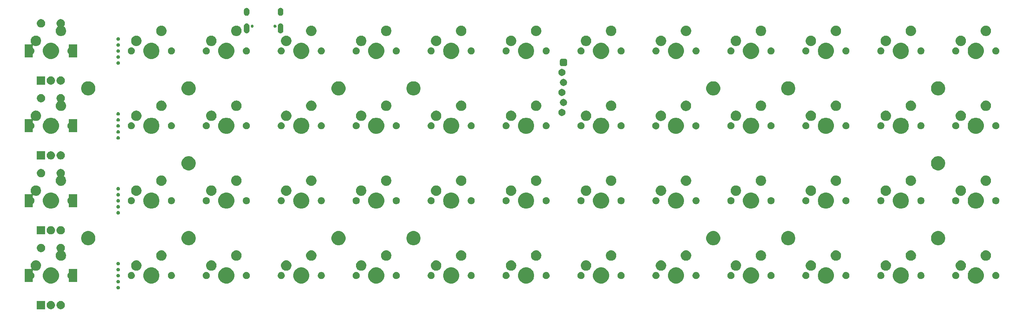
<source format=gts>
G04 #@! TF.GenerationSoftware,KiCad,Pcbnew,(5.1.4-0)*
G04 #@! TF.CreationDate,2021-04-25T17:18:13-05:00*
G04 #@! TF.ProjectId,ori,6f72692e-6b69-4636-9164-5f7063625858,rev?*
G04 #@! TF.SameCoordinates,Original*
G04 #@! TF.FileFunction,Soldermask,Top*
G04 #@! TF.FilePolarity,Negative*
%FSLAX46Y46*%
G04 Gerber Fmt 4.6, Leading zero omitted, Abs format (unit mm)*
G04 Created by KiCad (PCBNEW (5.1.4-0)) date 2021-04-25 17:18:13*
%MOMM*%
%LPD*%
G04 APERTURE LIST*
%ADD10C,0.100000*%
G04 APERTURE END LIST*
D10*
G36*
X64391650Y-116676401D02*
G01*
X64582919Y-116755627D01*
X64582921Y-116755628D01*
X64755059Y-116870647D01*
X64901451Y-117017039D01*
X65016471Y-117189179D01*
X65095697Y-117380448D01*
X65136086Y-117583496D01*
X65136086Y-117790528D01*
X65095697Y-117993576D01*
X65016471Y-118184845D01*
X65016470Y-118184847D01*
X64901451Y-118356985D01*
X64755059Y-118503377D01*
X64582921Y-118618396D01*
X64582920Y-118618397D01*
X64582919Y-118618397D01*
X64391650Y-118697623D01*
X64188602Y-118738012D01*
X63981570Y-118738012D01*
X63778522Y-118697623D01*
X63587253Y-118618397D01*
X63587252Y-118618397D01*
X63587251Y-118618396D01*
X63415113Y-118503377D01*
X63268721Y-118356985D01*
X63153702Y-118184847D01*
X63153701Y-118184845D01*
X63074475Y-117993576D01*
X63034086Y-117790528D01*
X63034086Y-117583496D01*
X63074475Y-117380448D01*
X63153701Y-117189179D01*
X63268721Y-117017039D01*
X63415113Y-116870647D01*
X63587251Y-116755628D01*
X63587253Y-116755627D01*
X63778522Y-116676401D01*
X63981570Y-116636012D01*
X64188602Y-116636012D01*
X64391650Y-116676401D01*
X64391650Y-116676401D01*
G37*
G36*
X61891650Y-116676401D02*
G01*
X62082919Y-116755627D01*
X62082921Y-116755628D01*
X62255059Y-116870647D01*
X62401451Y-117017039D01*
X62516471Y-117189179D01*
X62595697Y-117380448D01*
X62636086Y-117583496D01*
X62636086Y-117790528D01*
X62595697Y-117993576D01*
X62516471Y-118184845D01*
X62516470Y-118184847D01*
X62401451Y-118356985D01*
X62255059Y-118503377D01*
X62082921Y-118618396D01*
X62082920Y-118618397D01*
X62082919Y-118618397D01*
X61891650Y-118697623D01*
X61688602Y-118738012D01*
X61481570Y-118738012D01*
X61278522Y-118697623D01*
X61087253Y-118618397D01*
X61087252Y-118618397D01*
X61087251Y-118618396D01*
X60915113Y-118503377D01*
X60768721Y-118356985D01*
X60653702Y-118184847D01*
X60653701Y-118184845D01*
X60574475Y-117993576D01*
X60534086Y-117790528D01*
X60534086Y-117583496D01*
X60574475Y-117380448D01*
X60653701Y-117189179D01*
X60768721Y-117017039D01*
X60915113Y-116870647D01*
X61087251Y-116755628D01*
X61087253Y-116755627D01*
X61278522Y-116676401D01*
X61481570Y-116636012D01*
X61688602Y-116636012D01*
X61891650Y-116676401D01*
X61891650Y-116676401D01*
G37*
G36*
X60136086Y-118738012D02*
G01*
X58034086Y-118738012D01*
X58034086Y-116636012D01*
X60136086Y-116636012D01*
X60136086Y-118738012D01*
X60136086Y-118738012D01*
G37*
G36*
X78791552Y-112814331D02*
G01*
X78873627Y-112848328D01*
X78873629Y-112848329D01*
X78910813Y-112873175D01*
X78947495Y-112897685D01*
X79010315Y-112960505D01*
X79059672Y-113034373D01*
X79093669Y-113116448D01*
X79111000Y-113203579D01*
X79111000Y-113292421D01*
X79093669Y-113379552D01*
X79059672Y-113461627D01*
X79059671Y-113461629D01*
X79010314Y-113535496D01*
X78947496Y-113598314D01*
X78873629Y-113647671D01*
X78873628Y-113647672D01*
X78873627Y-113647672D01*
X78791552Y-113681669D01*
X78704421Y-113699000D01*
X78615579Y-113699000D01*
X78528448Y-113681669D01*
X78446373Y-113647672D01*
X78446372Y-113647672D01*
X78446371Y-113647671D01*
X78372504Y-113598314D01*
X78309686Y-113535496D01*
X78260329Y-113461629D01*
X78260328Y-113461627D01*
X78226331Y-113379552D01*
X78209000Y-113292421D01*
X78209000Y-113203579D01*
X78226331Y-113116448D01*
X78260328Y-113034373D01*
X78309685Y-112960505D01*
X78372505Y-112897685D01*
X78409187Y-112873175D01*
X78446371Y-112848329D01*
X78446373Y-112848328D01*
X78528448Y-112814331D01*
X78615579Y-112797000D01*
X78704421Y-112797000D01*
X78791552Y-112814331D01*
X78791552Y-112814331D01*
G37*
G36*
X87666893Y-108208286D02*
G01*
X87831163Y-108276329D01*
X88039042Y-108362435D01*
X88373967Y-108586225D01*
X88658796Y-108871054D01*
X88882586Y-109205979D01*
X88946436Y-109360128D01*
X89036735Y-109578128D01*
X89115319Y-109973196D01*
X89115319Y-110376008D01*
X89036735Y-110771076D01*
X88956982Y-110963616D01*
X88882586Y-111143225D01*
X88658796Y-111478150D01*
X88373967Y-111762979D01*
X88039042Y-111986769D01*
X87979345Y-112011496D01*
X87666893Y-112140918D01*
X87271825Y-112219502D01*
X86869013Y-112219502D01*
X86473945Y-112140918D01*
X86161493Y-112011496D01*
X86101796Y-111986769D01*
X85766871Y-111762979D01*
X85482042Y-111478150D01*
X85258252Y-111143225D01*
X85183856Y-110963616D01*
X85104103Y-110771076D01*
X85025519Y-110376008D01*
X85025519Y-109973196D01*
X85104103Y-109578128D01*
X85194402Y-109360128D01*
X85258252Y-109205979D01*
X85482042Y-108871054D01*
X85766871Y-108586225D01*
X86101796Y-108362435D01*
X86309675Y-108276329D01*
X86473945Y-108208286D01*
X86869013Y-108129702D01*
X87271825Y-108129702D01*
X87666893Y-108208286D01*
X87666893Y-108208286D01*
G37*
G36*
X296667273Y-108208286D02*
G01*
X296831543Y-108276329D01*
X297039422Y-108362435D01*
X297374347Y-108586225D01*
X297659176Y-108871054D01*
X297882966Y-109205979D01*
X297946816Y-109360128D01*
X298037115Y-109578128D01*
X298115699Y-109973196D01*
X298115699Y-110376008D01*
X298037115Y-110771076D01*
X297957362Y-110963616D01*
X297882966Y-111143225D01*
X297659176Y-111478150D01*
X297374347Y-111762979D01*
X297039422Y-111986769D01*
X296979725Y-112011496D01*
X296667273Y-112140918D01*
X296272205Y-112219502D01*
X295869393Y-112219502D01*
X295474325Y-112140918D01*
X295161873Y-112011496D01*
X295102176Y-111986769D01*
X294767251Y-111762979D01*
X294482422Y-111478150D01*
X294258632Y-111143225D01*
X294184236Y-110963616D01*
X294104483Y-110771076D01*
X294025899Y-110376008D01*
X294025899Y-109973196D01*
X294104483Y-109578128D01*
X294194782Y-109360128D01*
X294258632Y-109205979D01*
X294482422Y-108871054D01*
X294767251Y-108586225D01*
X295102176Y-108362435D01*
X295310055Y-108276329D01*
X295474325Y-108208286D01*
X295869393Y-108129702D01*
X296272205Y-108129702D01*
X296667273Y-108208286D01*
X296667273Y-108208286D01*
G37*
G36*
X106667273Y-108208286D02*
G01*
X106831543Y-108276329D01*
X107039422Y-108362435D01*
X107374347Y-108586225D01*
X107659176Y-108871054D01*
X107882966Y-109205979D01*
X107946816Y-109360128D01*
X108037115Y-109578128D01*
X108115699Y-109973196D01*
X108115699Y-110376008D01*
X108037115Y-110771076D01*
X107957362Y-110963616D01*
X107882966Y-111143225D01*
X107659176Y-111478150D01*
X107374347Y-111762979D01*
X107039422Y-111986769D01*
X106979725Y-112011496D01*
X106667273Y-112140918D01*
X106272205Y-112219502D01*
X105869393Y-112219502D01*
X105474325Y-112140918D01*
X105161873Y-112011496D01*
X105102176Y-111986769D01*
X104767251Y-111762979D01*
X104482422Y-111478150D01*
X104258632Y-111143225D01*
X104184236Y-110963616D01*
X104104483Y-110771076D01*
X104025899Y-110376008D01*
X104025899Y-109973196D01*
X104104483Y-109578128D01*
X104194782Y-109360128D01*
X104258632Y-109205979D01*
X104482422Y-108871054D01*
X104767251Y-108586225D01*
X105102176Y-108362435D01*
X105310055Y-108276329D01*
X105474325Y-108208286D01*
X105869393Y-108129702D01*
X106272205Y-108129702D01*
X106667273Y-108208286D01*
X106667273Y-108208286D01*
G37*
G36*
X125667273Y-108208286D02*
G01*
X125831543Y-108276329D01*
X126039422Y-108362435D01*
X126374347Y-108586225D01*
X126659176Y-108871054D01*
X126882966Y-109205979D01*
X126946816Y-109360128D01*
X127037115Y-109578128D01*
X127115699Y-109973196D01*
X127115699Y-110376008D01*
X127037115Y-110771076D01*
X126957362Y-110963616D01*
X126882966Y-111143225D01*
X126659176Y-111478150D01*
X126374347Y-111762979D01*
X126039422Y-111986769D01*
X125979725Y-112011496D01*
X125667273Y-112140918D01*
X125272205Y-112219502D01*
X124869393Y-112219502D01*
X124474325Y-112140918D01*
X124161873Y-112011496D01*
X124102176Y-111986769D01*
X123767251Y-111762979D01*
X123482422Y-111478150D01*
X123258632Y-111143225D01*
X123184236Y-110963616D01*
X123104483Y-110771076D01*
X123025899Y-110376008D01*
X123025899Y-109973196D01*
X123104483Y-109578128D01*
X123194782Y-109360128D01*
X123258632Y-109205979D01*
X123482422Y-108871054D01*
X123767251Y-108586225D01*
X124102176Y-108362435D01*
X124310055Y-108276329D01*
X124474325Y-108208286D01*
X124869393Y-108129702D01*
X125272205Y-108129702D01*
X125667273Y-108208286D01*
X125667273Y-108208286D01*
G37*
G36*
X163667273Y-108208286D02*
G01*
X163831543Y-108276329D01*
X164039422Y-108362435D01*
X164374347Y-108586225D01*
X164659176Y-108871054D01*
X164882966Y-109205979D01*
X164946816Y-109360128D01*
X165037115Y-109578128D01*
X165115699Y-109973196D01*
X165115699Y-110376008D01*
X165037115Y-110771076D01*
X164957362Y-110963616D01*
X164882966Y-111143225D01*
X164659176Y-111478150D01*
X164374347Y-111762979D01*
X164039422Y-111986769D01*
X163979725Y-112011496D01*
X163667273Y-112140918D01*
X163272205Y-112219502D01*
X162869393Y-112219502D01*
X162474325Y-112140918D01*
X162161873Y-112011496D01*
X162102176Y-111986769D01*
X161767251Y-111762979D01*
X161482422Y-111478150D01*
X161258632Y-111143225D01*
X161184236Y-110963616D01*
X161104483Y-110771076D01*
X161025899Y-110376008D01*
X161025899Y-109973196D01*
X161104483Y-109578128D01*
X161194782Y-109360128D01*
X161258632Y-109205979D01*
X161482422Y-108871054D01*
X161767251Y-108586225D01*
X162102176Y-108362435D01*
X162310055Y-108276329D01*
X162474325Y-108208286D01*
X162869393Y-108129702D01*
X163272205Y-108129702D01*
X163667273Y-108208286D01*
X163667273Y-108208286D01*
G37*
G36*
X277666393Y-108207996D02*
G01*
X277831363Y-108276329D01*
X278038542Y-108362145D01*
X278373467Y-108585935D01*
X278658296Y-108870764D01*
X278882086Y-109205689D01*
X278924200Y-109307361D01*
X279036235Y-109577838D01*
X279114819Y-109972906D01*
X279114819Y-110375718D01*
X279036235Y-110770786D01*
X278966075Y-110940167D01*
X278882086Y-111142935D01*
X278658296Y-111477860D01*
X278373467Y-111762689D01*
X278038542Y-111986479D01*
X277978145Y-112011496D01*
X277666393Y-112140628D01*
X277271325Y-112219212D01*
X276868513Y-112219212D01*
X276473445Y-112140628D01*
X276161693Y-112011496D01*
X276101296Y-111986479D01*
X275766371Y-111762689D01*
X275481542Y-111477860D01*
X275257752Y-111142935D01*
X275173763Y-110940167D01*
X275103603Y-110770786D01*
X275025019Y-110375718D01*
X275025019Y-109972906D01*
X275103603Y-109577838D01*
X275215638Y-109307361D01*
X275257752Y-109205689D01*
X275481542Y-108870764D01*
X275766371Y-108585935D01*
X276101296Y-108362145D01*
X276308475Y-108276329D01*
X276473445Y-108207996D01*
X276868513Y-108129412D01*
X277271325Y-108129412D01*
X277666393Y-108207996D01*
X277666393Y-108207996D01*
G37*
G36*
X258666443Y-108207996D02*
G01*
X258831413Y-108276329D01*
X259038592Y-108362145D01*
X259373517Y-108585935D01*
X259658346Y-108870764D01*
X259882136Y-109205689D01*
X259924250Y-109307361D01*
X260036285Y-109577838D01*
X260114869Y-109972906D01*
X260114869Y-110375718D01*
X260036285Y-110770786D01*
X259966125Y-110940167D01*
X259882136Y-111142935D01*
X259658346Y-111477860D01*
X259373517Y-111762689D01*
X259038592Y-111986479D01*
X258978195Y-112011496D01*
X258666443Y-112140628D01*
X258271375Y-112219212D01*
X257868563Y-112219212D01*
X257473495Y-112140628D01*
X257161743Y-112011496D01*
X257101346Y-111986479D01*
X256766421Y-111762689D01*
X256481592Y-111477860D01*
X256257802Y-111142935D01*
X256173813Y-110940167D01*
X256103653Y-110770786D01*
X256025069Y-110375718D01*
X256025069Y-109972906D01*
X256103653Y-109577838D01*
X256215688Y-109307361D01*
X256257802Y-109205689D01*
X256481592Y-108870764D01*
X256766421Y-108585935D01*
X257101346Y-108362145D01*
X257308525Y-108276329D01*
X257473495Y-108207996D01*
X257868563Y-108129412D01*
X258271375Y-108129412D01*
X258666443Y-108207996D01*
X258666443Y-108207996D01*
G37*
G36*
X239666493Y-108207996D02*
G01*
X239831463Y-108276329D01*
X240038642Y-108362145D01*
X240373567Y-108585935D01*
X240658396Y-108870764D01*
X240882186Y-109205689D01*
X240924300Y-109307361D01*
X241036335Y-109577838D01*
X241114919Y-109972906D01*
X241114919Y-110375718D01*
X241036335Y-110770786D01*
X240966175Y-110940167D01*
X240882186Y-111142935D01*
X240658396Y-111477860D01*
X240373567Y-111762689D01*
X240038642Y-111986479D01*
X239978245Y-112011496D01*
X239666493Y-112140628D01*
X239271425Y-112219212D01*
X238868613Y-112219212D01*
X238473545Y-112140628D01*
X238161793Y-112011496D01*
X238101396Y-111986479D01*
X237766471Y-111762689D01*
X237481642Y-111477860D01*
X237257852Y-111142935D01*
X237173863Y-110940167D01*
X237103703Y-110770786D01*
X237025119Y-110375718D01*
X237025119Y-109972906D01*
X237103703Y-109577838D01*
X237215738Y-109307361D01*
X237257852Y-109205689D01*
X237481642Y-108870764D01*
X237766471Y-108585935D01*
X238101396Y-108362145D01*
X238308575Y-108276329D01*
X238473545Y-108207996D01*
X238868613Y-108129412D01*
X239271425Y-108129412D01*
X239666493Y-108207996D01*
X239666493Y-108207996D01*
G37*
G36*
X220666543Y-108207996D02*
G01*
X220831513Y-108276329D01*
X221038692Y-108362145D01*
X221373617Y-108585935D01*
X221658446Y-108870764D01*
X221882236Y-109205689D01*
X221924350Y-109307361D01*
X222036385Y-109577838D01*
X222114969Y-109972906D01*
X222114969Y-110375718D01*
X222036385Y-110770786D01*
X221966225Y-110940167D01*
X221882236Y-111142935D01*
X221658446Y-111477860D01*
X221373617Y-111762689D01*
X221038692Y-111986479D01*
X220978295Y-112011496D01*
X220666543Y-112140628D01*
X220271475Y-112219212D01*
X219868663Y-112219212D01*
X219473595Y-112140628D01*
X219161843Y-112011496D01*
X219101446Y-111986479D01*
X218766521Y-111762689D01*
X218481692Y-111477860D01*
X218257902Y-111142935D01*
X218173913Y-110940167D01*
X218103753Y-110770786D01*
X218025169Y-110375718D01*
X218025169Y-109972906D01*
X218103753Y-109577838D01*
X218215788Y-109307361D01*
X218257902Y-109205689D01*
X218481692Y-108870764D01*
X218766521Y-108585935D01*
X219101446Y-108362145D01*
X219308625Y-108276329D01*
X219473595Y-108207996D01*
X219868663Y-108129412D01*
X220271475Y-108129412D01*
X220666543Y-108207996D01*
X220666543Y-108207996D01*
G37*
G36*
X201666593Y-108207996D02*
G01*
X201831563Y-108276329D01*
X202038742Y-108362145D01*
X202373667Y-108585935D01*
X202658496Y-108870764D01*
X202882286Y-109205689D01*
X202924400Y-109307361D01*
X203036435Y-109577838D01*
X203115019Y-109972906D01*
X203115019Y-110375718D01*
X203036435Y-110770786D01*
X202966275Y-110940167D01*
X202882286Y-111142935D01*
X202658496Y-111477860D01*
X202373667Y-111762689D01*
X202038742Y-111986479D01*
X201978345Y-112011496D01*
X201666593Y-112140628D01*
X201271525Y-112219212D01*
X200868713Y-112219212D01*
X200473645Y-112140628D01*
X200161893Y-112011496D01*
X200101496Y-111986479D01*
X199766571Y-111762689D01*
X199481742Y-111477860D01*
X199257952Y-111142935D01*
X199173963Y-110940167D01*
X199103803Y-110770786D01*
X199025219Y-110375718D01*
X199025219Y-109972906D01*
X199103803Y-109577838D01*
X199215838Y-109307361D01*
X199257952Y-109205689D01*
X199481742Y-108870764D01*
X199766571Y-108585935D01*
X200101496Y-108362145D01*
X200308675Y-108276329D01*
X200473645Y-108207996D01*
X200868713Y-108129412D01*
X201271525Y-108129412D01*
X201666593Y-108207996D01*
X201666593Y-108207996D01*
G37*
G36*
X182666643Y-108207996D02*
G01*
X182831613Y-108276329D01*
X183038792Y-108362145D01*
X183373717Y-108585935D01*
X183658546Y-108870764D01*
X183882336Y-109205689D01*
X183924450Y-109307361D01*
X184036485Y-109577838D01*
X184115069Y-109972906D01*
X184115069Y-110375718D01*
X184036485Y-110770786D01*
X183966325Y-110940167D01*
X183882336Y-111142935D01*
X183658546Y-111477860D01*
X183373717Y-111762689D01*
X183038792Y-111986479D01*
X182978395Y-112011496D01*
X182666643Y-112140628D01*
X182271575Y-112219212D01*
X181868763Y-112219212D01*
X181473695Y-112140628D01*
X181161943Y-112011496D01*
X181101546Y-111986479D01*
X180766621Y-111762689D01*
X180481792Y-111477860D01*
X180258002Y-111142935D01*
X180174013Y-110940167D01*
X180103853Y-110770786D01*
X180025269Y-110375718D01*
X180025269Y-109972906D01*
X180103853Y-109577838D01*
X180215888Y-109307361D01*
X180258002Y-109205689D01*
X180481792Y-108870764D01*
X180766621Y-108585935D01*
X181101546Y-108362145D01*
X181308725Y-108276329D01*
X181473695Y-108207996D01*
X181868763Y-108129412D01*
X182271575Y-108129412D01*
X182666643Y-108207996D01*
X182666643Y-108207996D01*
G37*
G36*
X144666743Y-108207996D02*
G01*
X144831713Y-108276329D01*
X145038892Y-108362145D01*
X145373817Y-108585935D01*
X145658646Y-108870764D01*
X145882436Y-109205689D01*
X145924550Y-109307361D01*
X146036585Y-109577838D01*
X146115169Y-109972906D01*
X146115169Y-110375718D01*
X146036585Y-110770786D01*
X145966425Y-110940167D01*
X145882436Y-111142935D01*
X145658646Y-111477860D01*
X145373817Y-111762689D01*
X145038892Y-111986479D01*
X144978495Y-112011496D01*
X144666743Y-112140628D01*
X144271675Y-112219212D01*
X143868863Y-112219212D01*
X143473795Y-112140628D01*
X143162043Y-112011496D01*
X143101646Y-111986479D01*
X142766721Y-111762689D01*
X142481892Y-111477860D01*
X142258102Y-111142935D01*
X142174113Y-110940167D01*
X142103953Y-110770786D01*
X142025369Y-110375718D01*
X142025369Y-109972906D01*
X142103953Y-109577838D01*
X142215988Y-109307361D01*
X142258102Y-109205689D01*
X142481892Y-108870764D01*
X142766721Y-108585935D01*
X143101646Y-108362145D01*
X143308825Y-108276329D01*
X143473795Y-108207996D01*
X143868863Y-108129412D01*
X144271675Y-108129412D01*
X144666743Y-108207996D01*
X144666743Y-108207996D01*
G37*
G36*
X62206960Y-108207996D02*
G01*
X62371930Y-108276329D01*
X62579109Y-108362145D01*
X62914034Y-108585935D01*
X63198863Y-108870764D01*
X63422653Y-109205689D01*
X63464767Y-109307361D01*
X63576802Y-109577838D01*
X63655386Y-109972906D01*
X63655386Y-110375718D01*
X63576802Y-110770786D01*
X63506642Y-110940167D01*
X63422653Y-111142935D01*
X63198863Y-111477860D01*
X62914034Y-111762689D01*
X62579109Y-111986479D01*
X62518712Y-112011496D01*
X62206960Y-112140628D01*
X61811892Y-112219212D01*
X61409080Y-112219212D01*
X61014012Y-112140628D01*
X60702260Y-112011496D01*
X60641863Y-111986479D01*
X60306938Y-111762689D01*
X60022109Y-111477860D01*
X59798319Y-111142935D01*
X59714330Y-110940167D01*
X59644170Y-110770786D01*
X59565586Y-110375718D01*
X59565586Y-109972906D01*
X59644170Y-109577838D01*
X59756205Y-109307361D01*
X59798319Y-109205689D01*
X60022109Y-108870764D01*
X60306938Y-108585935D01*
X60641863Y-108362145D01*
X60849042Y-108276329D01*
X61014012Y-108207996D01*
X61409080Y-108129412D01*
X61811892Y-108129412D01*
X62206960Y-108207996D01*
X62206960Y-108207996D01*
G37*
G36*
X78791552Y-111290331D02*
G01*
X78873627Y-111324328D01*
X78873629Y-111324329D01*
X78910813Y-111349175D01*
X78947495Y-111373685D01*
X79010315Y-111436505D01*
X79059672Y-111510373D01*
X79093669Y-111592448D01*
X79111000Y-111679579D01*
X79111000Y-111768421D01*
X79093669Y-111855552D01*
X79059672Y-111937627D01*
X79059671Y-111937629D01*
X79010314Y-112011496D01*
X78947496Y-112074314D01*
X78873629Y-112123671D01*
X78873628Y-112123672D01*
X78873627Y-112123672D01*
X78791552Y-112157669D01*
X78704421Y-112175000D01*
X78615579Y-112175000D01*
X78528448Y-112157669D01*
X78446373Y-112123672D01*
X78446372Y-112123672D01*
X78446371Y-112123671D01*
X78372504Y-112074314D01*
X78309686Y-112011496D01*
X78260329Y-111937629D01*
X78260328Y-111937627D01*
X78226331Y-111855552D01*
X78209000Y-111768421D01*
X78209000Y-111679579D01*
X78226331Y-111592448D01*
X78260328Y-111510373D01*
X78309685Y-111436505D01*
X78372505Y-111373685D01*
X78409187Y-111349175D01*
X78446371Y-111324329D01*
X78446373Y-111324328D01*
X78528448Y-111290331D01*
X78615579Y-111273000D01*
X78704421Y-111273000D01*
X78791552Y-111290331D01*
X78791552Y-111290331D01*
G37*
G36*
X68236086Y-111838012D02*
G01*
X66134086Y-111838012D01*
X66134086Y-110945168D01*
X66131684Y-110920782D01*
X66124571Y-110897333D01*
X66113020Y-110875722D01*
X66097480Y-110856786D01*
X65989934Y-110749240D01*
X65989269Y-110748245D01*
X65891233Y-110601523D01*
X65868570Y-110546810D01*
X65823245Y-110437387D01*
X65805916Y-110350264D01*
X65788586Y-110263143D01*
X65788586Y-110085481D01*
X65823187Y-109911529D01*
X65823245Y-109911237D01*
X65869186Y-109800328D01*
X65891233Y-109747101D01*
X65989932Y-109599387D01*
X65989934Y-109599384D01*
X66097480Y-109491838D01*
X66113020Y-109472902D01*
X66124571Y-109451291D01*
X66131684Y-109427842D01*
X66134086Y-109403456D01*
X66134086Y-108536012D01*
X68236086Y-108536012D01*
X68236086Y-111838012D01*
X68236086Y-111838012D01*
G37*
G36*
X58058200Y-106338694D02*
G01*
X58185808Y-106364077D01*
X58326634Y-106422409D01*
X58426213Y-106463656D01*
X58498007Y-106511627D01*
X58642575Y-106608224D01*
X58826574Y-106792223D01*
X58874870Y-106864504D01*
X58971142Y-107008585D01*
X59012146Y-107107579D01*
X59070721Y-107248990D01*
X59093921Y-107365627D01*
X59121486Y-107504203D01*
X59121486Y-107764421D01*
X59121428Y-107764711D01*
X59070721Y-108019634D01*
X59025249Y-108129412D01*
X58971142Y-108260039D01*
X58960258Y-108276328D01*
X58826574Y-108476401D01*
X58642575Y-108660400D01*
X58498007Y-108756997D01*
X58426213Y-108804968D01*
X58326634Y-108846215D01*
X58185808Y-108904547D01*
X58058201Y-108929929D01*
X57930595Y-108955312D01*
X57670377Y-108955312D01*
X57500236Y-108921469D01*
X57415164Y-108904547D01*
X57320069Y-108865157D01*
X57208920Y-108819118D01*
X57185471Y-108812005D01*
X57161085Y-108809603D01*
X57136699Y-108812005D01*
X57113250Y-108819118D01*
X57091639Y-108830669D01*
X57072697Y-108846215D01*
X57057152Y-108865157D01*
X57045601Y-108886767D01*
X57038488Y-108910216D01*
X57036086Y-108934602D01*
X57036086Y-109360623D01*
X57038488Y-109385009D01*
X57045601Y-109408458D01*
X57057152Y-109430069D01*
X57072697Y-109449011D01*
X57091638Y-109464555D01*
X57105414Y-109473760D01*
X57231038Y-109599384D01*
X57231040Y-109599387D01*
X57329739Y-109747101D01*
X57351786Y-109800328D01*
X57397727Y-109911237D01*
X57397785Y-109911529D01*
X57432386Y-110085481D01*
X57432386Y-110263143D01*
X57415056Y-110350264D01*
X57397727Y-110437387D01*
X57352402Y-110546810D01*
X57329739Y-110601523D01*
X57231703Y-110748245D01*
X57231038Y-110749240D01*
X57105414Y-110874864D01*
X57105411Y-110874866D01*
X57091638Y-110884069D01*
X57072696Y-110899614D01*
X57057151Y-110918556D01*
X57045600Y-110940167D01*
X57038488Y-110963616D01*
X57036086Y-110988001D01*
X57036086Y-111838012D01*
X54934086Y-111838012D01*
X54934086Y-108536012D01*
X56580372Y-108536012D01*
X56604758Y-108533610D01*
X56628207Y-108526497D01*
X56649818Y-108514946D01*
X56668760Y-108499401D01*
X56684305Y-108480459D01*
X56695856Y-108458848D01*
X56702969Y-108435399D01*
X56705371Y-108411013D01*
X56702969Y-108386627D01*
X56695856Y-108363178D01*
X56684305Y-108341567D01*
X56629830Y-108260040D01*
X56575369Y-108128557D01*
X56530251Y-108019634D01*
X56479544Y-107764711D01*
X56479486Y-107764421D01*
X56479486Y-107504203D01*
X56507051Y-107365627D01*
X56530251Y-107248990D01*
X56588826Y-107107579D01*
X56629830Y-107008585D01*
X56726102Y-106864504D01*
X56774398Y-106792223D01*
X56958397Y-106608224D01*
X57102965Y-106511627D01*
X57174759Y-106463656D01*
X57274338Y-106422409D01*
X57415164Y-106364077D01*
X57542771Y-106338695D01*
X57670377Y-106313312D01*
X57930595Y-106313312D01*
X58058200Y-106338694D01*
X58058200Y-106338694D01*
G37*
G36*
X291166751Y-109290032D02*
G01*
X291253874Y-109307361D01*
X291363297Y-109352686D01*
X291418010Y-109375349D01*
X291551517Y-109464555D01*
X291565727Y-109474050D01*
X291691351Y-109599674D01*
X291691353Y-109599677D01*
X291790052Y-109747391D01*
X291811979Y-109800328D01*
X291858040Y-109911527D01*
X291875370Y-109998650D01*
X291892642Y-110085483D01*
X291892699Y-110085773D01*
X291892699Y-110263431D01*
X291858040Y-110437677D01*
X291837404Y-110487495D01*
X291790052Y-110601813D01*
X291757186Y-110651000D01*
X291691351Y-110749530D01*
X291565727Y-110875154D01*
X291565724Y-110875156D01*
X291418010Y-110973855D01*
X291383858Y-110988001D01*
X291253874Y-111041843D01*
X291166751Y-111059173D01*
X291079630Y-111076502D01*
X290901968Y-111076502D01*
X290814847Y-111059173D01*
X290727724Y-111041843D01*
X290597740Y-110988001D01*
X290563588Y-110973855D01*
X290415874Y-110875156D01*
X290415871Y-110875154D01*
X290290247Y-110749530D01*
X290224412Y-110651000D01*
X290191546Y-110601813D01*
X290144194Y-110487495D01*
X290123558Y-110437677D01*
X290088899Y-110263431D01*
X290088899Y-110085773D01*
X290088957Y-110085483D01*
X290106228Y-109998650D01*
X290123558Y-109911527D01*
X290169619Y-109800328D01*
X290191546Y-109747391D01*
X290290245Y-109599677D01*
X290290247Y-109599674D01*
X290415871Y-109474050D01*
X290430081Y-109464555D01*
X290563588Y-109375349D01*
X290618301Y-109352686D01*
X290727724Y-109307361D01*
X290814847Y-109290032D01*
X290901968Y-109272702D01*
X291079630Y-109272702D01*
X291166751Y-109290032D01*
X291166751Y-109290032D01*
G37*
G36*
X301326751Y-109290032D02*
G01*
X301413874Y-109307361D01*
X301523297Y-109352686D01*
X301578010Y-109375349D01*
X301711517Y-109464555D01*
X301725727Y-109474050D01*
X301851351Y-109599674D01*
X301851353Y-109599677D01*
X301950052Y-109747391D01*
X301971979Y-109800328D01*
X302018040Y-109911527D01*
X302035370Y-109998650D01*
X302052642Y-110085483D01*
X302052699Y-110085773D01*
X302052699Y-110263431D01*
X302018040Y-110437677D01*
X301997404Y-110487495D01*
X301950052Y-110601813D01*
X301917186Y-110651000D01*
X301851351Y-110749530D01*
X301725727Y-110875154D01*
X301725724Y-110875156D01*
X301578010Y-110973855D01*
X301543858Y-110988001D01*
X301413874Y-111041843D01*
X301326751Y-111059173D01*
X301239630Y-111076502D01*
X301061968Y-111076502D01*
X300974847Y-111059173D01*
X300887724Y-111041843D01*
X300757740Y-110988001D01*
X300723588Y-110973855D01*
X300575874Y-110875156D01*
X300575871Y-110875154D01*
X300450247Y-110749530D01*
X300384412Y-110651000D01*
X300351546Y-110601813D01*
X300304194Y-110487495D01*
X300283558Y-110437677D01*
X300248899Y-110263431D01*
X300248899Y-110085773D01*
X300248957Y-110085483D01*
X300266228Y-109998650D01*
X300283558Y-109911527D01*
X300329619Y-109800328D01*
X300351546Y-109747391D01*
X300450245Y-109599677D01*
X300450247Y-109599674D01*
X300575871Y-109474050D01*
X300590081Y-109464555D01*
X300723588Y-109375349D01*
X300778301Y-109352686D01*
X300887724Y-109307361D01*
X300974847Y-109290032D01*
X301061968Y-109272702D01*
X301239630Y-109272702D01*
X301326751Y-109290032D01*
X301326751Y-109290032D01*
G37*
G36*
X168326751Y-109290032D02*
G01*
X168413874Y-109307361D01*
X168523297Y-109352686D01*
X168578010Y-109375349D01*
X168711517Y-109464555D01*
X168725727Y-109474050D01*
X168851351Y-109599674D01*
X168851353Y-109599677D01*
X168950052Y-109747391D01*
X168971979Y-109800328D01*
X169018040Y-109911527D01*
X169035370Y-109998650D01*
X169052642Y-110085483D01*
X169052699Y-110085773D01*
X169052699Y-110263431D01*
X169018040Y-110437677D01*
X168997404Y-110487495D01*
X168950052Y-110601813D01*
X168917186Y-110651000D01*
X168851351Y-110749530D01*
X168725727Y-110875154D01*
X168725724Y-110875156D01*
X168578010Y-110973855D01*
X168543858Y-110988001D01*
X168413874Y-111041843D01*
X168326751Y-111059173D01*
X168239630Y-111076502D01*
X168061968Y-111076502D01*
X167974847Y-111059173D01*
X167887724Y-111041843D01*
X167757740Y-110988001D01*
X167723588Y-110973855D01*
X167575874Y-110875156D01*
X167575871Y-110875154D01*
X167450247Y-110749530D01*
X167384412Y-110651000D01*
X167351546Y-110601813D01*
X167304194Y-110487495D01*
X167283558Y-110437677D01*
X167248899Y-110263431D01*
X167248899Y-110085773D01*
X167248957Y-110085483D01*
X167266228Y-109998650D01*
X167283558Y-109911527D01*
X167329619Y-109800328D01*
X167351546Y-109747391D01*
X167450245Y-109599677D01*
X167450247Y-109599674D01*
X167575871Y-109474050D01*
X167590081Y-109464555D01*
X167723588Y-109375349D01*
X167778301Y-109352686D01*
X167887724Y-109307361D01*
X167974847Y-109290032D01*
X168061968Y-109272702D01*
X168239630Y-109272702D01*
X168326751Y-109290032D01*
X168326751Y-109290032D01*
G37*
G36*
X158166751Y-109290032D02*
G01*
X158253874Y-109307361D01*
X158363297Y-109352686D01*
X158418010Y-109375349D01*
X158551517Y-109464555D01*
X158565727Y-109474050D01*
X158691351Y-109599674D01*
X158691353Y-109599677D01*
X158790052Y-109747391D01*
X158811979Y-109800328D01*
X158858040Y-109911527D01*
X158875370Y-109998650D01*
X158892642Y-110085483D01*
X158892699Y-110085773D01*
X158892699Y-110263431D01*
X158858040Y-110437677D01*
X158837404Y-110487495D01*
X158790052Y-110601813D01*
X158757186Y-110651000D01*
X158691351Y-110749530D01*
X158565727Y-110875154D01*
X158565724Y-110875156D01*
X158418010Y-110973855D01*
X158383858Y-110988001D01*
X158253874Y-111041843D01*
X158166751Y-111059173D01*
X158079630Y-111076502D01*
X157901968Y-111076502D01*
X157814847Y-111059173D01*
X157727724Y-111041843D01*
X157597740Y-110988001D01*
X157563588Y-110973855D01*
X157415874Y-110875156D01*
X157415871Y-110875154D01*
X157290247Y-110749530D01*
X157224412Y-110651000D01*
X157191546Y-110601813D01*
X157144194Y-110487495D01*
X157123558Y-110437677D01*
X157088899Y-110263431D01*
X157088899Y-110085773D01*
X157088957Y-110085483D01*
X157106228Y-109998650D01*
X157123558Y-109911527D01*
X157169619Y-109800328D01*
X157191546Y-109747391D01*
X157290245Y-109599677D01*
X157290247Y-109599674D01*
X157415871Y-109474050D01*
X157430081Y-109464555D01*
X157563588Y-109375349D01*
X157618301Y-109352686D01*
X157727724Y-109307361D01*
X157814847Y-109290032D01*
X157901968Y-109272702D01*
X158079630Y-109272702D01*
X158166751Y-109290032D01*
X158166751Y-109290032D01*
G37*
G36*
X130326751Y-109290032D02*
G01*
X130413874Y-109307361D01*
X130523297Y-109352686D01*
X130578010Y-109375349D01*
X130711517Y-109464555D01*
X130725727Y-109474050D01*
X130851351Y-109599674D01*
X130851353Y-109599677D01*
X130950052Y-109747391D01*
X130971979Y-109800328D01*
X131018040Y-109911527D01*
X131035370Y-109998650D01*
X131052642Y-110085483D01*
X131052699Y-110085773D01*
X131052699Y-110263431D01*
X131018040Y-110437677D01*
X130997404Y-110487495D01*
X130950052Y-110601813D01*
X130917186Y-110651000D01*
X130851351Y-110749530D01*
X130725727Y-110875154D01*
X130725724Y-110875156D01*
X130578010Y-110973855D01*
X130543858Y-110988001D01*
X130413874Y-111041843D01*
X130326751Y-111059173D01*
X130239630Y-111076502D01*
X130061968Y-111076502D01*
X129974847Y-111059173D01*
X129887724Y-111041843D01*
X129757740Y-110988001D01*
X129723588Y-110973855D01*
X129575874Y-110875156D01*
X129575871Y-110875154D01*
X129450247Y-110749530D01*
X129384412Y-110651000D01*
X129351546Y-110601813D01*
X129304194Y-110487495D01*
X129283558Y-110437677D01*
X129248899Y-110263431D01*
X129248899Y-110085773D01*
X129248957Y-110085483D01*
X129266228Y-109998650D01*
X129283558Y-109911527D01*
X129329619Y-109800328D01*
X129351546Y-109747391D01*
X129450245Y-109599677D01*
X129450247Y-109599674D01*
X129575871Y-109474050D01*
X129590081Y-109464555D01*
X129723588Y-109375349D01*
X129778301Y-109352686D01*
X129887724Y-109307361D01*
X129974847Y-109290032D01*
X130061968Y-109272702D01*
X130239630Y-109272702D01*
X130326751Y-109290032D01*
X130326751Y-109290032D01*
G37*
G36*
X120166751Y-109290032D02*
G01*
X120253874Y-109307361D01*
X120363297Y-109352686D01*
X120418010Y-109375349D01*
X120551517Y-109464555D01*
X120565727Y-109474050D01*
X120691351Y-109599674D01*
X120691353Y-109599677D01*
X120790052Y-109747391D01*
X120811979Y-109800328D01*
X120858040Y-109911527D01*
X120875370Y-109998650D01*
X120892642Y-110085483D01*
X120892699Y-110085773D01*
X120892699Y-110263431D01*
X120858040Y-110437677D01*
X120837404Y-110487495D01*
X120790052Y-110601813D01*
X120757186Y-110651000D01*
X120691351Y-110749530D01*
X120565727Y-110875154D01*
X120565724Y-110875156D01*
X120418010Y-110973855D01*
X120383858Y-110988001D01*
X120253874Y-111041843D01*
X120166751Y-111059173D01*
X120079630Y-111076502D01*
X119901968Y-111076502D01*
X119814847Y-111059173D01*
X119727724Y-111041843D01*
X119597740Y-110988001D01*
X119563588Y-110973855D01*
X119415874Y-110875156D01*
X119415871Y-110875154D01*
X119290247Y-110749530D01*
X119224412Y-110651000D01*
X119191546Y-110601813D01*
X119144194Y-110487495D01*
X119123558Y-110437677D01*
X119088899Y-110263431D01*
X119088899Y-110085773D01*
X119088957Y-110085483D01*
X119106228Y-109998650D01*
X119123558Y-109911527D01*
X119169619Y-109800328D01*
X119191546Y-109747391D01*
X119290245Y-109599677D01*
X119290247Y-109599674D01*
X119415871Y-109474050D01*
X119430081Y-109464555D01*
X119563588Y-109375349D01*
X119618301Y-109352686D01*
X119727724Y-109307361D01*
X119814847Y-109290032D01*
X119901968Y-109272702D01*
X120079630Y-109272702D01*
X120166751Y-109290032D01*
X120166751Y-109290032D01*
G37*
G36*
X111326751Y-109290032D02*
G01*
X111413874Y-109307361D01*
X111523297Y-109352686D01*
X111578010Y-109375349D01*
X111711517Y-109464555D01*
X111725727Y-109474050D01*
X111851351Y-109599674D01*
X111851353Y-109599677D01*
X111950052Y-109747391D01*
X111971979Y-109800328D01*
X112018040Y-109911527D01*
X112035370Y-109998650D01*
X112052642Y-110085483D01*
X112052699Y-110085773D01*
X112052699Y-110263431D01*
X112018040Y-110437677D01*
X111997404Y-110487495D01*
X111950052Y-110601813D01*
X111917186Y-110651000D01*
X111851351Y-110749530D01*
X111725727Y-110875154D01*
X111725724Y-110875156D01*
X111578010Y-110973855D01*
X111543858Y-110988001D01*
X111413874Y-111041843D01*
X111326751Y-111059173D01*
X111239630Y-111076502D01*
X111061968Y-111076502D01*
X110974847Y-111059173D01*
X110887724Y-111041843D01*
X110757740Y-110988001D01*
X110723588Y-110973855D01*
X110575874Y-110875156D01*
X110575871Y-110875154D01*
X110450247Y-110749530D01*
X110384412Y-110651000D01*
X110351546Y-110601813D01*
X110304194Y-110487495D01*
X110283558Y-110437677D01*
X110248899Y-110263431D01*
X110248899Y-110085773D01*
X110248957Y-110085483D01*
X110266228Y-109998650D01*
X110283558Y-109911527D01*
X110329619Y-109800328D01*
X110351546Y-109747391D01*
X110450245Y-109599677D01*
X110450247Y-109599674D01*
X110575871Y-109474050D01*
X110590081Y-109464555D01*
X110723588Y-109375349D01*
X110778301Y-109352686D01*
X110887724Y-109307361D01*
X110974847Y-109290032D01*
X111061968Y-109272702D01*
X111239630Y-109272702D01*
X111326751Y-109290032D01*
X111326751Y-109290032D01*
G37*
G36*
X92326371Y-109290032D02*
G01*
X92413494Y-109307361D01*
X92522917Y-109352686D01*
X92577630Y-109375349D01*
X92711137Y-109464555D01*
X92725347Y-109474050D01*
X92850971Y-109599674D01*
X92850973Y-109599677D01*
X92949672Y-109747391D01*
X92971599Y-109800328D01*
X93017660Y-109911527D01*
X93034990Y-109998650D01*
X93052262Y-110085483D01*
X93052319Y-110085773D01*
X93052319Y-110263431D01*
X93017660Y-110437677D01*
X92997024Y-110487495D01*
X92949672Y-110601813D01*
X92916806Y-110651000D01*
X92850971Y-110749530D01*
X92725347Y-110875154D01*
X92725344Y-110875156D01*
X92577630Y-110973855D01*
X92543478Y-110988001D01*
X92413494Y-111041843D01*
X92326371Y-111059173D01*
X92239250Y-111076502D01*
X92061588Y-111076502D01*
X91974467Y-111059173D01*
X91887344Y-111041843D01*
X91757360Y-110988001D01*
X91723208Y-110973855D01*
X91575494Y-110875156D01*
X91575491Y-110875154D01*
X91449867Y-110749530D01*
X91384032Y-110651000D01*
X91351166Y-110601813D01*
X91303814Y-110487495D01*
X91283178Y-110437677D01*
X91248519Y-110263431D01*
X91248519Y-110085773D01*
X91248577Y-110085483D01*
X91265848Y-109998650D01*
X91283178Y-109911527D01*
X91329239Y-109800328D01*
X91351166Y-109747391D01*
X91449865Y-109599677D01*
X91449867Y-109599674D01*
X91575491Y-109474050D01*
X91589701Y-109464555D01*
X91723208Y-109375349D01*
X91777921Y-109352686D01*
X91887344Y-109307361D01*
X91974467Y-109290032D01*
X92061588Y-109272702D01*
X92239250Y-109272702D01*
X92326371Y-109290032D01*
X92326371Y-109290032D01*
G37*
G36*
X82166371Y-109290032D02*
G01*
X82253494Y-109307361D01*
X82362917Y-109352686D01*
X82417630Y-109375349D01*
X82551137Y-109464555D01*
X82565347Y-109474050D01*
X82690971Y-109599674D01*
X82690973Y-109599677D01*
X82789672Y-109747391D01*
X82811599Y-109800328D01*
X82857660Y-109911527D01*
X82874989Y-109998650D01*
X82892262Y-110085483D01*
X82892319Y-110085773D01*
X82892319Y-110263431D01*
X82857660Y-110437677D01*
X82837024Y-110487495D01*
X82789672Y-110601813D01*
X82756806Y-110651000D01*
X82690971Y-110749530D01*
X82565347Y-110875154D01*
X82565344Y-110875156D01*
X82417630Y-110973855D01*
X82383478Y-110988001D01*
X82253494Y-111041843D01*
X82166371Y-111059173D01*
X82079250Y-111076502D01*
X81901588Y-111076502D01*
X81814467Y-111059173D01*
X81727344Y-111041843D01*
X81597360Y-110988001D01*
X81563208Y-110973855D01*
X81415494Y-110875156D01*
X81415491Y-110875154D01*
X81289867Y-110749530D01*
X81224032Y-110651000D01*
X81191166Y-110601813D01*
X81143814Y-110487495D01*
X81123178Y-110437677D01*
X81088519Y-110263431D01*
X81088519Y-110085773D01*
X81088577Y-110085483D01*
X81105848Y-109998650D01*
X81123178Y-109911527D01*
X81169239Y-109800328D01*
X81191166Y-109747391D01*
X81289865Y-109599677D01*
X81289867Y-109599674D01*
X81415491Y-109474050D01*
X81429701Y-109464555D01*
X81563208Y-109375349D01*
X81617921Y-109352686D01*
X81727344Y-109307361D01*
X81814467Y-109290032D01*
X81901588Y-109272702D01*
X82079250Y-109272702D01*
X82166371Y-109290032D01*
X82166371Y-109290032D01*
G37*
G36*
X101166751Y-109290032D02*
G01*
X101253874Y-109307361D01*
X101363297Y-109352686D01*
X101418010Y-109375349D01*
X101551517Y-109464555D01*
X101565727Y-109474050D01*
X101691351Y-109599674D01*
X101691353Y-109599677D01*
X101790052Y-109747391D01*
X101811979Y-109800328D01*
X101858040Y-109911527D01*
X101875370Y-109998650D01*
X101892642Y-110085483D01*
X101892699Y-110085773D01*
X101892699Y-110263431D01*
X101858040Y-110437677D01*
X101837404Y-110487495D01*
X101790052Y-110601813D01*
X101757186Y-110651000D01*
X101691351Y-110749530D01*
X101565727Y-110875154D01*
X101565724Y-110875156D01*
X101418010Y-110973855D01*
X101383858Y-110988001D01*
X101253874Y-111041843D01*
X101166751Y-111059173D01*
X101079630Y-111076502D01*
X100901968Y-111076502D01*
X100814847Y-111059173D01*
X100727724Y-111041843D01*
X100597740Y-110988001D01*
X100563588Y-110973855D01*
X100415874Y-110875156D01*
X100415871Y-110875154D01*
X100290247Y-110749530D01*
X100224412Y-110651000D01*
X100191546Y-110601813D01*
X100144194Y-110487495D01*
X100123558Y-110437677D01*
X100088899Y-110263431D01*
X100088899Y-110085773D01*
X100088957Y-110085483D01*
X100106228Y-109998650D01*
X100123558Y-109911527D01*
X100169619Y-109800328D01*
X100191546Y-109747391D01*
X100290245Y-109599677D01*
X100290247Y-109599674D01*
X100415871Y-109474050D01*
X100430081Y-109464555D01*
X100563588Y-109375349D01*
X100618301Y-109352686D01*
X100727724Y-109307361D01*
X100814847Y-109290032D01*
X100901968Y-109272702D01*
X101079630Y-109272702D01*
X101166751Y-109290032D01*
X101166751Y-109290032D01*
G37*
G36*
X253165921Y-109289741D02*
G01*
X253253044Y-109307071D01*
X253362467Y-109352396D01*
X253417180Y-109375059D01*
X253551121Y-109464555D01*
X253564897Y-109473760D01*
X253690521Y-109599384D01*
X253690523Y-109599387D01*
X253789222Y-109747101D01*
X253811269Y-109800328D01*
X253857210Y-109911237D01*
X253857268Y-109911529D01*
X253891869Y-110085481D01*
X253891869Y-110263143D01*
X253874539Y-110350264D01*
X253857210Y-110437387D01*
X253811885Y-110546810D01*
X253789222Y-110601523D01*
X253691186Y-110748245D01*
X253690521Y-110749240D01*
X253564897Y-110874864D01*
X253564894Y-110874866D01*
X253417180Y-110973565D01*
X253382328Y-110988001D01*
X253253044Y-111041553D01*
X253165921Y-111058883D01*
X253078800Y-111076212D01*
X252901138Y-111076212D01*
X252814017Y-111058883D01*
X252726894Y-111041553D01*
X252597610Y-110988001D01*
X252562758Y-110973565D01*
X252415044Y-110874866D01*
X252415041Y-110874864D01*
X252289417Y-110749240D01*
X252288752Y-110748245D01*
X252190716Y-110601523D01*
X252168053Y-110546810D01*
X252122728Y-110437387D01*
X252105398Y-110350264D01*
X252088069Y-110263143D01*
X252088069Y-110085481D01*
X252122670Y-109911529D01*
X252122728Y-109911237D01*
X252168669Y-109800328D01*
X252190716Y-109747101D01*
X252289415Y-109599387D01*
X252289417Y-109599384D01*
X252415041Y-109473760D01*
X252428817Y-109464555D01*
X252562758Y-109375059D01*
X252617471Y-109352396D01*
X252726894Y-109307071D01*
X252814017Y-109289741D01*
X252901138Y-109272412D01*
X253078800Y-109272412D01*
X253165921Y-109289741D01*
X253165921Y-109289741D01*
G37*
G36*
X187326121Y-109289741D02*
G01*
X187413244Y-109307071D01*
X187522667Y-109352396D01*
X187577380Y-109375059D01*
X187711321Y-109464555D01*
X187725097Y-109473760D01*
X187850721Y-109599384D01*
X187850723Y-109599387D01*
X187949422Y-109747101D01*
X187971469Y-109800328D01*
X188017410Y-109911237D01*
X188017468Y-109911529D01*
X188052069Y-110085481D01*
X188052069Y-110263143D01*
X188034740Y-110350264D01*
X188017410Y-110437387D01*
X187972085Y-110546810D01*
X187949422Y-110601523D01*
X187851386Y-110748245D01*
X187850721Y-110749240D01*
X187725097Y-110874864D01*
X187725094Y-110874866D01*
X187577380Y-110973565D01*
X187542528Y-110988001D01*
X187413244Y-111041553D01*
X187326121Y-111058883D01*
X187239000Y-111076212D01*
X187061338Y-111076212D01*
X186974217Y-111058883D01*
X186887094Y-111041553D01*
X186757810Y-110988001D01*
X186722958Y-110973565D01*
X186575244Y-110874866D01*
X186575241Y-110874864D01*
X186449617Y-110749240D01*
X186448952Y-110748245D01*
X186350916Y-110601523D01*
X186328253Y-110546810D01*
X186282928Y-110437387D01*
X186265598Y-110350264D01*
X186248269Y-110263143D01*
X186248269Y-110085481D01*
X186282870Y-109911529D01*
X186282928Y-109911237D01*
X186328869Y-109800328D01*
X186350916Y-109747101D01*
X186449615Y-109599387D01*
X186449617Y-109599384D01*
X186575241Y-109473760D01*
X186589017Y-109464555D01*
X186722958Y-109375059D01*
X186777671Y-109352396D01*
X186887094Y-109307071D01*
X186974217Y-109289741D01*
X187061338Y-109272412D01*
X187239000Y-109272412D01*
X187326121Y-109289741D01*
X187326121Y-109289741D01*
G37*
G36*
X177166121Y-109289741D02*
G01*
X177253244Y-109307071D01*
X177362667Y-109352396D01*
X177417380Y-109375059D01*
X177551321Y-109464555D01*
X177565097Y-109473760D01*
X177690721Y-109599384D01*
X177690723Y-109599387D01*
X177789422Y-109747101D01*
X177811469Y-109800328D01*
X177857410Y-109911237D01*
X177857468Y-109911529D01*
X177892069Y-110085481D01*
X177892069Y-110263143D01*
X177874740Y-110350264D01*
X177857410Y-110437387D01*
X177812085Y-110546810D01*
X177789422Y-110601523D01*
X177691386Y-110748245D01*
X177690721Y-110749240D01*
X177565097Y-110874864D01*
X177565094Y-110874866D01*
X177417380Y-110973565D01*
X177382528Y-110988001D01*
X177253244Y-111041553D01*
X177166121Y-111058883D01*
X177079000Y-111076212D01*
X176901338Y-111076212D01*
X176814217Y-111058883D01*
X176727094Y-111041553D01*
X176597810Y-110988001D01*
X176562958Y-110973565D01*
X176415244Y-110874866D01*
X176415241Y-110874864D01*
X176289617Y-110749240D01*
X176288952Y-110748245D01*
X176190916Y-110601523D01*
X176168253Y-110546810D01*
X176122928Y-110437387D01*
X176105598Y-110350264D01*
X176088269Y-110263143D01*
X176088269Y-110085481D01*
X176122870Y-109911529D01*
X176122928Y-109911237D01*
X176168869Y-109800328D01*
X176190916Y-109747101D01*
X176289615Y-109599387D01*
X176289617Y-109599384D01*
X176415241Y-109473760D01*
X176429017Y-109464555D01*
X176562958Y-109375059D01*
X176617671Y-109352396D01*
X176727094Y-109307071D01*
X176814217Y-109289741D01*
X176901338Y-109272412D01*
X177079000Y-109272412D01*
X177166121Y-109289741D01*
X177166121Y-109289741D01*
G37*
G36*
X206326071Y-109289741D02*
G01*
X206413194Y-109307071D01*
X206522617Y-109352396D01*
X206577330Y-109375059D01*
X206711271Y-109464555D01*
X206725047Y-109473760D01*
X206850671Y-109599384D01*
X206850673Y-109599387D01*
X206949372Y-109747101D01*
X206971419Y-109800328D01*
X207017360Y-109911237D01*
X207017418Y-109911529D01*
X207052019Y-110085481D01*
X207052019Y-110263143D01*
X207034690Y-110350264D01*
X207017360Y-110437387D01*
X206972035Y-110546810D01*
X206949372Y-110601523D01*
X206851336Y-110748245D01*
X206850671Y-110749240D01*
X206725047Y-110874864D01*
X206725044Y-110874866D01*
X206577330Y-110973565D01*
X206542478Y-110988001D01*
X206413194Y-111041553D01*
X206326071Y-111058883D01*
X206238950Y-111076212D01*
X206061288Y-111076212D01*
X205974167Y-111058883D01*
X205887044Y-111041553D01*
X205757760Y-110988001D01*
X205722908Y-110973565D01*
X205575194Y-110874866D01*
X205575191Y-110874864D01*
X205449567Y-110749240D01*
X205448902Y-110748245D01*
X205350866Y-110601523D01*
X205328203Y-110546810D01*
X205282878Y-110437387D01*
X205265548Y-110350264D01*
X205248219Y-110263143D01*
X205248219Y-110085481D01*
X205282820Y-109911529D01*
X205282878Y-109911237D01*
X205328819Y-109800328D01*
X205350866Y-109747101D01*
X205449565Y-109599387D01*
X205449567Y-109599384D01*
X205575191Y-109473760D01*
X205588967Y-109464555D01*
X205722908Y-109375059D01*
X205777621Y-109352396D01*
X205887044Y-109307071D01*
X205974167Y-109289741D01*
X206061288Y-109272412D01*
X206238950Y-109272412D01*
X206326071Y-109289741D01*
X206326071Y-109289741D01*
G37*
G36*
X196166071Y-109289741D02*
G01*
X196253194Y-109307071D01*
X196362617Y-109352396D01*
X196417330Y-109375059D01*
X196551271Y-109464555D01*
X196565047Y-109473760D01*
X196690671Y-109599384D01*
X196690673Y-109599387D01*
X196789372Y-109747101D01*
X196811419Y-109800328D01*
X196857360Y-109911237D01*
X196857418Y-109911529D01*
X196892019Y-110085481D01*
X196892019Y-110263143D01*
X196874690Y-110350264D01*
X196857360Y-110437387D01*
X196812035Y-110546810D01*
X196789372Y-110601523D01*
X196691336Y-110748245D01*
X196690671Y-110749240D01*
X196565047Y-110874864D01*
X196565044Y-110874866D01*
X196417330Y-110973565D01*
X196382478Y-110988001D01*
X196253194Y-111041553D01*
X196166071Y-111058883D01*
X196078950Y-111076212D01*
X195901288Y-111076212D01*
X195814167Y-111058883D01*
X195727044Y-111041553D01*
X195597760Y-110988001D01*
X195562908Y-110973565D01*
X195415194Y-110874866D01*
X195415191Y-110874864D01*
X195289567Y-110749240D01*
X195288902Y-110748245D01*
X195190866Y-110601523D01*
X195168203Y-110546810D01*
X195122878Y-110437387D01*
X195105548Y-110350264D01*
X195088219Y-110263143D01*
X195088219Y-110085481D01*
X195122820Y-109911529D01*
X195122878Y-109911237D01*
X195168819Y-109800328D01*
X195190866Y-109747101D01*
X195289565Y-109599387D01*
X195289567Y-109599384D01*
X195415191Y-109473760D01*
X195428967Y-109464555D01*
X195562908Y-109375059D01*
X195617621Y-109352396D01*
X195727044Y-109307071D01*
X195814167Y-109289741D01*
X195901288Y-109272412D01*
X196078950Y-109272412D01*
X196166071Y-109289741D01*
X196166071Y-109289741D01*
G37*
G36*
X149326221Y-109289741D02*
G01*
X149413344Y-109307071D01*
X149522767Y-109352396D01*
X149577480Y-109375059D01*
X149711421Y-109464555D01*
X149725197Y-109473760D01*
X149850821Y-109599384D01*
X149850823Y-109599387D01*
X149949522Y-109747101D01*
X149971569Y-109800328D01*
X150017510Y-109911237D01*
X150017568Y-109911529D01*
X150052169Y-110085481D01*
X150052169Y-110263143D01*
X150034840Y-110350264D01*
X150017510Y-110437387D01*
X149972185Y-110546810D01*
X149949522Y-110601523D01*
X149851486Y-110748245D01*
X149850821Y-110749240D01*
X149725197Y-110874864D01*
X149725194Y-110874866D01*
X149577480Y-110973565D01*
X149542628Y-110988001D01*
X149413344Y-111041553D01*
X149326221Y-111058883D01*
X149239100Y-111076212D01*
X149061438Y-111076212D01*
X148974317Y-111058883D01*
X148887194Y-111041553D01*
X148757910Y-110988001D01*
X148723058Y-110973565D01*
X148575344Y-110874866D01*
X148575341Y-110874864D01*
X148449717Y-110749240D01*
X148449052Y-110748245D01*
X148351016Y-110601523D01*
X148328353Y-110546810D01*
X148283028Y-110437387D01*
X148265699Y-110350264D01*
X148248369Y-110263143D01*
X148248369Y-110085481D01*
X148282970Y-109911529D01*
X148283028Y-109911237D01*
X148328969Y-109800328D01*
X148351016Y-109747101D01*
X148449715Y-109599387D01*
X148449717Y-109599384D01*
X148575341Y-109473760D01*
X148589117Y-109464555D01*
X148723058Y-109375059D01*
X148777771Y-109352396D01*
X148887194Y-109307071D01*
X148974317Y-109289741D01*
X149061438Y-109272412D01*
X149239100Y-109272412D01*
X149326221Y-109289741D01*
X149326221Y-109289741D01*
G37*
G36*
X139166221Y-109289741D02*
G01*
X139253344Y-109307071D01*
X139362767Y-109352396D01*
X139417480Y-109375059D01*
X139551421Y-109464555D01*
X139565197Y-109473760D01*
X139690821Y-109599384D01*
X139690823Y-109599387D01*
X139789522Y-109747101D01*
X139811569Y-109800328D01*
X139857510Y-109911237D01*
X139857568Y-109911529D01*
X139892169Y-110085481D01*
X139892169Y-110263143D01*
X139874840Y-110350264D01*
X139857510Y-110437387D01*
X139812185Y-110546810D01*
X139789522Y-110601523D01*
X139691486Y-110748245D01*
X139690821Y-110749240D01*
X139565197Y-110874864D01*
X139565194Y-110874866D01*
X139417480Y-110973565D01*
X139382628Y-110988001D01*
X139253344Y-111041553D01*
X139166221Y-111058883D01*
X139079100Y-111076212D01*
X138901438Y-111076212D01*
X138814317Y-111058883D01*
X138727194Y-111041553D01*
X138597910Y-110988001D01*
X138563058Y-110973565D01*
X138415344Y-110874866D01*
X138415341Y-110874864D01*
X138289717Y-110749240D01*
X138289052Y-110748245D01*
X138191016Y-110601523D01*
X138168353Y-110546810D01*
X138123028Y-110437387D01*
X138105699Y-110350264D01*
X138088369Y-110263143D01*
X138088369Y-110085481D01*
X138122970Y-109911529D01*
X138123028Y-109911237D01*
X138168969Y-109800328D01*
X138191016Y-109747101D01*
X138289715Y-109599387D01*
X138289717Y-109599384D01*
X138415341Y-109473760D01*
X138429117Y-109464555D01*
X138563058Y-109375059D01*
X138617771Y-109352396D01*
X138727194Y-109307071D01*
X138814317Y-109289741D01*
X138901438Y-109272412D01*
X139079100Y-109272412D01*
X139166221Y-109289741D01*
X139166221Y-109289741D01*
G37*
G36*
X215166021Y-109289741D02*
G01*
X215253144Y-109307071D01*
X215362567Y-109352396D01*
X215417280Y-109375059D01*
X215551221Y-109464555D01*
X215564997Y-109473760D01*
X215690621Y-109599384D01*
X215690623Y-109599387D01*
X215789322Y-109747101D01*
X215811369Y-109800328D01*
X215857310Y-109911237D01*
X215857368Y-109911529D01*
X215891969Y-110085481D01*
X215891969Y-110263143D01*
X215874640Y-110350264D01*
X215857310Y-110437387D01*
X215811985Y-110546810D01*
X215789322Y-110601523D01*
X215691286Y-110748245D01*
X215690621Y-110749240D01*
X215564997Y-110874864D01*
X215564994Y-110874866D01*
X215417280Y-110973565D01*
X215382428Y-110988001D01*
X215253144Y-111041553D01*
X215166021Y-111058883D01*
X215078900Y-111076212D01*
X214901238Y-111076212D01*
X214814117Y-111058883D01*
X214726994Y-111041553D01*
X214597710Y-110988001D01*
X214562858Y-110973565D01*
X214415144Y-110874866D01*
X214415141Y-110874864D01*
X214289517Y-110749240D01*
X214288852Y-110748245D01*
X214190816Y-110601523D01*
X214168153Y-110546810D01*
X214122828Y-110437387D01*
X214105498Y-110350264D01*
X214088169Y-110263143D01*
X214088169Y-110085481D01*
X214122770Y-109911529D01*
X214122828Y-109911237D01*
X214168769Y-109800328D01*
X214190816Y-109747101D01*
X214289515Y-109599387D01*
X214289517Y-109599384D01*
X214415141Y-109473760D01*
X214428917Y-109464555D01*
X214562858Y-109375059D01*
X214617571Y-109352396D01*
X214726994Y-109307071D01*
X214814117Y-109289741D01*
X214901238Y-109272412D01*
X215078900Y-109272412D01*
X215166021Y-109289741D01*
X215166021Y-109289741D01*
G37*
G36*
X225326021Y-109289741D02*
G01*
X225413144Y-109307071D01*
X225522567Y-109352396D01*
X225577280Y-109375059D01*
X225711221Y-109464555D01*
X225724997Y-109473760D01*
X225850621Y-109599384D01*
X225850623Y-109599387D01*
X225949322Y-109747101D01*
X225971369Y-109800328D01*
X226017310Y-109911237D01*
X226017368Y-109911529D01*
X226051969Y-110085481D01*
X226051969Y-110263143D01*
X226034640Y-110350264D01*
X226017310Y-110437387D01*
X225971985Y-110546810D01*
X225949322Y-110601523D01*
X225851286Y-110748245D01*
X225850621Y-110749240D01*
X225724997Y-110874864D01*
X225724994Y-110874866D01*
X225577280Y-110973565D01*
X225542428Y-110988001D01*
X225413144Y-111041553D01*
X225326021Y-111058883D01*
X225238900Y-111076212D01*
X225061238Y-111076212D01*
X224974117Y-111058883D01*
X224886994Y-111041553D01*
X224757710Y-110988001D01*
X224722858Y-110973565D01*
X224575144Y-110874866D01*
X224575141Y-110874864D01*
X224449517Y-110749240D01*
X224448852Y-110748245D01*
X224350816Y-110601523D01*
X224328153Y-110546810D01*
X224282828Y-110437387D01*
X224265498Y-110350264D01*
X224248169Y-110263143D01*
X224248169Y-110085481D01*
X224282770Y-109911529D01*
X224282828Y-109911237D01*
X224328769Y-109800328D01*
X224350816Y-109747101D01*
X224449515Y-109599387D01*
X224449517Y-109599384D01*
X224575141Y-109473760D01*
X224588917Y-109464555D01*
X224722858Y-109375059D01*
X224777571Y-109352396D01*
X224886994Y-109307071D01*
X224974117Y-109289741D01*
X225061238Y-109272412D01*
X225238900Y-109272412D01*
X225326021Y-109289741D01*
X225326021Y-109289741D01*
G37*
G36*
X272165871Y-109289741D02*
G01*
X272252994Y-109307071D01*
X272362417Y-109352396D01*
X272417130Y-109375059D01*
X272551071Y-109464555D01*
X272564847Y-109473760D01*
X272690471Y-109599384D01*
X272690473Y-109599387D01*
X272789172Y-109747101D01*
X272811219Y-109800328D01*
X272857160Y-109911237D01*
X272857218Y-109911529D01*
X272891819Y-110085481D01*
X272891819Y-110263143D01*
X272874489Y-110350264D01*
X272857160Y-110437387D01*
X272811835Y-110546810D01*
X272789172Y-110601523D01*
X272691136Y-110748245D01*
X272690471Y-110749240D01*
X272564847Y-110874864D01*
X272564844Y-110874866D01*
X272417130Y-110973565D01*
X272382278Y-110988001D01*
X272252994Y-111041553D01*
X272165871Y-111058883D01*
X272078750Y-111076212D01*
X271901088Y-111076212D01*
X271813967Y-111058883D01*
X271726844Y-111041553D01*
X271597560Y-110988001D01*
X271562708Y-110973565D01*
X271414994Y-110874866D01*
X271414991Y-110874864D01*
X271289367Y-110749240D01*
X271288702Y-110748245D01*
X271190666Y-110601523D01*
X271168003Y-110546810D01*
X271122678Y-110437387D01*
X271105348Y-110350264D01*
X271088019Y-110263143D01*
X271088019Y-110085481D01*
X271122620Y-109911529D01*
X271122678Y-109911237D01*
X271168619Y-109800328D01*
X271190666Y-109747101D01*
X271289365Y-109599387D01*
X271289367Y-109599384D01*
X271414991Y-109473760D01*
X271428767Y-109464555D01*
X271562708Y-109375059D01*
X271617421Y-109352396D01*
X271726844Y-109307071D01*
X271813967Y-109289741D01*
X271901088Y-109272412D01*
X272078750Y-109272412D01*
X272165871Y-109289741D01*
X272165871Y-109289741D01*
G37*
G36*
X282325871Y-109289741D02*
G01*
X282412994Y-109307071D01*
X282522417Y-109352396D01*
X282577130Y-109375059D01*
X282711071Y-109464555D01*
X282724847Y-109473760D01*
X282850471Y-109599384D01*
X282850473Y-109599387D01*
X282949172Y-109747101D01*
X282971219Y-109800328D01*
X283017160Y-109911237D01*
X283017218Y-109911529D01*
X283051819Y-110085481D01*
X283051819Y-110263143D01*
X283034489Y-110350264D01*
X283017160Y-110437387D01*
X282971835Y-110546810D01*
X282949172Y-110601523D01*
X282851136Y-110748245D01*
X282850471Y-110749240D01*
X282724847Y-110874864D01*
X282724844Y-110874866D01*
X282577130Y-110973565D01*
X282542278Y-110988001D01*
X282412994Y-111041553D01*
X282325871Y-111058883D01*
X282238750Y-111076212D01*
X282061088Y-111076212D01*
X281973967Y-111058883D01*
X281886844Y-111041553D01*
X281757560Y-110988001D01*
X281722708Y-110973565D01*
X281574994Y-110874866D01*
X281574991Y-110874864D01*
X281449367Y-110749240D01*
X281448702Y-110748245D01*
X281350666Y-110601523D01*
X281328003Y-110546810D01*
X281282678Y-110437387D01*
X281265348Y-110350264D01*
X281248019Y-110263143D01*
X281248019Y-110085481D01*
X281282620Y-109911529D01*
X281282678Y-109911237D01*
X281328619Y-109800328D01*
X281350666Y-109747101D01*
X281449365Y-109599387D01*
X281449367Y-109599384D01*
X281574991Y-109473760D01*
X281588767Y-109464555D01*
X281722708Y-109375059D01*
X281777421Y-109352396D01*
X281886844Y-109307071D01*
X281973967Y-109289741D01*
X282061088Y-109272412D01*
X282238750Y-109272412D01*
X282325871Y-109289741D01*
X282325871Y-109289741D01*
G37*
G36*
X234165971Y-109289741D02*
G01*
X234253094Y-109307071D01*
X234362517Y-109352396D01*
X234417230Y-109375059D01*
X234551171Y-109464555D01*
X234564947Y-109473760D01*
X234690571Y-109599384D01*
X234690573Y-109599387D01*
X234789272Y-109747101D01*
X234811319Y-109800328D01*
X234857260Y-109911237D01*
X234857318Y-109911529D01*
X234891919Y-110085481D01*
X234891919Y-110263143D01*
X234874590Y-110350264D01*
X234857260Y-110437387D01*
X234811935Y-110546810D01*
X234789272Y-110601523D01*
X234691236Y-110748245D01*
X234690571Y-110749240D01*
X234564947Y-110874864D01*
X234564944Y-110874866D01*
X234417230Y-110973565D01*
X234382378Y-110988001D01*
X234253094Y-111041553D01*
X234165971Y-111058883D01*
X234078850Y-111076212D01*
X233901188Y-111076212D01*
X233814067Y-111058883D01*
X233726944Y-111041553D01*
X233597660Y-110988001D01*
X233562808Y-110973565D01*
X233415094Y-110874866D01*
X233415091Y-110874864D01*
X233289467Y-110749240D01*
X233288802Y-110748245D01*
X233190766Y-110601523D01*
X233168103Y-110546810D01*
X233122778Y-110437387D01*
X233105448Y-110350264D01*
X233088119Y-110263143D01*
X233088119Y-110085481D01*
X233122720Y-109911529D01*
X233122778Y-109911237D01*
X233168719Y-109800328D01*
X233190766Y-109747101D01*
X233289465Y-109599387D01*
X233289467Y-109599384D01*
X233415091Y-109473760D01*
X233428867Y-109464555D01*
X233562808Y-109375059D01*
X233617521Y-109352396D01*
X233726944Y-109307071D01*
X233814067Y-109289741D01*
X233901188Y-109272412D01*
X234078850Y-109272412D01*
X234165971Y-109289741D01*
X234165971Y-109289741D01*
G37*
G36*
X263325921Y-109289741D02*
G01*
X263413044Y-109307071D01*
X263522467Y-109352396D01*
X263577180Y-109375059D01*
X263711121Y-109464555D01*
X263724897Y-109473760D01*
X263850521Y-109599384D01*
X263850523Y-109599387D01*
X263949222Y-109747101D01*
X263971269Y-109800328D01*
X264017210Y-109911237D01*
X264017268Y-109911529D01*
X264051869Y-110085481D01*
X264051869Y-110263143D01*
X264034539Y-110350264D01*
X264017210Y-110437387D01*
X263971885Y-110546810D01*
X263949222Y-110601523D01*
X263851186Y-110748245D01*
X263850521Y-110749240D01*
X263724897Y-110874864D01*
X263724894Y-110874866D01*
X263577180Y-110973565D01*
X263542328Y-110988001D01*
X263413044Y-111041553D01*
X263325921Y-111058883D01*
X263238800Y-111076212D01*
X263061138Y-111076212D01*
X262974017Y-111058883D01*
X262886894Y-111041553D01*
X262757610Y-110988001D01*
X262722758Y-110973565D01*
X262575044Y-110874866D01*
X262575041Y-110874864D01*
X262449417Y-110749240D01*
X262448752Y-110748245D01*
X262350716Y-110601523D01*
X262328053Y-110546810D01*
X262282728Y-110437387D01*
X262265398Y-110350264D01*
X262248069Y-110263143D01*
X262248069Y-110085481D01*
X262282670Y-109911529D01*
X262282728Y-109911237D01*
X262328669Y-109800328D01*
X262350716Y-109747101D01*
X262449415Y-109599387D01*
X262449417Y-109599384D01*
X262575041Y-109473760D01*
X262588817Y-109464555D01*
X262722758Y-109375059D01*
X262777471Y-109352396D01*
X262886894Y-109307071D01*
X262974017Y-109289741D01*
X263061138Y-109272412D01*
X263238800Y-109272412D01*
X263325921Y-109289741D01*
X263325921Y-109289741D01*
G37*
G36*
X244325971Y-109289741D02*
G01*
X244413094Y-109307071D01*
X244522517Y-109352396D01*
X244577230Y-109375059D01*
X244711171Y-109464555D01*
X244724947Y-109473760D01*
X244850571Y-109599384D01*
X244850573Y-109599387D01*
X244949272Y-109747101D01*
X244971319Y-109800328D01*
X245017260Y-109911237D01*
X245017318Y-109911529D01*
X245051919Y-110085481D01*
X245051919Y-110263143D01*
X245034590Y-110350264D01*
X245017260Y-110437387D01*
X244971935Y-110546810D01*
X244949272Y-110601523D01*
X244851236Y-110748245D01*
X244850571Y-110749240D01*
X244724947Y-110874864D01*
X244724944Y-110874866D01*
X244577230Y-110973565D01*
X244542378Y-110988001D01*
X244413094Y-111041553D01*
X244325971Y-111058883D01*
X244238850Y-111076212D01*
X244061188Y-111076212D01*
X243974067Y-111058883D01*
X243886944Y-111041553D01*
X243757660Y-110988001D01*
X243722808Y-110973565D01*
X243575094Y-110874866D01*
X243575091Y-110874864D01*
X243449467Y-110749240D01*
X243448802Y-110748245D01*
X243350766Y-110601523D01*
X243328103Y-110546810D01*
X243282778Y-110437387D01*
X243265448Y-110350264D01*
X243248119Y-110263143D01*
X243248119Y-110085481D01*
X243282720Y-109911529D01*
X243282778Y-109911237D01*
X243328719Y-109800328D01*
X243350766Y-109747101D01*
X243449465Y-109599387D01*
X243449467Y-109599384D01*
X243575091Y-109473760D01*
X243588867Y-109464555D01*
X243722808Y-109375059D01*
X243777521Y-109352396D01*
X243886944Y-109307071D01*
X243974067Y-109289741D01*
X244061188Y-109272412D01*
X244238850Y-109272412D01*
X244325971Y-109289741D01*
X244325971Y-109289741D01*
G37*
G36*
X78791552Y-109766331D02*
G01*
X78873627Y-109800328D01*
X78873629Y-109800329D01*
X78947496Y-109849686D01*
X79010314Y-109912504D01*
X79050868Y-109973196D01*
X79059672Y-109986373D01*
X79093669Y-110068448D01*
X79111000Y-110155579D01*
X79111000Y-110244421D01*
X79093669Y-110331552D01*
X79075254Y-110376008D01*
X79059671Y-110413629D01*
X79010314Y-110487496D01*
X78947496Y-110550314D01*
X78873629Y-110599671D01*
X78873628Y-110599672D01*
X78873627Y-110599672D01*
X78791552Y-110633669D01*
X78704421Y-110651000D01*
X78615579Y-110651000D01*
X78528448Y-110633669D01*
X78446373Y-110599672D01*
X78446372Y-110599672D01*
X78446371Y-110599671D01*
X78372504Y-110550314D01*
X78309686Y-110487496D01*
X78260329Y-110413629D01*
X78244746Y-110376008D01*
X78226331Y-110331552D01*
X78209000Y-110244421D01*
X78209000Y-110155579D01*
X78226331Y-110068448D01*
X78260328Y-109986373D01*
X78269133Y-109973196D01*
X78309686Y-109912504D01*
X78372504Y-109849686D01*
X78446371Y-109800329D01*
X78446373Y-109800328D01*
X78528448Y-109766331D01*
X78615579Y-109749000D01*
X78704421Y-109749000D01*
X78791552Y-109766331D01*
X78791552Y-109766331D01*
G37*
G36*
X78791552Y-108242331D02*
G01*
X78873627Y-108276328D01*
X78873629Y-108276329D01*
X78910813Y-108301175D01*
X78947495Y-108325685D01*
X79010315Y-108388505D01*
X79059672Y-108462373D01*
X79093669Y-108544448D01*
X79111000Y-108631579D01*
X79111000Y-108720421D01*
X79093669Y-108807552D01*
X79059672Y-108889627D01*
X79015783Y-108955312D01*
X79010314Y-108963496D01*
X78947496Y-109026314D01*
X78873629Y-109075671D01*
X78873628Y-109075672D01*
X78873627Y-109075672D01*
X78791552Y-109109669D01*
X78704421Y-109127000D01*
X78615579Y-109127000D01*
X78528448Y-109109669D01*
X78446373Y-109075672D01*
X78446372Y-109075672D01*
X78446371Y-109075671D01*
X78372504Y-109026314D01*
X78309686Y-108963496D01*
X78304218Y-108955312D01*
X78260328Y-108889627D01*
X78226331Y-108807552D01*
X78209000Y-108720421D01*
X78209000Y-108631579D01*
X78226331Y-108544448D01*
X78260328Y-108462373D01*
X78309685Y-108388505D01*
X78372505Y-108325685D01*
X78409187Y-108301175D01*
X78446371Y-108276329D01*
X78446373Y-108276328D01*
X78528448Y-108242331D01*
X78615579Y-108225000D01*
X78704421Y-108225000D01*
X78791552Y-108242331D01*
X78791552Y-108242331D01*
G37*
G36*
X102518514Y-106338985D02*
G01*
X102646121Y-106364367D01*
X102786947Y-106422699D01*
X102886526Y-106463946D01*
X102886527Y-106463947D01*
X103102888Y-106608514D01*
X103286887Y-106792513D01*
X103334990Y-106864505D01*
X103431455Y-107008875D01*
X103472339Y-107107579D01*
X103531034Y-107249280D01*
X103531034Y-107249282D01*
X103581742Y-107504205D01*
X103581799Y-107504495D01*
X103581799Y-107764709D01*
X103531034Y-108019924D01*
X103485682Y-108129412D01*
X103431455Y-108260329D01*
X103431454Y-108260330D01*
X103286887Y-108476691D01*
X103102888Y-108660690D01*
X102958320Y-108757287D01*
X102886526Y-108805258D01*
X102787646Y-108846215D01*
X102646121Y-108904837D01*
X102518513Y-108930220D01*
X102390908Y-108955602D01*
X102130690Y-108955602D01*
X102003085Y-108930220D01*
X101875477Y-108904837D01*
X101733952Y-108846215D01*
X101635072Y-108805258D01*
X101563278Y-108757287D01*
X101418710Y-108660690D01*
X101234711Y-108476691D01*
X101090144Y-108260330D01*
X101090143Y-108260329D01*
X101035916Y-108129412D01*
X100990564Y-108019924D01*
X100939799Y-107764709D01*
X100939799Y-107504495D01*
X100939857Y-107504205D01*
X100990564Y-107249282D01*
X100990564Y-107249280D01*
X101049259Y-107107579D01*
X101090143Y-107008875D01*
X101186608Y-106864505D01*
X101234711Y-106792513D01*
X101418710Y-106608514D01*
X101635071Y-106463947D01*
X101635072Y-106463946D01*
X101734651Y-106422699D01*
X101875477Y-106364367D01*
X102003084Y-106338985D01*
X102130690Y-106313602D01*
X102390908Y-106313602D01*
X102518514Y-106338985D01*
X102518514Y-106338985D01*
G37*
G36*
X83518134Y-106338985D02*
G01*
X83645741Y-106364367D01*
X83786567Y-106422699D01*
X83886146Y-106463946D01*
X83886147Y-106463947D01*
X84102508Y-106608514D01*
X84286507Y-106792513D01*
X84334610Y-106864505D01*
X84431075Y-107008875D01*
X84471959Y-107107579D01*
X84530654Y-107249280D01*
X84530654Y-107249282D01*
X84581362Y-107504205D01*
X84581419Y-107504495D01*
X84581419Y-107764709D01*
X84530654Y-108019924D01*
X84485302Y-108129412D01*
X84431075Y-108260329D01*
X84431074Y-108260330D01*
X84286507Y-108476691D01*
X84102508Y-108660690D01*
X83957940Y-108757287D01*
X83886146Y-108805258D01*
X83787266Y-108846215D01*
X83645741Y-108904837D01*
X83518133Y-108930220D01*
X83390528Y-108955602D01*
X83130310Y-108955602D01*
X83002705Y-108930220D01*
X82875097Y-108904837D01*
X82733572Y-108846215D01*
X82634692Y-108805258D01*
X82562898Y-108757287D01*
X82418330Y-108660690D01*
X82234331Y-108476691D01*
X82089764Y-108260330D01*
X82089763Y-108260329D01*
X82035536Y-108129412D01*
X81990184Y-108019924D01*
X81939419Y-107764709D01*
X81939419Y-107504495D01*
X81939477Y-107504205D01*
X81990184Y-107249282D01*
X81990184Y-107249280D01*
X82048879Y-107107579D01*
X82089763Y-107008875D01*
X82186228Y-106864505D01*
X82234331Y-106792513D01*
X82418330Y-106608514D01*
X82634691Y-106463947D01*
X82634692Y-106463946D01*
X82734271Y-106422699D01*
X82875097Y-106364367D01*
X83002704Y-106338985D01*
X83130310Y-106313602D01*
X83390528Y-106313602D01*
X83518134Y-106338985D01*
X83518134Y-106338985D01*
G37*
G36*
X159518514Y-106338985D02*
G01*
X159646121Y-106364367D01*
X159786947Y-106422699D01*
X159886526Y-106463946D01*
X159886527Y-106463947D01*
X160102888Y-106608514D01*
X160286887Y-106792513D01*
X160334990Y-106864505D01*
X160431455Y-107008875D01*
X160472339Y-107107579D01*
X160531034Y-107249280D01*
X160531034Y-107249282D01*
X160581742Y-107504205D01*
X160581799Y-107504495D01*
X160581799Y-107764709D01*
X160531034Y-108019924D01*
X160485682Y-108129412D01*
X160431455Y-108260329D01*
X160431454Y-108260330D01*
X160286887Y-108476691D01*
X160102888Y-108660690D01*
X159958320Y-108757287D01*
X159886526Y-108805258D01*
X159787646Y-108846215D01*
X159646121Y-108904837D01*
X159518513Y-108930220D01*
X159390908Y-108955602D01*
X159130690Y-108955602D01*
X159003085Y-108930220D01*
X158875477Y-108904837D01*
X158733952Y-108846215D01*
X158635072Y-108805258D01*
X158563278Y-108757287D01*
X158418710Y-108660690D01*
X158234711Y-108476691D01*
X158090144Y-108260330D01*
X158090143Y-108260329D01*
X158035916Y-108129412D01*
X157990564Y-108019924D01*
X157939799Y-107764709D01*
X157939799Y-107504495D01*
X157939857Y-107504205D01*
X157990564Y-107249282D01*
X157990564Y-107249280D01*
X158049259Y-107107579D01*
X158090143Y-107008875D01*
X158186608Y-106864505D01*
X158234711Y-106792513D01*
X158418710Y-106608514D01*
X158635071Y-106463947D01*
X158635072Y-106463946D01*
X158734651Y-106422699D01*
X158875477Y-106364367D01*
X159003084Y-106338985D01*
X159130690Y-106313602D01*
X159390908Y-106313602D01*
X159518514Y-106338985D01*
X159518514Y-106338985D01*
G37*
G36*
X292518514Y-106338985D02*
G01*
X292646121Y-106364367D01*
X292786947Y-106422699D01*
X292886526Y-106463946D01*
X292886527Y-106463947D01*
X293102888Y-106608514D01*
X293286887Y-106792513D01*
X293334990Y-106864505D01*
X293431455Y-107008875D01*
X293472339Y-107107579D01*
X293531034Y-107249280D01*
X293531034Y-107249282D01*
X293581742Y-107504205D01*
X293581799Y-107504495D01*
X293581799Y-107764709D01*
X293531034Y-108019924D01*
X293485682Y-108129412D01*
X293431455Y-108260329D01*
X293431454Y-108260330D01*
X293286887Y-108476691D01*
X293102888Y-108660690D01*
X292958320Y-108757287D01*
X292886526Y-108805258D01*
X292787646Y-108846215D01*
X292646121Y-108904837D01*
X292518513Y-108930220D01*
X292390908Y-108955602D01*
X292130690Y-108955602D01*
X292003085Y-108930220D01*
X291875477Y-108904837D01*
X291733952Y-108846215D01*
X291635072Y-108805258D01*
X291563278Y-108757287D01*
X291418710Y-108660690D01*
X291234711Y-108476691D01*
X291090144Y-108260330D01*
X291090143Y-108260329D01*
X291035916Y-108129412D01*
X290990564Y-108019924D01*
X290939799Y-107764709D01*
X290939799Y-107504495D01*
X290939857Y-107504205D01*
X290990564Y-107249282D01*
X290990564Y-107249280D01*
X291049259Y-107107579D01*
X291090143Y-107008875D01*
X291186608Y-106864505D01*
X291234711Y-106792513D01*
X291418710Y-106608514D01*
X291635071Y-106463947D01*
X291635072Y-106463946D01*
X291734651Y-106422699D01*
X291875477Y-106364367D01*
X292003084Y-106338985D01*
X292130690Y-106313602D01*
X292390908Y-106313602D01*
X292518514Y-106338985D01*
X292518514Y-106338985D01*
G37*
G36*
X121518514Y-106338985D02*
G01*
X121646121Y-106364367D01*
X121786947Y-106422699D01*
X121886526Y-106463946D01*
X121886527Y-106463947D01*
X122102888Y-106608514D01*
X122286887Y-106792513D01*
X122334990Y-106864505D01*
X122431455Y-107008875D01*
X122472339Y-107107579D01*
X122531034Y-107249280D01*
X122531034Y-107249282D01*
X122581742Y-107504205D01*
X122581799Y-107504495D01*
X122581799Y-107764709D01*
X122531034Y-108019924D01*
X122485682Y-108129412D01*
X122431455Y-108260329D01*
X122431454Y-108260330D01*
X122286887Y-108476691D01*
X122102888Y-108660690D01*
X121958320Y-108757287D01*
X121886526Y-108805258D01*
X121787646Y-108846215D01*
X121646121Y-108904837D01*
X121518513Y-108930220D01*
X121390908Y-108955602D01*
X121130690Y-108955602D01*
X121003085Y-108930220D01*
X120875477Y-108904837D01*
X120733952Y-108846215D01*
X120635072Y-108805258D01*
X120563278Y-108757287D01*
X120418710Y-108660690D01*
X120234711Y-108476691D01*
X120090144Y-108260330D01*
X120090143Y-108260329D01*
X120035916Y-108129412D01*
X119990564Y-108019924D01*
X119939799Y-107764709D01*
X119939799Y-107504495D01*
X119939857Y-107504205D01*
X119990564Y-107249282D01*
X119990564Y-107249280D01*
X120049259Y-107107579D01*
X120090143Y-107008875D01*
X120186608Y-106864505D01*
X120234711Y-106792513D01*
X120418710Y-106608514D01*
X120635071Y-106463947D01*
X120635072Y-106463946D01*
X120734651Y-106422699D01*
X120875477Y-106364367D01*
X121003084Y-106338985D01*
X121130690Y-106313602D01*
X121390908Y-106313602D01*
X121518514Y-106338985D01*
X121518514Y-106338985D01*
G37*
G36*
X216517783Y-106338694D02*
G01*
X216645391Y-106364077D01*
X216786217Y-106422409D01*
X216885796Y-106463656D01*
X216957590Y-106511627D01*
X217102158Y-106608224D01*
X217286157Y-106792223D01*
X217334453Y-106864504D01*
X217430725Y-107008585D01*
X217471729Y-107107579D01*
X217530304Y-107248990D01*
X217553504Y-107365627D01*
X217581069Y-107504203D01*
X217581069Y-107764421D01*
X217581011Y-107764711D01*
X217530304Y-108019634D01*
X217484832Y-108129412D01*
X217430725Y-108260039D01*
X217419841Y-108276328D01*
X217286157Y-108476401D01*
X217102158Y-108660400D01*
X216957590Y-108756997D01*
X216885796Y-108804968D01*
X216786217Y-108846215D01*
X216645391Y-108904547D01*
X216517784Y-108929929D01*
X216390178Y-108955312D01*
X216129960Y-108955312D01*
X216002354Y-108929929D01*
X215874747Y-108904547D01*
X215733921Y-108846215D01*
X215634342Y-108804968D01*
X215562548Y-108756997D01*
X215417980Y-108660400D01*
X215233981Y-108476401D01*
X215100297Y-108276328D01*
X215089413Y-108260039D01*
X215035306Y-108129412D01*
X214989834Y-108019634D01*
X214939127Y-107764711D01*
X214939069Y-107764421D01*
X214939069Y-107504203D01*
X214966634Y-107365627D01*
X214989834Y-107248990D01*
X215048409Y-107107579D01*
X215089413Y-107008585D01*
X215185685Y-106864504D01*
X215233981Y-106792223D01*
X215417980Y-106608224D01*
X215562548Y-106511627D01*
X215634342Y-106463656D01*
X215733921Y-106422409D01*
X215874747Y-106364077D01*
X216002354Y-106338695D01*
X216129960Y-106313312D01*
X216390178Y-106313312D01*
X216517783Y-106338694D01*
X216517783Y-106338694D01*
G37*
G36*
X235517733Y-106338694D02*
G01*
X235645341Y-106364077D01*
X235786167Y-106422409D01*
X235885746Y-106463656D01*
X235957540Y-106511627D01*
X236102108Y-106608224D01*
X236286107Y-106792223D01*
X236334403Y-106864504D01*
X236430675Y-107008585D01*
X236471679Y-107107579D01*
X236530254Y-107248990D01*
X236553454Y-107365627D01*
X236581019Y-107504203D01*
X236581019Y-107764421D01*
X236580961Y-107764711D01*
X236530254Y-108019634D01*
X236484782Y-108129412D01*
X236430675Y-108260039D01*
X236419791Y-108276328D01*
X236286107Y-108476401D01*
X236102108Y-108660400D01*
X235957540Y-108756997D01*
X235885746Y-108804968D01*
X235786167Y-108846215D01*
X235645341Y-108904547D01*
X235517734Y-108929929D01*
X235390128Y-108955312D01*
X235129910Y-108955312D01*
X235002304Y-108929929D01*
X234874697Y-108904547D01*
X234733871Y-108846215D01*
X234634292Y-108804968D01*
X234562498Y-108756997D01*
X234417930Y-108660400D01*
X234233931Y-108476401D01*
X234100247Y-108276328D01*
X234089363Y-108260039D01*
X234035256Y-108129412D01*
X233989784Y-108019634D01*
X233939077Y-107764711D01*
X233939019Y-107764421D01*
X233939019Y-107504203D01*
X233966584Y-107365627D01*
X233989784Y-107248990D01*
X234048359Y-107107579D01*
X234089363Y-107008585D01*
X234185635Y-106864504D01*
X234233931Y-106792223D01*
X234417930Y-106608224D01*
X234562498Y-106511627D01*
X234634292Y-106463656D01*
X234733871Y-106422409D01*
X234874697Y-106364077D01*
X235002304Y-106338695D01*
X235129910Y-106313312D01*
X235390128Y-106313312D01*
X235517733Y-106338694D01*
X235517733Y-106338694D01*
G37*
G36*
X197517833Y-106338694D02*
G01*
X197645441Y-106364077D01*
X197786267Y-106422409D01*
X197885846Y-106463656D01*
X197957640Y-106511627D01*
X198102208Y-106608224D01*
X198286207Y-106792223D01*
X198334503Y-106864504D01*
X198430775Y-107008585D01*
X198471779Y-107107579D01*
X198530354Y-107248990D01*
X198553554Y-107365627D01*
X198581119Y-107504203D01*
X198581119Y-107764421D01*
X198581061Y-107764711D01*
X198530354Y-108019634D01*
X198484882Y-108129412D01*
X198430775Y-108260039D01*
X198419891Y-108276328D01*
X198286207Y-108476401D01*
X198102208Y-108660400D01*
X197957640Y-108756997D01*
X197885846Y-108804968D01*
X197786267Y-108846215D01*
X197645441Y-108904547D01*
X197517834Y-108929929D01*
X197390228Y-108955312D01*
X197130010Y-108955312D01*
X197002404Y-108929929D01*
X196874797Y-108904547D01*
X196733971Y-108846215D01*
X196634392Y-108804968D01*
X196562598Y-108756997D01*
X196418030Y-108660400D01*
X196234031Y-108476401D01*
X196100347Y-108276328D01*
X196089463Y-108260039D01*
X196035356Y-108129412D01*
X195989884Y-108019634D01*
X195939177Y-107764711D01*
X195939119Y-107764421D01*
X195939119Y-107504203D01*
X195966684Y-107365627D01*
X195989884Y-107248990D01*
X196048459Y-107107579D01*
X196089463Y-107008585D01*
X196185735Y-106864504D01*
X196234031Y-106792223D01*
X196418030Y-106608224D01*
X196562598Y-106511627D01*
X196634392Y-106463656D01*
X196733971Y-106422409D01*
X196874797Y-106364077D01*
X197002404Y-106338695D01*
X197130010Y-106313312D01*
X197390228Y-106313312D01*
X197517833Y-106338694D01*
X197517833Y-106338694D01*
G37*
G36*
X254517683Y-106338694D02*
G01*
X254645291Y-106364077D01*
X254786117Y-106422409D01*
X254885696Y-106463656D01*
X254957490Y-106511627D01*
X255102058Y-106608224D01*
X255286057Y-106792223D01*
X255334353Y-106864504D01*
X255430625Y-107008585D01*
X255471629Y-107107579D01*
X255530204Y-107248990D01*
X255553404Y-107365627D01*
X255580969Y-107504203D01*
X255580969Y-107764421D01*
X255580911Y-107764711D01*
X255530204Y-108019634D01*
X255484732Y-108129412D01*
X255430625Y-108260039D01*
X255419741Y-108276328D01*
X255286057Y-108476401D01*
X255102058Y-108660400D01*
X254957490Y-108756997D01*
X254885696Y-108804968D01*
X254786117Y-108846215D01*
X254645291Y-108904547D01*
X254517684Y-108929929D01*
X254390078Y-108955312D01*
X254129860Y-108955312D01*
X254002254Y-108929929D01*
X253874647Y-108904547D01*
X253733821Y-108846215D01*
X253634242Y-108804968D01*
X253562448Y-108756997D01*
X253417880Y-108660400D01*
X253233881Y-108476401D01*
X253100197Y-108276328D01*
X253089313Y-108260039D01*
X253035206Y-108129412D01*
X252989734Y-108019634D01*
X252939027Y-107764711D01*
X252938969Y-107764421D01*
X252938969Y-107504203D01*
X252966534Y-107365627D01*
X252989734Y-107248990D01*
X253048309Y-107107579D01*
X253089313Y-107008585D01*
X253185585Y-106864504D01*
X253233881Y-106792223D01*
X253417880Y-106608224D01*
X253562448Y-106511627D01*
X253634242Y-106463656D01*
X253733821Y-106422409D01*
X253874647Y-106364077D01*
X254002254Y-106338695D01*
X254129860Y-106313312D01*
X254390078Y-106313312D01*
X254517683Y-106338694D01*
X254517683Y-106338694D01*
G37*
G36*
X273517633Y-106338694D02*
G01*
X273645241Y-106364077D01*
X273786067Y-106422409D01*
X273885646Y-106463656D01*
X273957440Y-106511627D01*
X274102008Y-106608224D01*
X274286007Y-106792223D01*
X274334303Y-106864504D01*
X274430575Y-107008585D01*
X274471579Y-107107579D01*
X274530154Y-107248990D01*
X274553354Y-107365627D01*
X274580919Y-107504203D01*
X274580919Y-107764421D01*
X274580861Y-107764711D01*
X274530154Y-108019634D01*
X274484682Y-108129412D01*
X274430575Y-108260039D01*
X274419691Y-108276328D01*
X274286007Y-108476401D01*
X274102008Y-108660400D01*
X273957440Y-108756997D01*
X273885646Y-108804968D01*
X273786067Y-108846215D01*
X273645241Y-108904547D01*
X273517634Y-108929929D01*
X273390028Y-108955312D01*
X273129810Y-108955312D01*
X273002204Y-108929929D01*
X272874597Y-108904547D01*
X272733771Y-108846215D01*
X272634192Y-108804968D01*
X272562398Y-108756997D01*
X272417830Y-108660400D01*
X272233831Y-108476401D01*
X272100147Y-108276328D01*
X272089263Y-108260039D01*
X272035156Y-108129412D01*
X271989684Y-108019634D01*
X271938977Y-107764711D01*
X271938919Y-107764421D01*
X271938919Y-107504203D01*
X271966484Y-107365627D01*
X271989684Y-107248990D01*
X272048259Y-107107579D01*
X272089263Y-107008585D01*
X272185535Y-106864504D01*
X272233831Y-106792223D01*
X272417830Y-106608224D01*
X272562398Y-106511627D01*
X272634192Y-106463656D01*
X272733771Y-106422409D01*
X272874597Y-106364077D01*
X273002204Y-106338695D01*
X273129810Y-106313312D01*
X273390028Y-106313312D01*
X273517633Y-106338694D01*
X273517633Y-106338694D01*
G37*
G36*
X140517983Y-106338694D02*
G01*
X140645591Y-106364077D01*
X140786417Y-106422409D01*
X140885996Y-106463656D01*
X140957790Y-106511627D01*
X141102358Y-106608224D01*
X141286357Y-106792223D01*
X141334653Y-106864504D01*
X141430925Y-107008585D01*
X141471929Y-107107579D01*
X141530504Y-107248990D01*
X141553704Y-107365627D01*
X141581269Y-107504203D01*
X141581269Y-107764421D01*
X141581211Y-107764711D01*
X141530504Y-108019634D01*
X141485032Y-108129412D01*
X141430925Y-108260039D01*
X141420041Y-108276328D01*
X141286357Y-108476401D01*
X141102358Y-108660400D01*
X140957790Y-108756997D01*
X140885996Y-108804968D01*
X140786417Y-108846215D01*
X140645591Y-108904547D01*
X140517984Y-108929929D01*
X140390378Y-108955312D01*
X140130160Y-108955312D01*
X140002554Y-108929929D01*
X139874947Y-108904547D01*
X139734121Y-108846215D01*
X139634542Y-108804968D01*
X139562748Y-108756997D01*
X139418180Y-108660400D01*
X139234181Y-108476401D01*
X139100497Y-108276328D01*
X139089613Y-108260039D01*
X139035506Y-108129412D01*
X138990034Y-108019634D01*
X138939327Y-107764711D01*
X138939269Y-107764421D01*
X138939269Y-107504203D01*
X138966834Y-107365627D01*
X138990034Y-107248990D01*
X139048609Y-107107579D01*
X139089613Y-107008585D01*
X139185885Y-106864504D01*
X139234181Y-106792223D01*
X139418180Y-106608224D01*
X139562748Y-106511627D01*
X139634542Y-106463656D01*
X139734121Y-106422409D01*
X139874947Y-106364077D01*
X140002554Y-106338695D01*
X140130160Y-106313312D01*
X140390378Y-106313312D01*
X140517983Y-106338694D01*
X140517983Y-106338694D01*
G37*
G36*
X178517883Y-106338694D02*
G01*
X178645491Y-106364077D01*
X178786317Y-106422409D01*
X178885896Y-106463656D01*
X178957690Y-106511627D01*
X179102258Y-106608224D01*
X179286257Y-106792223D01*
X179334553Y-106864504D01*
X179430825Y-107008585D01*
X179471829Y-107107579D01*
X179530404Y-107248990D01*
X179553604Y-107365627D01*
X179581169Y-107504203D01*
X179581169Y-107764421D01*
X179581111Y-107764711D01*
X179530404Y-108019634D01*
X179484932Y-108129412D01*
X179430825Y-108260039D01*
X179419941Y-108276328D01*
X179286257Y-108476401D01*
X179102258Y-108660400D01*
X178957690Y-108756997D01*
X178885896Y-108804968D01*
X178786317Y-108846215D01*
X178645491Y-108904547D01*
X178517884Y-108929929D01*
X178390278Y-108955312D01*
X178130060Y-108955312D01*
X178002454Y-108929929D01*
X177874847Y-108904547D01*
X177734021Y-108846215D01*
X177634442Y-108804968D01*
X177562648Y-108756997D01*
X177418080Y-108660400D01*
X177234081Y-108476401D01*
X177100397Y-108276328D01*
X177089513Y-108260039D01*
X177035406Y-108129412D01*
X176989934Y-108019634D01*
X176939227Y-107764711D01*
X176939169Y-107764421D01*
X176939169Y-107504203D01*
X176966734Y-107365627D01*
X176989934Y-107248990D01*
X177048509Y-107107579D01*
X177089513Y-107008585D01*
X177185785Y-106864504D01*
X177234081Y-106792223D01*
X177418080Y-106608224D01*
X177562648Y-106511627D01*
X177634442Y-106463656D01*
X177734021Y-106422409D01*
X177874847Y-106364077D01*
X178002454Y-106338695D01*
X178130060Y-106313312D01*
X178390278Y-106313312D01*
X178517883Y-106338694D01*
X178517883Y-106338694D01*
G37*
G36*
X78791552Y-106718331D02*
G01*
X78873627Y-106752328D01*
X78873629Y-106752329D01*
X78910813Y-106777175D01*
X78947495Y-106801685D01*
X79010315Y-106864505D01*
X79059672Y-106938373D01*
X79093669Y-107020448D01*
X79111000Y-107107579D01*
X79111000Y-107196421D01*
X79093669Y-107283552D01*
X79059672Y-107365627D01*
X79059671Y-107365629D01*
X79010314Y-107439496D01*
X78947496Y-107502314D01*
X78873629Y-107551671D01*
X78873628Y-107551672D01*
X78873627Y-107551672D01*
X78791552Y-107585669D01*
X78704421Y-107603000D01*
X78615579Y-107603000D01*
X78528448Y-107585669D01*
X78446373Y-107551672D01*
X78446372Y-107551672D01*
X78446371Y-107551671D01*
X78372504Y-107502314D01*
X78309686Y-107439496D01*
X78260329Y-107365629D01*
X78260328Y-107365627D01*
X78226331Y-107283552D01*
X78209000Y-107196421D01*
X78209000Y-107107579D01*
X78226331Y-107020448D01*
X78260328Y-106938373D01*
X78309685Y-106864505D01*
X78372505Y-106801685D01*
X78409187Y-106777175D01*
X78446371Y-106752329D01*
X78446373Y-106752328D01*
X78528448Y-106718331D01*
X78615579Y-106701000D01*
X78704421Y-106701000D01*
X78791552Y-106718331D01*
X78791552Y-106718331D01*
G37*
G36*
X127868514Y-103798985D02*
G01*
X127996121Y-103824367D01*
X128136947Y-103882699D01*
X128236526Y-103923946D01*
X128276759Y-103950829D01*
X128452888Y-104068514D01*
X128636887Y-104252513D01*
X128733484Y-104397081D01*
X128781455Y-104468875D01*
X128822702Y-104568454D01*
X128881034Y-104709280D01*
X128881034Y-104709282D01*
X128931742Y-104964205D01*
X128931799Y-104964495D01*
X128931799Y-105224709D01*
X128881034Y-105479924D01*
X128822702Y-105620750D01*
X128781455Y-105720329D01*
X128781454Y-105720330D01*
X128636887Y-105936691D01*
X128452888Y-106120690D01*
X128308320Y-106217287D01*
X128236526Y-106265258D01*
X128136947Y-106306505D01*
X127996121Y-106364837D01*
X127868513Y-106390220D01*
X127740908Y-106415602D01*
X127480690Y-106415602D01*
X127353085Y-106390220D01*
X127225477Y-106364837D01*
X127084651Y-106306505D01*
X126985072Y-106265258D01*
X126913278Y-106217287D01*
X126768710Y-106120690D01*
X126584711Y-105936691D01*
X126440144Y-105720330D01*
X126440143Y-105720329D01*
X126398896Y-105620750D01*
X126340564Y-105479924D01*
X126289799Y-105224709D01*
X126289799Y-104964495D01*
X126289857Y-104964205D01*
X126340564Y-104709282D01*
X126340564Y-104709280D01*
X126398896Y-104568454D01*
X126440143Y-104468875D01*
X126488114Y-104397081D01*
X126584711Y-104252513D01*
X126768710Y-104068514D01*
X126944839Y-103950829D01*
X126985072Y-103923946D01*
X127084651Y-103882699D01*
X127225477Y-103824367D01*
X127353085Y-103798984D01*
X127480690Y-103773602D01*
X127740908Y-103773602D01*
X127868514Y-103798985D01*
X127868514Y-103798985D01*
G37*
G36*
X108868514Y-103798985D02*
G01*
X108996121Y-103824367D01*
X109136947Y-103882699D01*
X109236526Y-103923946D01*
X109276759Y-103950829D01*
X109452888Y-104068514D01*
X109636887Y-104252513D01*
X109733484Y-104397081D01*
X109781455Y-104468875D01*
X109822702Y-104568454D01*
X109881034Y-104709280D01*
X109881034Y-104709282D01*
X109931742Y-104964205D01*
X109931799Y-104964495D01*
X109931799Y-105224709D01*
X109881034Y-105479924D01*
X109822702Y-105620750D01*
X109781455Y-105720329D01*
X109781454Y-105720330D01*
X109636887Y-105936691D01*
X109452888Y-106120690D01*
X109308320Y-106217287D01*
X109236526Y-106265258D01*
X109136947Y-106306505D01*
X108996121Y-106364837D01*
X108868513Y-106390220D01*
X108740908Y-106415602D01*
X108480690Y-106415602D01*
X108353085Y-106390220D01*
X108225477Y-106364837D01*
X108084651Y-106306505D01*
X107985072Y-106265258D01*
X107913278Y-106217287D01*
X107768710Y-106120690D01*
X107584711Y-105936691D01*
X107440144Y-105720330D01*
X107440143Y-105720329D01*
X107398896Y-105620750D01*
X107340564Y-105479924D01*
X107289799Y-105224709D01*
X107289799Y-104964495D01*
X107289857Y-104964205D01*
X107340564Y-104709282D01*
X107340564Y-104709280D01*
X107398896Y-104568454D01*
X107440143Y-104468875D01*
X107488114Y-104397081D01*
X107584711Y-104252513D01*
X107768710Y-104068514D01*
X107944839Y-103950829D01*
X107985072Y-103923946D01*
X108084651Y-103882699D01*
X108225477Y-103824367D01*
X108353085Y-103798984D01*
X108480690Y-103773602D01*
X108740908Y-103773602D01*
X108868514Y-103798985D01*
X108868514Y-103798985D01*
G37*
G36*
X165868514Y-103798985D02*
G01*
X165996121Y-103824367D01*
X166136947Y-103882699D01*
X166236526Y-103923946D01*
X166276759Y-103950829D01*
X166452888Y-104068514D01*
X166636887Y-104252513D01*
X166733484Y-104397081D01*
X166781455Y-104468875D01*
X166822702Y-104568454D01*
X166881034Y-104709280D01*
X166881034Y-104709282D01*
X166931742Y-104964205D01*
X166931799Y-104964495D01*
X166931799Y-105224709D01*
X166881034Y-105479924D01*
X166822702Y-105620750D01*
X166781455Y-105720329D01*
X166781454Y-105720330D01*
X166636887Y-105936691D01*
X166452888Y-106120690D01*
X166308320Y-106217287D01*
X166236526Y-106265258D01*
X166136947Y-106306505D01*
X165996121Y-106364837D01*
X165868513Y-106390220D01*
X165740908Y-106415602D01*
X165480690Y-106415602D01*
X165353085Y-106390220D01*
X165225477Y-106364837D01*
X165084651Y-106306505D01*
X164985072Y-106265258D01*
X164913278Y-106217287D01*
X164768710Y-106120690D01*
X164584711Y-105936691D01*
X164440144Y-105720330D01*
X164440143Y-105720329D01*
X164398896Y-105620750D01*
X164340564Y-105479924D01*
X164289799Y-105224709D01*
X164289799Y-104964495D01*
X164289857Y-104964205D01*
X164340564Y-104709282D01*
X164340564Y-104709280D01*
X164398896Y-104568454D01*
X164440143Y-104468875D01*
X164488114Y-104397081D01*
X164584711Y-104252513D01*
X164768710Y-104068514D01*
X164944839Y-103950829D01*
X164985072Y-103923946D01*
X165084651Y-103882699D01*
X165225477Y-103824367D01*
X165353085Y-103798984D01*
X165480690Y-103773602D01*
X165740908Y-103773602D01*
X165868514Y-103798985D01*
X165868514Y-103798985D01*
G37*
G36*
X89868134Y-103798985D02*
G01*
X89995741Y-103824367D01*
X90136567Y-103882699D01*
X90236146Y-103923946D01*
X90276379Y-103950829D01*
X90452508Y-104068514D01*
X90636507Y-104252513D01*
X90733104Y-104397081D01*
X90781075Y-104468875D01*
X90822322Y-104568454D01*
X90880654Y-104709280D01*
X90880654Y-104709282D01*
X90931362Y-104964205D01*
X90931419Y-104964495D01*
X90931419Y-105224709D01*
X90880654Y-105479924D01*
X90822322Y-105620750D01*
X90781075Y-105720329D01*
X90781074Y-105720330D01*
X90636507Y-105936691D01*
X90452508Y-106120690D01*
X90307940Y-106217287D01*
X90236146Y-106265258D01*
X90136567Y-106306505D01*
X89995741Y-106364837D01*
X89868133Y-106390220D01*
X89740528Y-106415602D01*
X89480310Y-106415602D01*
X89352705Y-106390220D01*
X89225097Y-106364837D01*
X89084271Y-106306505D01*
X88984692Y-106265258D01*
X88912898Y-106217287D01*
X88768330Y-106120690D01*
X88584331Y-105936691D01*
X88439764Y-105720330D01*
X88439763Y-105720329D01*
X88398516Y-105620750D01*
X88340184Y-105479924D01*
X88289419Y-105224709D01*
X88289419Y-104964495D01*
X88289477Y-104964205D01*
X88340184Y-104709282D01*
X88340184Y-104709280D01*
X88398516Y-104568454D01*
X88439763Y-104468875D01*
X88487734Y-104397081D01*
X88584331Y-104252513D01*
X88768330Y-104068514D01*
X88944459Y-103950829D01*
X88984692Y-103923946D01*
X89084271Y-103882699D01*
X89225097Y-103824367D01*
X89352705Y-103798984D01*
X89480310Y-103773602D01*
X89740528Y-103773602D01*
X89868134Y-103798985D01*
X89868134Y-103798985D01*
G37*
G36*
X298868514Y-103798985D02*
G01*
X298996121Y-103824367D01*
X299136947Y-103882699D01*
X299236526Y-103923946D01*
X299276759Y-103950829D01*
X299452888Y-104068514D01*
X299636887Y-104252513D01*
X299733484Y-104397081D01*
X299781455Y-104468875D01*
X299822702Y-104568454D01*
X299881034Y-104709280D01*
X299881034Y-104709282D01*
X299931742Y-104964205D01*
X299931799Y-104964495D01*
X299931799Y-105224709D01*
X299881034Y-105479924D01*
X299822702Y-105620750D01*
X299781455Y-105720329D01*
X299781454Y-105720330D01*
X299636887Y-105936691D01*
X299452888Y-106120690D01*
X299308320Y-106217287D01*
X299236526Y-106265258D01*
X299136947Y-106306505D01*
X298996121Y-106364837D01*
X298868513Y-106390220D01*
X298740908Y-106415602D01*
X298480690Y-106415602D01*
X298353085Y-106390220D01*
X298225477Y-106364837D01*
X298084651Y-106306505D01*
X297985072Y-106265258D01*
X297913278Y-106217287D01*
X297768710Y-106120690D01*
X297584711Y-105936691D01*
X297440144Y-105720330D01*
X297440143Y-105720329D01*
X297398896Y-105620750D01*
X297340564Y-105479924D01*
X297289799Y-105224709D01*
X297289799Y-104964495D01*
X297289857Y-104964205D01*
X297340564Y-104709282D01*
X297340564Y-104709280D01*
X297398896Y-104568454D01*
X297440143Y-104468875D01*
X297488114Y-104397081D01*
X297584711Y-104252513D01*
X297768710Y-104068514D01*
X297944839Y-103950829D01*
X297985072Y-103923946D01*
X298084651Y-103882699D01*
X298225477Y-103824367D01*
X298353085Y-103798984D01*
X298480690Y-103773602D01*
X298740908Y-103773602D01*
X298868514Y-103798985D01*
X298868514Y-103798985D01*
G37*
G36*
X64391650Y-102176401D02*
G01*
X64582919Y-102255627D01*
X64582921Y-102255628D01*
X64642987Y-102295763D01*
X64755059Y-102370647D01*
X64901451Y-102517039D01*
X65016471Y-102689179D01*
X65095697Y-102880448D01*
X65136086Y-103083496D01*
X65136086Y-103290528D01*
X65095697Y-103493576D01*
X65016471Y-103684845D01*
X65016470Y-103684847D01*
X64957166Y-103773602D01*
X64901443Y-103856997D01*
X64889892Y-103878608D01*
X64882779Y-103902057D01*
X64880377Y-103926443D01*
X64882779Y-103950829D01*
X64889892Y-103974278D01*
X64901443Y-103995889D01*
X64916988Y-104014831D01*
X64935930Y-104030375D01*
X64992575Y-104068224D01*
X65176574Y-104252223D01*
X65176768Y-104252514D01*
X65321142Y-104468585D01*
X65321262Y-104468875D01*
X65420721Y-104708990D01*
X65420779Y-104709282D01*
X65471486Y-104964203D01*
X65471486Y-105224421D01*
X65471428Y-105224711D01*
X65420721Y-105479634D01*
X65362389Y-105620460D01*
X65321142Y-105720039D01*
X65273171Y-105791833D01*
X65176574Y-105936401D01*
X64992575Y-106120400D01*
X64848007Y-106216997D01*
X64776213Y-106264968D01*
X64676634Y-106306215D01*
X64535808Y-106364547D01*
X64408200Y-106389930D01*
X64280595Y-106415312D01*
X64020377Y-106415312D01*
X63892771Y-106389929D01*
X63765164Y-106364547D01*
X63624338Y-106306215D01*
X63524759Y-106264968D01*
X63452965Y-106216997D01*
X63308397Y-106120400D01*
X63124398Y-105936401D01*
X63027801Y-105791833D01*
X62979830Y-105720039D01*
X62938583Y-105620460D01*
X62880251Y-105479634D01*
X62829544Y-105224711D01*
X62829486Y-105224421D01*
X62829486Y-104964203D01*
X62880193Y-104709282D01*
X62880251Y-104708990D01*
X62979710Y-104468875D01*
X62979830Y-104468585D01*
X63124204Y-104252514D01*
X63124398Y-104252223D01*
X63305796Y-104070825D01*
X63321336Y-104051889D01*
X63332887Y-104030278D01*
X63340000Y-104006829D01*
X63342402Y-103982443D01*
X63340000Y-103958057D01*
X63332887Y-103934608D01*
X63321336Y-103912997D01*
X63305791Y-103894055D01*
X63268721Y-103856985D01*
X63213006Y-103773602D01*
X63153702Y-103684847D01*
X63153701Y-103684845D01*
X63074475Y-103493576D01*
X63034086Y-103290528D01*
X63034086Y-103083496D01*
X63074475Y-102880448D01*
X63153701Y-102689179D01*
X63268721Y-102517039D01*
X63415113Y-102370647D01*
X63527185Y-102295763D01*
X63587251Y-102255628D01*
X63587253Y-102255627D01*
X63778522Y-102176401D01*
X63981570Y-102136012D01*
X64188602Y-102136012D01*
X64391650Y-102176401D01*
X64391650Y-102176401D01*
G37*
G36*
X279867634Y-103798695D02*
G01*
X279995241Y-103824077D01*
X280074687Y-103856985D01*
X280235646Y-103923656D01*
X280276313Y-103950829D01*
X280452008Y-104068224D01*
X280636007Y-104252223D01*
X280636201Y-104252514D01*
X280780575Y-104468585D01*
X280780695Y-104468875D01*
X280880154Y-104708990D01*
X280880212Y-104709282D01*
X280930919Y-104964203D01*
X280930919Y-105224421D01*
X280930861Y-105224711D01*
X280880154Y-105479634D01*
X280821822Y-105620460D01*
X280780575Y-105720039D01*
X280732604Y-105791833D01*
X280636007Y-105936401D01*
X280452008Y-106120400D01*
X280307440Y-106216997D01*
X280235646Y-106264968D01*
X280136067Y-106306215D01*
X279995241Y-106364547D01*
X279867633Y-106389930D01*
X279740028Y-106415312D01*
X279479810Y-106415312D01*
X279352204Y-106389929D01*
X279224597Y-106364547D01*
X279083771Y-106306215D01*
X278984192Y-106264968D01*
X278912398Y-106216997D01*
X278767830Y-106120400D01*
X278583831Y-105936401D01*
X278487234Y-105791833D01*
X278439263Y-105720039D01*
X278398016Y-105620460D01*
X278339684Y-105479634D01*
X278288977Y-105224711D01*
X278288919Y-105224421D01*
X278288919Y-104964203D01*
X278339626Y-104709282D01*
X278339684Y-104708990D01*
X278439143Y-104468875D01*
X278439263Y-104468585D01*
X278583637Y-104252514D01*
X278583831Y-104252223D01*
X278767830Y-104068224D01*
X278943525Y-103950829D01*
X278984192Y-103923656D01*
X279145151Y-103856985D01*
X279224597Y-103824077D01*
X279352204Y-103798695D01*
X279479810Y-103773312D01*
X279740028Y-103773312D01*
X279867634Y-103798695D01*
X279867634Y-103798695D01*
G37*
G36*
X146867984Y-103798695D02*
G01*
X146995591Y-103824077D01*
X147075037Y-103856985D01*
X147235996Y-103923656D01*
X147276663Y-103950829D01*
X147452358Y-104068224D01*
X147636357Y-104252223D01*
X147636551Y-104252514D01*
X147780925Y-104468585D01*
X147781045Y-104468875D01*
X147880504Y-104708990D01*
X147880562Y-104709282D01*
X147931269Y-104964203D01*
X147931269Y-105224421D01*
X147931211Y-105224711D01*
X147880504Y-105479634D01*
X147822172Y-105620460D01*
X147780925Y-105720039D01*
X147732954Y-105791833D01*
X147636357Y-105936401D01*
X147452358Y-106120400D01*
X147307790Y-106216997D01*
X147235996Y-106264968D01*
X147136417Y-106306215D01*
X146995591Y-106364547D01*
X146867983Y-106389930D01*
X146740378Y-106415312D01*
X146480160Y-106415312D01*
X146352554Y-106389929D01*
X146224947Y-106364547D01*
X146084121Y-106306215D01*
X145984542Y-106264968D01*
X145912748Y-106216997D01*
X145768180Y-106120400D01*
X145584181Y-105936401D01*
X145487584Y-105791833D01*
X145439613Y-105720039D01*
X145398366Y-105620460D01*
X145340034Y-105479634D01*
X145289327Y-105224711D01*
X145289269Y-105224421D01*
X145289269Y-104964203D01*
X145339976Y-104709282D01*
X145340034Y-104708990D01*
X145439493Y-104468875D01*
X145439613Y-104468585D01*
X145583987Y-104252514D01*
X145584181Y-104252223D01*
X145768180Y-104068224D01*
X145943875Y-103950829D01*
X145984542Y-103923656D01*
X146145501Y-103856985D01*
X146224947Y-103824077D01*
X146352554Y-103798695D01*
X146480160Y-103773312D01*
X146740378Y-103773312D01*
X146867984Y-103798695D01*
X146867984Y-103798695D01*
G37*
G36*
X222867784Y-103798695D02*
G01*
X222995391Y-103824077D01*
X223074837Y-103856985D01*
X223235796Y-103923656D01*
X223276463Y-103950829D01*
X223452158Y-104068224D01*
X223636157Y-104252223D01*
X223636351Y-104252514D01*
X223780725Y-104468585D01*
X223780845Y-104468875D01*
X223880304Y-104708990D01*
X223880362Y-104709282D01*
X223931069Y-104964203D01*
X223931069Y-105224421D01*
X223931011Y-105224711D01*
X223880304Y-105479634D01*
X223821972Y-105620460D01*
X223780725Y-105720039D01*
X223732754Y-105791833D01*
X223636157Y-105936401D01*
X223452158Y-106120400D01*
X223307590Y-106216997D01*
X223235796Y-106264968D01*
X223136217Y-106306215D01*
X222995391Y-106364547D01*
X222867783Y-106389930D01*
X222740178Y-106415312D01*
X222479960Y-106415312D01*
X222352354Y-106389929D01*
X222224747Y-106364547D01*
X222083921Y-106306215D01*
X221984342Y-106264968D01*
X221912548Y-106216997D01*
X221767980Y-106120400D01*
X221583981Y-105936401D01*
X221487384Y-105791833D01*
X221439413Y-105720039D01*
X221398166Y-105620460D01*
X221339834Y-105479634D01*
X221289127Y-105224711D01*
X221289069Y-105224421D01*
X221289069Y-104964203D01*
X221339776Y-104709282D01*
X221339834Y-104708990D01*
X221439293Y-104468875D01*
X221439413Y-104468585D01*
X221583787Y-104252514D01*
X221583981Y-104252223D01*
X221767980Y-104068224D01*
X221943675Y-103950829D01*
X221984342Y-103923656D01*
X222145301Y-103856985D01*
X222224747Y-103824077D01*
X222352354Y-103798695D01*
X222479960Y-103773312D01*
X222740178Y-103773312D01*
X222867784Y-103798695D01*
X222867784Y-103798695D01*
G37*
G36*
X241867734Y-103798695D02*
G01*
X241995341Y-103824077D01*
X242074787Y-103856985D01*
X242235746Y-103923656D01*
X242276413Y-103950829D01*
X242452108Y-104068224D01*
X242636107Y-104252223D01*
X242636301Y-104252514D01*
X242780675Y-104468585D01*
X242780795Y-104468875D01*
X242880254Y-104708990D01*
X242880312Y-104709282D01*
X242931019Y-104964203D01*
X242931019Y-105224421D01*
X242930961Y-105224711D01*
X242880254Y-105479634D01*
X242821922Y-105620460D01*
X242780675Y-105720039D01*
X242732704Y-105791833D01*
X242636107Y-105936401D01*
X242452108Y-106120400D01*
X242307540Y-106216997D01*
X242235746Y-106264968D01*
X242136167Y-106306215D01*
X241995341Y-106364547D01*
X241867733Y-106389930D01*
X241740128Y-106415312D01*
X241479910Y-106415312D01*
X241352304Y-106389929D01*
X241224697Y-106364547D01*
X241083871Y-106306215D01*
X240984292Y-106264968D01*
X240912498Y-106216997D01*
X240767930Y-106120400D01*
X240583931Y-105936401D01*
X240487334Y-105791833D01*
X240439363Y-105720039D01*
X240398116Y-105620460D01*
X240339784Y-105479634D01*
X240289077Y-105224711D01*
X240289019Y-105224421D01*
X240289019Y-104964203D01*
X240339726Y-104709282D01*
X240339784Y-104708990D01*
X240439243Y-104468875D01*
X240439363Y-104468585D01*
X240583737Y-104252514D01*
X240583931Y-104252223D01*
X240767930Y-104068224D01*
X240943625Y-103950829D01*
X240984292Y-103923656D01*
X241145251Y-103856985D01*
X241224697Y-103824077D01*
X241352304Y-103798695D01*
X241479910Y-103773312D01*
X241740128Y-103773312D01*
X241867734Y-103798695D01*
X241867734Y-103798695D01*
G37*
G36*
X184867884Y-103798695D02*
G01*
X184995491Y-103824077D01*
X185074937Y-103856985D01*
X185235896Y-103923656D01*
X185276563Y-103950829D01*
X185452258Y-104068224D01*
X185636257Y-104252223D01*
X185636451Y-104252514D01*
X185780825Y-104468585D01*
X185780945Y-104468875D01*
X185880404Y-104708990D01*
X185880462Y-104709282D01*
X185931169Y-104964203D01*
X185931169Y-105224421D01*
X185931111Y-105224711D01*
X185880404Y-105479634D01*
X185822072Y-105620460D01*
X185780825Y-105720039D01*
X185732854Y-105791833D01*
X185636257Y-105936401D01*
X185452258Y-106120400D01*
X185307690Y-106216997D01*
X185235896Y-106264968D01*
X185136317Y-106306215D01*
X184995491Y-106364547D01*
X184867883Y-106389930D01*
X184740278Y-106415312D01*
X184480060Y-106415312D01*
X184352454Y-106389929D01*
X184224847Y-106364547D01*
X184084021Y-106306215D01*
X183984442Y-106264968D01*
X183912648Y-106216997D01*
X183768080Y-106120400D01*
X183584081Y-105936401D01*
X183487484Y-105791833D01*
X183439513Y-105720039D01*
X183398266Y-105620460D01*
X183339934Y-105479634D01*
X183289227Y-105224711D01*
X183289169Y-105224421D01*
X183289169Y-104964203D01*
X183339876Y-104709282D01*
X183339934Y-104708990D01*
X183439393Y-104468875D01*
X183439513Y-104468585D01*
X183583887Y-104252514D01*
X183584081Y-104252223D01*
X183768080Y-104068224D01*
X183943775Y-103950829D01*
X183984442Y-103923656D01*
X184145401Y-103856985D01*
X184224847Y-103824077D01*
X184352454Y-103798695D01*
X184480060Y-103773312D01*
X184740278Y-103773312D01*
X184867884Y-103798695D01*
X184867884Y-103798695D01*
G37*
G36*
X260867684Y-103798695D02*
G01*
X260995291Y-103824077D01*
X261074737Y-103856985D01*
X261235696Y-103923656D01*
X261276363Y-103950829D01*
X261452058Y-104068224D01*
X261636057Y-104252223D01*
X261636251Y-104252514D01*
X261780625Y-104468585D01*
X261780745Y-104468875D01*
X261880204Y-104708990D01*
X261880262Y-104709282D01*
X261930969Y-104964203D01*
X261930969Y-105224421D01*
X261930911Y-105224711D01*
X261880204Y-105479634D01*
X261821872Y-105620460D01*
X261780625Y-105720039D01*
X261732654Y-105791833D01*
X261636057Y-105936401D01*
X261452058Y-106120400D01*
X261307490Y-106216997D01*
X261235696Y-106264968D01*
X261136117Y-106306215D01*
X260995291Y-106364547D01*
X260867683Y-106389930D01*
X260740078Y-106415312D01*
X260479860Y-106415312D01*
X260352254Y-106389929D01*
X260224647Y-106364547D01*
X260083821Y-106306215D01*
X259984242Y-106264968D01*
X259912448Y-106216997D01*
X259767880Y-106120400D01*
X259583881Y-105936401D01*
X259487284Y-105791833D01*
X259439313Y-105720039D01*
X259398066Y-105620460D01*
X259339734Y-105479634D01*
X259289027Y-105224711D01*
X259288969Y-105224421D01*
X259288969Y-104964203D01*
X259339676Y-104709282D01*
X259339734Y-104708990D01*
X259439193Y-104468875D01*
X259439313Y-104468585D01*
X259583687Y-104252514D01*
X259583881Y-104252223D01*
X259767880Y-104068224D01*
X259943575Y-103950829D01*
X259984242Y-103923656D01*
X260145201Y-103856985D01*
X260224647Y-103824077D01*
X260352254Y-103798695D01*
X260479860Y-103773312D01*
X260740078Y-103773312D01*
X260867684Y-103798695D01*
X260867684Y-103798695D01*
G37*
G36*
X203867834Y-103798695D02*
G01*
X203995441Y-103824077D01*
X204074887Y-103856985D01*
X204235846Y-103923656D01*
X204276513Y-103950829D01*
X204452208Y-104068224D01*
X204636207Y-104252223D01*
X204636401Y-104252514D01*
X204780775Y-104468585D01*
X204780895Y-104468875D01*
X204880354Y-104708990D01*
X204880412Y-104709282D01*
X204931119Y-104964203D01*
X204931119Y-105224421D01*
X204931061Y-105224711D01*
X204880354Y-105479634D01*
X204822022Y-105620460D01*
X204780775Y-105720039D01*
X204732804Y-105791833D01*
X204636207Y-105936401D01*
X204452208Y-106120400D01*
X204307640Y-106216997D01*
X204235846Y-106264968D01*
X204136267Y-106306215D01*
X203995441Y-106364547D01*
X203867833Y-106389930D01*
X203740228Y-106415312D01*
X203480010Y-106415312D01*
X203352404Y-106389929D01*
X203224797Y-106364547D01*
X203083971Y-106306215D01*
X202984392Y-106264968D01*
X202912598Y-106216997D01*
X202768030Y-106120400D01*
X202584031Y-105936401D01*
X202487434Y-105791833D01*
X202439463Y-105720039D01*
X202398216Y-105620460D01*
X202339884Y-105479634D01*
X202289177Y-105224711D01*
X202289119Y-105224421D01*
X202289119Y-104964203D01*
X202339826Y-104709282D01*
X202339884Y-104708990D01*
X202439343Y-104468875D01*
X202439463Y-104468585D01*
X202583837Y-104252514D01*
X202584031Y-104252223D01*
X202768030Y-104068224D01*
X202943725Y-103950829D01*
X202984392Y-103923656D01*
X203145351Y-103856985D01*
X203224797Y-103824077D01*
X203352404Y-103798695D01*
X203480010Y-103773312D01*
X203740228Y-103773312D01*
X203867834Y-103798695D01*
X203867834Y-103798695D01*
G37*
G36*
X59391650Y-102176401D02*
G01*
X59582919Y-102255627D01*
X59582921Y-102255628D01*
X59642987Y-102295763D01*
X59755059Y-102370647D01*
X59901451Y-102517039D01*
X60016471Y-102689179D01*
X60095697Y-102880448D01*
X60136086Y-103083496D01*
X60136086Y-103290528D01*
X60095697Y-103493576D01*
X60016471Y-103684845D01*
X60016470Y-103684847D01*
X59901451Y-103856985D01*
X59755059Y-104003377D01*
X59582921Y-104118396D01*
X59582920Y-104118397D01*
X59582919Y-104118397D01*
X59391650Y-104197623D01*
X59188602Y-104238012D01*
X58981570Y-104238012D01*
X58778522Y-104197623D01*
X58587253Y-104118397D01*
X58587252Y-104118397D01*
X58587251Y-104118396D01*
X58415113Y-104003377D01*
X58268721Y-103856985D01*
X58153702Y-103684847D01*
X58153701Y-103684845D01*
X58074475Y-103493576D01*
X58034086Y-103290528D01*
X58034086Y-103083496D01*
X58074475Y-102880448D01*
X58153701Y-102689179D01*
X58268721Y-102517039D01*
X58415113Y-102370647D01*
X58527185Y-102295763D01*
X58587251Y-102255628D01*
X58587253Y-102255627D01*
X58778522Y-102176401D01*
X58981570Y-102136012D01*
X59188602Y-102136012D01*
X59391650Y-102176401D01*
X59391650Y-102176401D01*
G37*
G36*
X154045331Y-98968211D02*
G01*
X154373092Y-99103974D01*
X154668070Y-99301072D01*
X154918928Y-99551930D01*
X155116026Y-99846908D01*
X155251789Y-100174669D01*
X155321000Y-100522616D01*
X155321000Y-100877384D01*
X155251789Y-101225331D01*
X155116026Y-101553092D01*
X154918928Y-101848070D01*
X154668070Y-102098928D01*
X154373092Y-102296026D01*
X154045331Y-102431789D01*
X153697384Y-102501000D01*
X153342616Y-102501000D01*
X152994669Y-102431789D01*
X152666908Y-102296026D01*
X152371930Y-102098928D01*
X152121072Y-101848070D01*
X151923974Y-101553092D01*
X151788211Y-101225331D01*
X151719000Y-100877384D01*
X151719000Y-100522616D01*
X151788211Y-100174669D01*
X151923974Y-99846908D01*
X152121072Y-99551930D01*
X152371930Y-99301072D01*
X152666908Y-99103974D01*
X152994669Y-98968211D01*
X153342616Y-98899000D01*
X153697384Y-98899000D01*
X154045331Y-98968211D01*
X154045331Y-98968211D01*
G37*
G36*
X230045331Y-98968211D02*
G01*
X230373092Y-99103974D01*
X230668070Y-99301072D01*
X230918928Y-99551930D01*
X231116026Y-99846908D01*
X231251789Y-100174669D01*
X231321000Y-100522616D01*
X231321000Y-100877384D01*
X231251789Y-101225331D01*
X231116026Y-101553092D01*
X230918928Y-101848070D01*
X230668070Y-102098928D01*
X230373092Y-102296026D01*
X230045331Y-102431789D01*
X229697384Y-102501000D01*
X229342616Y-102501000D01*
X228994669Y-102431789D01*
X228666908Y-102296026D01*
X228371930Y-102098928D01*
X228121072Y-101848070D01*
X227923974Y-101553092D01*
X227788211Y-101225331D01*
X227719000Y-100877384D01*
X227719000Y-100522616D01*
X227788211Y-100174669D01*
X227923974Y-99846908D01*
X228121072Y-99551930D01*
X228371930Y-99301072D01*
X228666908Y-99103974D01*
X228994669Y-98968211D01*
X229342616Y-98899000D01*
X229697384Y-98899000D01*
X230045331Y-98968211D01*
X230045331Y-98968211D01*
G37*
G36*
X287045331Y-98968211D02*
G01*
X287373092Y-99103974D01*
X287668070Y-99301072D01*
X287918928Y-99551930D01*
X288116026Y-99846908D01*
X288251789Y-100174669D01*
X288321000Y-100522616D01*
X288321000Y-100877384D01*
X288251789Y-101225331D01*
X288116026Y-101553092D01*
X287918928Y-101848070D01*
X287668070Y-102098928D01*
X287373092Y-102296026D01*
X287045331Y-102431789D01*
X286697384Y-102501000D01*
X286342616Y-102501000D01*
X285994669Y-102431789D01*
X285666908Y-102296026D01*
X285371930Y-102098928D01*
X285121072Y-101848070D01*
X284923974Y-101553092D01*
X284788211Y-101225331D01*
X284719000Y-100877384D01*
X284719000Y-100522616D01*
X284788211Y-100174669D01*
X284923974Y-99846908D01*
X285121072Y-99551930D01*
X285371930Y-99301072D01*
X285666908Y-99103974D01*
X285994669Y-98968211D01*
X286342616Y-98899000D01*
X286697384Y-98899000D01*
X287045331Y-98968211D01*
X287045331Y-98968211D01*
G37*
G36*
X97045331Y-98968211D02*
G01*
X97373092Y-99103974D01*
X97668070Y-99301072D01*
X97918928Y-99551930D01*
X98116026Y-99846908D01*
X98251789Y-100174669D01*
X98321000Y-100522616D01*
X98321000Y-100877384D01*
X98251789Y-101225331D01*
X98116026Y-101553092D01*
X97918928Y-101848070D01*
X97668070Y-102098928D01*
X97373092Y-102296026D01*
X97045331Y-102431789D01*
X96697384Y-102501000D01*
X96342616Y-102501000D01*
X95994669Y-102431789D01*
X95666908Y-102296026D01*
X95371930Y-102098928D01*
X95121072Y-101848070D01*
X94923974Y-101553092D01*
X94788211Y-101225331D01*
X94719000Y-100877384D01*
X94719000Y-100522616D01*
X94788211Y-100174669D01*
X94923974Y-99846908D01*
X95121072Y-99551930D01*
X95371930Y-99301072D01*
X95666908Y-99103974D01*
X95994669Y-98968211D01*
X96342616Y-98899000D01*
X96697384Y-98899000D01*
X97045331Y-98968211D01*
X97045331Y-98968211D01*
G37*
G36*
X135045331Y-98968211D02*
G01*
X135373092Y-99103974D01*
X135668070Y-99301072D01*
X135918928Y-99551930D01*
X136116026Y-99846908D01*
X136251789Y-100174669D01*
X136321000Y-100522616D01*
X136321000Y-100877384D01*
X136251789Y-101225331D01*
X136116026Y-101553092D01*
X135918928Y-101848070D01*
X135668070Y-102098928D01*
X135373092Y-102296026D01*
X135045331Y-102431789D01*
X134697384Y-102501000D01*
X134342616Y-102501000D01*
X133994669Y-102431789D01*
X133666908Y-102296026D01*
X133371930Y-102098928D01*
X133121072Y-101848070D01*
X132923974Y-101553092D01*
X132788211Y-101225331D01*
X132719000Y-100877384D01*
X132719000Y-100522616D01*
X132788211Y-100174669D01*
X132923974Y-99846908D01*
X133121072Y-99551930D01*
X133371930Y-99301072D01*
X133666908Y-99103974D01*
X133994669Y-98968211D01*
X134342616Y-98899000D01*
X134697384Y-98899000D01*
X135045331Y-98968211D01*
X135045331Y-98968211D01*
G37*
G36*
X249045331Y-98968211D02*
G01*
X249373092Y-99103974D01*
X249668070Y-99301072D01*
X249918928Y-99551930D01*
X250116026Y-99846908D01*
X250251789Y-100174669D01*
X250321000Y-100522616D01*
X250321000Y-100877384D01*
X250251789Y-101225331D01*
X250116026Y-101553092D01*
X249918928Y-101848070D01*
X249668070Y-102098928D01*
X249373092Y-102296026D01*
X249045331Y-102431789D01*
X248697384Y-102501000D01*
X248342616Y-102501000D01*
X247994669Y-102431789D01*
X247666908Y-102296026D01*
X247371930Y-102098928D01*
X247121072Y-101848070D01*
X246923974Y-101553092D01*
X246788211Y-101225331D01*
X246719000Y-100877384D01*
X246719000Y-100522616D01*
X246788211Y-100174669D01*
X246923974Y-99846908D01*
X247121072Y-99551930D01*
X247371930Y-99301072D01*
X247666908Y-99103974D01*
X247994669Y-98968211D01*
X248342616Y-98899000D01*
X248697384Y-98899000D01*
X249045331Y-98968211D01*
X249045331Y-98968211D01*
G37*
G36*
X71584992Y-98967948D02*
G01*
X71912753Y-99103711D01*
X72207731Y-99300809D01*
X72458589Y-99551667D01*
X72655687Y-99846645D01*
X72791450Y-100174406D01*
X72860661Y-100522353D01*
X72860661Y-100877121D01*
X72791450Y-101225068D01*
X72655687Y-101552829D01*
X72458589Y-101847807D01*
X72207731Y-102098665D01*
X71912753Y-102295763D01*
X71584992Y-102431526D01*
X71237045Y-102500737D01*
X70882277Y-102500737D01*
X70534330Y-102431526D01*
X70206569Y-102295763D01*
X69911591Y-102098665D01*
X69660733Y-101847807D01*
X69463635Y-101552829D01*
X69327872Y-101225068D01*
X69258661Y-100877121D01*
X69258661Y-100522353D01*
X69327872Y-100174406D01*
X69463635Y-99846645D01*
X69660733Y-99551667D01*
X69911591Y-99300809D01*
X70206569Y-99103711D01*
X70534330Y-98967948D01*
X70882277Y-98898737D01*
X71237045Y-98898737D01*
X71584992Y-98967948D01*
X71584992Y-98967948D01*
G37*
G36*
X60136086Y-99738062D02*
G01*
X58034086Y-99738062D01*
X58034086Y-97636062D01*
X60136086Y-97636062D01*
X60136086Y-99738062D01*
X60136086Y-99738062D01*
G37*
G36*
X61891650Y-97676451D02*
G01*
X62082919Y-97755677D01*
X62082921Y-97755678D01*
X62255059Y-97870697D01*
X62401451Y-98017089D01*
X62516471Y-98189229D01*
X62595697Y-98380498D01*
X62636086Y-98583546D01*
X62636086Y-98790578D01*
X62595697Y-98993626D01*
X62550098Y-99103711D01*
X62516470Y-99184897D01*
X62401451Y-99357035D01*
X62255059Y-99503427D01*
X62082921Y-99618446D01*
X62082920Y-99618447D01*
X62082919Y-99618447D01*
X61891650Y-99697673D01*
X61688602Y-99738062D01*
X61481570Y-99738062D01*
X61278522Y-99697673D01*
X61087253Y-99618447D01*
X61087252Y-99618447D01*
X61087251Y-99618446D01*
X60915113Y-99503427D01*
X60768721Y-99357035D01*
X60653702Y-99184897D01*
X60620074Y-99103711D01*
X60574475Y-98993626D01*
X60534086Y-98790578D01*
X60534086Y-98583546D01*
X60574475Y-98380498D01*
X60653701Y-98189229D01*
X60768721Y-98017089D01*
X60915113Y-97870697D01*
X61087251Y-97755678D01*
X61087253Y-97755677D01*
X61278522Y-97676451D01*
X61481570Y-97636062D01*
X61688602Y-97636062D01*
X61891650Y-97676451D01*
X61891650Y-97676451D01*
G37*
G36*
X64391650Y-97676451D02*
G01*
X64582919Y-97755677D01*
X64582921Y-97755678D01*
X64755059Y-97870697D01*
X64901451Y-98017089D01*
X65016471Y-98189229D01*
X65095697Y-98380498D01*
X65136086Y-98583546D01*
X65136086Y-98790578D01*
X65095697Y-98993626D01*
X65050098Y-99103711D01*
X65016470Y-99184897D01*
X64901451Y-99357035D01*
X64755059Y-99503427D01*
X64582921Y-99618446D01*
X64582920Y-99618447D01*
X64582919Y-99618447D01*
X64391650Y-99697673D01*
X64188602Y-99738062D01*
X63981570Y-99738062D01*
X63778522Y-99697673D01*
X63587253Y-99618447D01*
X63587252Y-99618447D01*
X63587251Y-99618446D01*
X63415113Y-99503427D01*
X63268721Y-99357035D01*
X63153702Y-99184897D01*
X63120074Y-99103711D01*
X63074475Y-98993626D01*
X63034086Y-98790578D01*
X63034086Y-98583546D01*
X63074475Y-98380498D01*
X63153701Y-98189229D01*
X63268721Y-98017089D01*
X63415113Y-97870697D01*
X63587251Y-97755678D01*
X63587253Y-97755677D01*
X63778522Y-97676451D01*
X63981570Y-97636062D01*
X64188602Y-97636062D01*
X64391650Y-97676451D01*
X64391650Y-97676451D01*
G37*
G36*
X78791552Y-93814331D02*
G01*
X78873627Y-93848328D01*
X78873629Y-93848329D01*
X78910813Y-93873175D01*
X78947495Y-93897685D01*
X79010315Y-93960505D01*
X79059672Y-94034373D01*
X79093669Y-94116448D01*
X79111000Y-94203579D01*
X79111000Y-94292421D01*
X79093669Y-94379552D01*
X79059672Y-94461627D01*
X79059671Y-94461629D01*
X79010314Y-94535496D01*
X78947496Y-94598314D01*
X78873629Y-94647671D01*
X78873628Y-94647672D01*
X78873627Y-94647672D01*
X78791552Y-94681669D01*
X78704421Y-94699000D01*
X78615579Y-94699000D01*
X78528448Y-94681669D01*
X78446373Y-94647672D01*
X78446372Y-94647672D01*
X78446371Y-94647671D01*
X78372504Y-94598314D01*
X78309686Y-94535496D01*
X78260329Y-94461629D01*
X78260328Y-94461627D01*
X78226331Y-94379552D01*
X78209000Y-94292421D01*
X78209000Y-94203579D01*
X78226331Y-94116448D01*
X78260328Y-94034373D01*
X78309685Y-93960505D01*
X78372505Y-93897685D01*
X78409187Y-93873175D01*
X78446371Y-93848329D01*
X78446373Y-93848328D01*
X78528448Y-93814331D01*
X78615579Y-93797000D01*
X78704421Y-93797000D01*
X78791552Y-93814331D01*
X78791552Y-93814331D01*
G37*
G36*
X125667273Y-89208286D02*
G01*
X125831543Y-89276329D01*
X126039422Y-89362435D01*
X126374347Y-89586225D01*
X126659176Y-89871054D01*
X126882966Y-90205979D01*
X126946816Y-90360128D01*
X127037115Y-90578128D01*
X127115699Y-90973196D01*
X127115699Y-91376008D01*
X127037115Y-91771076D01*
X126993748Y-91875772D01*
X126882966Y-92143225D01*
X126659176Y-92478150D01*
X126374347Y-92762979D01*
X126039422Y-92986769D01*
X125979725Y-93011496D01*
X125667273Y-93140918D01*
X125272205Y-93219502D01*
X124869393Y-93219502D01*
X124474325Y-93140918D01*
X124161873Y-93011496D01*
X124102176Y-92986769D01*
X123767251Y-92762979D01*
X123482422Y-92478150D01*
X123258632Y-92143225D01*
X123147850Y-91875772D01*
X123104483Y-91771076D01*
X123025899Y-91376008D01*
X123025899Y-90973196D01*
X123104483Y-90578128D01*
X123194782Y-90360128D01*
X123258632Y-90205979D01*
X123482422Y-89871054D01*
X123767251Y-89586225D01*
X124102176Y-89362435D01*
X124310055Y-89276329D01*
X124474325Y-89208286D01*
X124869393Y-89129702D01*
X125272205Y-89129702D01*
X125667273Y-89208286D01*
X125667273Y-89208286D01*
G37*
G36*
X87667273Y-89208286D02*
G01*
X87831543Y-89276329D01*
X88039422Y-89362435D01*
X88374347Y-89586225D01*
X88659176Y-89871054D01*
X88882966Y-90205979D01*
X88946816Y-90360128D01*
X89037115Y-90578128D01*
X89115699Y-90973196D01*
X89115699Y-91376008D01*
X89037115Y-91771076D01*
X88993748Y-91875772D01*
X88882966Y-92143225D01*
X88659176Y-92478150D01*
X88374347Y-92762979D01*
X88039422Y-92986769D01*
X87979725Y-93011496D01*
X87667273Y-93140918D01*
X87272205Y-93219502D01*
X86869393Y-93219502D01*
X86474325Y-93140918D01*
X86161873Y-93011496D01*
X86102176Y-92986769D01*
X85767251Y-92762979D01*
X85482422Y-92478150D01*
X85258632Y-92143225D01*
X85147850Y-91875772D01*
X85104483Y-91771076D01*
X85025899Y-91376008D01*
X85025899Y-90973196D01*
X85104483Y-90578128D01*
X85194782Y-90360128D01*
X85258632Y-90205979D01*
X85482422Y-89871054D01*
X85767251Y-89586225D01*
X86102176Y-89362435D01*
X86310055Y-89276329D01*
X86474325Y-89208286D01*
X86869393Y-89129702D01*
X87272205Y-89129702D01*
X87667273Y-89208286D01*
X87667273Y-89208286D01*
G37*
G36*
X106667273Y-89208286D02*
G01*
X106831543Y-89276329D01*
X107039422Y-89362435D01*
X107374347Y-89586225D01*
X107659176Y-89871054D01*
X107882966Y-90205979D01*
X107946816Y-90360128D01*
X108037115Y-90578128D01*
X108115699Y-90973196D01*
X108115699Y-91376008D01*
X108037115Y-91771076D01*
X107993748Y-91875772D01*
X107882966Y-92143225D01*
X107659176Y-92478150D01*
X107374347Y-92762979D01*
X107039422Y-92986769D01*
X106979725Y-93011496D01*
X106667273Y-93140918D01*
X106272205Y-93219502D01*
X105869393Y-93219502D01*
X105474325Y-93140918D01*
X105161873Y-93011496D01*
X105102176Y-92986769D01*
X104767251Y-92762979D01*
X104482422Y-92478150D01*
X104258632Y-92143225D01*
X104147850Y-91875772D01*
X104104483Y-91771076D01*
X104025899Y-91376008D01*
X104025899Y-90973196D01*
X104104483Y-90578128D01*
X104194782Y-90360128D01*
X104258632Y-90205979D01*
X104482422Y-89871054D01*
X104767251Y-89586225D01*
X105102176Y-89362435D01*
X105310055Y-89276329D01*
X105474325Y-89208286D01*
X105869393Y-89129702D01*
X106272205Y-89129702D01*
X106667273Y-89208286D01*
X106667273Y-89208286D01*
G37*
G36*
X220666543Y-89208286D02*
G01*
X220830813Y-89276329D01*
X221038692Y-89362435D01*
X221373617Y-89586225D01*
X221658446Y-89871054D01*
X221882236Y-90205979D01*
X221946086Y-90360128D01*
X222036385Y-90578128D01*
X222114969Y-90973196D01*
X222114969Y-91376008D01*
X222036385Y-91771076D01*
X221993018Y-91875772D01*
X221882236Y-92143225D01*
X221658446Y-92478150D01*
X221373617Y-92762979D01*
X221038692Y-92986769D01*
X220978995Y-93011496D01*
X220666543Y-93140918D01*
X220271475Y-93219502D01*
X219868663Y-93219502D01*
X219473595Y-93140918D01*
X219161143Y-93011496D01*
X219101446Y-92986769D01*
X218766521Y-92762979D01*
X218481692Y-92478150D01*
X218257902Y-92143225D01*
X218147120Y-91875772D01*
X218103753Y-91771076D01*
X218025169Y-91376008D01*
X218025169Y-90973196D01*
X218103753Y-90578128D01*
X218194052Y-90360128D01*
X218257902Y-90205979D01*
X218481692Y-89871054D01*
X218766521Y-89586225D01*
X219101446Y-89362435D01*
X219309325Y-89276329D01*
X219473595Y-89208286D01*
X219868663Y-89129702D01*
X220271475Y-89129702D01*
X220666543Y-89208286D01*
X220666543Y-89208286D01*
G37*
G36*
X296666343Y-89208046D02*
G01*
X296831190Y-89276328D01*
X297038492Y-89362195D01*
X297373417Y-89585985D01*
X297658246Y-89870814D01*
X297882036Y-90205739D01*
X297924129Y-90307361D01*
X298036185Y-90577888D01*
X298114769Y-90972956D01*
X298114769Y-91375768D01*
X298036185Y-91770836D01*
X297966025Y-91940217D01*
X297882036Y-92142985D01*
X297658246Y-92477910D01*
X297373417Y-92762739D01*
X297038492Y-92986529D01*
X296884343Y-93050379D01*
X296666343Y-93140678D01*
X296271275Y-93219262D01*
X295868463Y-93219262D01*
X295473395Y-93140678D01*
X295255395Y-93050379D01*
X295101246Y-92986529D01*
X294766321Y-92762739D01*
X294481492Y-92477910D01*
X294257702Y-92142985D01*
X294173713Y-91940217D01*
X294103553Y-91770836D01*
X294024969Y-91375768D01*
X294024969Y-90972956D01*
X294103553Y-90577888D01*
X294215609Y-90307361D01*
X294257702Y-90205739D01*
X294481492Y-89870814D01*
X294766321Y-89585985D01*
X295101246Y-89362195D01*
X295308548Y-89276328D01*
X295473395Y-89208046D01*
X295868463Y-89129462D01*
X296271275Y-89129462D01*
X296666343Y-89208046D01*
X296666343Y-89208046D01*
G37*
G36*
X201666593Y-89208046D02*
G01*
X201831440Y-89276328D01*
X202038742Y-89362195D01*
X202373667Y-89585985D01*
X202658496Y-89870814D01*
X202882286Y-90205739D01*
X202924379Y-90307361D01*
X203036435Y-90577888D01*
X203115019Y-90972956D01*
X203115019Y-91375768D01*
X203036435Y-91770836D01*
X202966275Y-91940217D01*
X202882286Y-92142985D01*
X202658496Y-92477910D01*
X202373667Y-92762739D01*
X202038742Y-92986529D01*
X201884593Y-93050379D01*
X201666593Y-93140678D01*
X201271525Y-93219262D01*
X200868713Y-93219262D01*
X200473645Y-93140678D01*
X200255645Y-93050379D01*
X200101496Y-92986529D01*
X199766571Y-92762739D01*
X199481742Y-92477910D01*
X199257952Y-92142985D01*
X199173963Y-91940217D01*
X199103803Y-91770836D01*
X199025219Y-91375768D01*
X199025219Y-90972956D01*
X199103803Y-90577888D01*
X199215859Y-90307361D01*
X199257952Y-90205739D01*
X199481742Y-89870814D01*
X199766571Y-89585985D01*
X200101496Y-89362195D01*
X200308798Y-89276328D01*
X200473645Y-89208046D01*
X200868713Y-89129462D01*
X201271525Y-89129462D01*
X201666593Y-89208046D01*
X201666593Y-89208046D01*
G37*
G36*
X163666693Y-89208046D02*
G01*
X163831540Y-89276328D01*
X164038842Y-89362195D01*
X164373767Y-89585985D01*
X164658596Y-89870814D01*
X164882386Y-90205739D01*
X164924479Y-90307361D01*
X165036535Y-90577888D01*
X165115119Y-90972956D01*
X165115119Y-91375768D01*
X165036535Y-91770836D01*
X164966375Y-91940217D01*
X164882386Y-92142985D01*
X164658596Y-92477910D01*
X164373767Y-92762739D01*
X164038842Y-92986529D01*
X163884693Y-93050379D01*
X163666693Y-93140678D01*
X163271625Y-93219262D01*
X162868813Y-93219262D01*
X162473745Y-93140678D01*
X162255745Y-93050379D01*
X162101596Y-92986529D01*
X161766671Y-92762739D01*
X161481842Y-92477910D01*
X161258052Y-92142985D01*
X161174063Y-91940217D01*
X161103903Y-91770836D01*
X161025319Y-91375768D01*
X161025319Y-90972956D01*
X161103903Y-90577888D01*
X161215959Y-90307361D01*
X161258052Y-90205739D01*
X161481842Y-89870814D01*
X161766671Y-89585985D01*
X162101596Y-89362195D01*
X162308898Y-89276328D01*
X162473745Y-89208046D01*
X162868813Y-89129462D01*
X163271625Y-89129462D01*
X163666693Y-89208046D01*
X163666693Y-89208046D01*
G37*
G36*
X182666643Y-89208046D02*
G01*
X182831490Y-89276328D01*
X183038792Y-89362195D01*
X183373717Y-89585985D01*
X183658546Y-89870814D01*
X183882336Y-90205739D01*
X183924429Y-90307361D01*
X184036485Y-90577888D01*
X184115069Y-90972956D01*
X184115069Y-91375768D01*
X184036485Y-91770836D01*
X183966325Y-91940217D01*
X183882336Y-92142985D01*
X183658546Y-92477910D01*
X183373717Y-92762739D01*
X183038792Y-92986529D01*
X182884643Y-93050379D01*
X182666643Y-93140678D01*
X182271575Y-93219262D01*
X181868763Y-93219262D01*
X181473695Y-93140678D01*
X181255695Y-93050379D01*
X181101546Y-92986529D01*
X180766621Y-92762739D01*
X180481792Y-92477910D01*
X180258002Y-92142985D01*
X180174013Y-91940217D01*
X180103853Y-91770836D01*
X180025269Y-91375768D01*
X180025269Y-90972956D01*
X180103853Y-90577888D01*
X180215909Y-90307361D01*
X180258002Y-90205739D01*
X180481792Y-89870814D01*
X180766621Y-89585985D01*
X181101546Y-89362195D01*
X181308848Y-89276328D01*
X181473695Y-89208046D01*
X181868763Y-89129462D01*
X182271575Y-89129462D01*
X182666643Y-89208046D01*
X182666643Y-89208046D01*
G37*
G36*
X144666743Y-89208046D02*
G01*
X144831590Y-89276328D01*
X145038892Y-89362195D01*
X145373817Y-89585985D01*
X145658646Y-89870814D01*
X145882436Y-90205739D01*
X145924529Y-90307361D01*
X146036585Y-90577888D01*
X146115169Y-90972956D01*
X146115169Y-91375768D01*
X146036585Y-91770836D01*
X145966425Y-91940217D01*
X145882436Y-92142985D01*
X145658646Y-92477910D01*
X145373817Y-92762739D01*
X145038892Y-92986529D01*
X144884743Y-93050379D01*
X144666743Y-93140678D01*
X144271675Y-93219262D01*
X143868863Y-93219262D01*
X143473795Y-93140678D01*
X143255795Y-93050379D01*
X143101646Y-92986529D01*
X142766721Y-92762739D01*
X142481892Y-92477910D01*
X142258102Y-92142985D01*
X142174113Y-91940217D01*
X142103953Y-91770836D01*
X142025369Y-91375768D01*
X142025369Y-90972956D01*
X142103953Y-90577888D01*
X142216009Y-90307361D01*
X142258102Y-90205739D01*
X142481892Y-89870814D01*
X142766721Y-89585985D01*
X143101646Y-89362195D01*
X143308948Y-89276328D01*
X143473795Y-89208046D01*
X143868863Y-89129462D01*
X144271675Y-89129462D01*
X144666743Y-89208046D01*
X144666743Y-89208046D01*
G37*
G36*
X62206960Y-89208046D02*
G01*
X62371807Y-89276328D01*
X62579109Y-89362195D01*
X62914034Y-89585985D01*
X63198863Y-89870814D01*
X63422653Y-90205739D01*
X63464746Y-90307361D01*
X63576802Y-90577888D01*
X63655386Y-90972956D01*
X63655386Y-91375768D01*
X63576802Y-91770836D01*
X63506642Y-91940217D01*
X63422653Y-92142985D01*
X63198863Y-92477910D01*
X62914034Y-92762739D01*
X62579109Y-92986529D01*
X62424960Y-93050379D01*
X62206960Y-93140678D01*
X61811892Y-93219262D01*
X61409080Y-93219262D01*
X61014012Y-93140678D01*
X60796012Y-93050379D01*
X60641863Y-92986529D01*
X60306938Y-92762739D01*
X60022109Y-92477910D01*
X59798319Y-92142985D01*
X59714330Y-91940217D01*
X59644170Y-91770836D01*
X59565586Y-91375768D01*
X59565586Y-90972956D01*
X59644170Y-90577888D01*
X59756226Y-90307361D01*
X59798319Y-90205739D01*
X60022109Y-89870814D01*
X60306938Y-89585985D01*
X60641863Y-89362195D01*
X60849165Y-89276328D01*
X61014012Y-89208046D01*
X61409080Y-89129462D01*
X61811892Y-89129462D01*
X62206960Y-89208046D01*
X62206960Y-89208046D01*
G37*
G36*
X239666493Y-89208046D02*
G01*
X239831340Y-89276328D01*
X240038642Y-89362195D01*
X240373567Y-89585985D01*
X240658396Y-89870814D01*
X240882186Y-90205739D01*
X240924279Y-90307361D01*
X241036335Y-90577888D01*
X241114919Y-90972956D01*
X241114919Y-91375768D01*
X241036335Y-91770836D01*
X240966175Y-91940217D01*
X240882186Y-92142985D01*
X240658396Y-92477910D01*
X240373567Y-92762739D01*
X240038642Y-92986529D01*
X239884493Y-93050379D01*
X239666493Y-93140678D01*
X239271425Y-93219262D01*
X238868613Y-93219262D01*
X238473545Y-93140678D01*
X238255545Y-93050379D01*
X238101396Y-92986529D01*
X237766471Y-92762739D01*
X237481642Y-92477910D01*
X237257852Y-92142985D01*
X237173863Y-91940217D01*
X237103703Y-91770836D01*
X237025119Y-91375768D01*
X237025119Y-90972956D01*
X237103703Y-90577888D01*
X237215759Y-90307361D01*
X237257852Y-90205739D01*
X237481642Y-89870814D01*
X237766471Y-89585985D01*
X238101396Y-89362195D01*
X238308698Y-89276328D01*
X238473545Y-89208046D01*
X238868613Y-89129462D01*
X239271425Y-89129462D01*
X239666493Y-89208046D01*
X239666493Y-89208046D01*
G37*
G36*
X258666443Y-89208046D02*
G01*
X258831290Y-89276328D01*
X259038592Y-89362195D01*
X259373517Y-89585985D01*
X259658346Y-89870814D01*
X259882136Y-90205739D01*
X259924229Y-90307361D01*
X260036285Y-90577888D01*
X260114869Y-90972956D01*
X260114869Y-91375768D01*
X260036285Y-91770836D01*
X259966125Y-91940217D01*
X259882136Y-92142985D01*
X259658346Y-92477910D01*
X259373517Y-92762739D01*
X259038592Y-92986529D01*
X258884443Y-93050379D01*
X258666443Y-93140678D01*
X258271375Y-93219262D01*
X257868563Y-93219262D01*
X257473495Y-93140678D01*
X257255495Y-93050379D01*
X257101346Y-92986529D01*
X256766421Y-92762739D01*
X256481592Y-92477910D01*
X256257802Y-92142985D01*
X256173813Y-91940217D01*
X256103653Y-91770836D01*
X256025069Y-91375768D01*
X256025069Y-90972956D01*
X256103653Y-90577888D01*
X256215709Y-90307361D01*
X256257802Y-90205739D01*
X256481592Y-89870814D01*
X256766421Y-89585985D01*
X257101346Y-89362195D01*
X257308648Y-89276328D01*
X257473495Y-89208046D01*
X257868563Y-89129462D01*
X258271375Y-89129462D01*
X258666443Y-89208046D01*
X258666443Y-89208046D01*
G37*
G36*
X277666393Y-89208046D02*
G01*
X277831240Y-89276328D01*
X278038542Y-89362195D01*
X278373467Y-89585985D01*
X278658296Y-89870814D01*
X278882086Y-90205739D01*
X278924179Y-90307361D01*
X279036235Y-90577888D01*
X279114819Y-90972956D01*
X279114819Y-91375768D01*
X279036235Y-91770836D01*
X278966075Y-91940217D01*
X278882086Y-92142985D01*
X278658296Y-92477910D01*
X278373467Y-92762739D01*
X278038542Y-92986529D01*
X277884393Y-93050379D01*
X277666393Y-93140678D01*
X277271325Y-93219262D01*
X276868513Y-93219262D01*
X276473445Y-93140678D01*
X276255445Y-93050379D01*
X276101296Y-92986529D01*
X275766371Y-92762739D01*
X275481542Y-92477910D01*
X275257752Y-92142985D01*
X275173763Y-91940217D01*
X275103603Y-91770836D01*
X275025019Y-91375768D01*
X275025019Y-90972956D01*
X275103603Y-90577888D01*
X275215659Y-90307361D01*
X275257752Y-90205739D01*
X275481542Y-89870814D01*
X275766371Y-89585985D01*
X276101296Y-89362195D01*
X276308598Y-89276328D01*
X276473445Y-89208046D01*
X276868513Y-89129462D01*
X277271325Y-89129462D01*
X277666393Y-89208046D01*
X277666393Y-89208046D01*
G37*
G36*
X78791552Y-92290331D02*
G01*
X78873627Y-92324328D01*
X78873629Y-92324329D01*
X78910813Y-92349175D01*
X78947495Y-92373685D01*
X79010315Y-92436505D01*
X79059672Y-92510373D01*
X79093669Y-92592448D01*
X79111000Y-92679579D01*
X79111000Y-92768421D01*
X79093669Y-92855552D01*
X79059672Y-92937627D01*
X79059671Y-92937629D01*
X79010314Y-93011496D01*
X78947496Y-93074314D01*
X78873629Y-93123671D01*
X78873628Y-93123672D01*
X78873627Y-93123672D01*
X78791552Y-93157669D01*
X78704421Y-93175000D01*
X78615579Y-93175000D01*
X78528448Y-93157669D01*
X78446373Y-93123672D01*
X78446372Y-93123672D01*
X78446371Y-93123671D01*
X78372504Y-93074314D01*
X78309686Y-93011496D01*
X78260329Y-92937629D01*
X78260328Y-92937627D01*
X78226331Y-92855552D01*
X78209000Y-92768421D01*
X78209000Y-92679579D01*
X78226331Y-92592448D01*
X78260328Y-92510373D01*
X78309685Y-92436505D01*
X78372505Y-92373685D01*
X78409187Y-92349175D01*
X78446371Y-92324329D01*
X78446373Y-92324328D01*
X78528448Y-92290331D01*
X78615579Y-92273000D01*
X78704421Y-92273000D01*
X78791552Y-92290331D01*
X78791552Y-92290331D01*
G37*
G36*
X58058200Y-87338744D02*
G01*
X58185808Y-87364127D01*
X58310079Y-87415602D01*
X58426213Y-87463706D01*
X58498007Y-87511677D01*
X58642575Y-87608274D01*
X58826574Y-87792273D01*
X58923171Y-87936841D01*
X58971142Y-88008635D01*
X58971241Y-88008875D01*
X59070721Y-88249040D01*
X59070769Y-88249282D01*
X59121486Y-88504253D01*
X59121486Y-88764471D01*
X59121438Y-88764711D01*
X59070721Y-89019684D01*
X59025249Y-89129462D01*
X58971142Y-89260089D01*
X58970981Y-89260330D01*
X58826574Y-89476451D01*
X58642575Y-89660450D01*
X58498007Y-89757047D01*
X58426213Y-89805018D01*
X58326634Y-89846265D01*
X58185808Y-89904597D01*
X58058200Y-89929980D01*
X57930595Y-89955362D01*
X57670377Y-89955362D01*
X57500236Y-89921519D01*
X57415164Y-89904597D01*
X57320069Y-89865207D01*
X57208920Y-89819168D01*
X57185471Y-89812055D01*
X57161085Y-89809653D01*
X57136699Y-89812055D01*
X57113250Y-89819168D01*
X57091639Y-89830719D01*
X57072697Y-89846265D01*
X57057152Y-89865207D01*
X57045601Y-89886817D01*
X57038488Y-89910266D01*
X57036086Y-89934652D01*
X57036086Y-90360673D01*
X57038488Y-90385059D01*
X57045601Y-90408508D01*
X57057152Y-90430119D01*
X57072697Y-90449061D01*
X57091638Y-90464605D01*
X57105414Y-90473810D01*
X57231038Y-90599434D01*
X57231040Y-90599437D01*
X57329739Y-90747151D01*
X57337684Y-90766332D01*
X57397727Y-90911287D01*
X57397775Y-90911529D01*
X57432386Y-91085531D01*
X57432386Y-91263193D01*
X57415057Y-91350314D01*
X57397727Y-91437437D01*
X57352402Y-91546860D01*
X57329739Y-91601573D01*
X57308293Y-91633669D01*
X57231038Y-91749290D01*
X57105414Y-91874914D01*
X57105411Y-91874916D01*
X57091638Y-91884119D01*
X57072696Y-91899664D01*
X57057151Y-91918606D01*
X57045600Y-91940217D01*
X57038488Y-91963666D01*
X57036086Y-91988051D01*
X57036086Y-92838062D01*
X54934086Y-92838062D01*
X54934086Y-89536062D01*
X56580372Y-89536062D01*
X56604758Y-89533660D01*
X56628207Y-89526547D01*
X56649818Y-89514996D01*
X56668760Y-89499451D01*
X56684305Y-89480509D01*
X56695856Y-89458898D01*
X56702969Y-89435449D01*
X56705371Y-89411063D01*
X56702969Y-89386677D01*
X56695856Y-89363228D01*
X56684305Y-89341617D01*
X56629830Y-89260090D01*
X56575369Y-89128607D01*
X56530251Y-89019684D01*
X56479534Y-88764711D01*
X56479486Y-88764471D01*
X56479486Y-88504253D01*
X56530203Y-88249282D01*
X56530251Y-88249040D01*
X56629731Y-88008875D01*
X56629830Y-88008635D01*
X56677801Y-87936841D01*
X56774398Y-87792273D01*
X56958397Y-87608274D01*
X57102965Y-87511677D01*
X57174759Y-87463706D01*
X57290893Y-87415602D01*
X57415164Y-87364127D01*
X57542772Y-87338744D01*
X57670377Y-87313362D01*
X57930595Y-87313362D01*
X58058200Y-87338744D01*
X58058200Y-87338744D01*
G37*
G36*
X68236086Y-92838062D02*
G01*
X66134086Y-92838062D01*
X66134086Y-91945218D01*
X66131684Y-91920832D01*
X66124571Y-91897383D01*
X66113020Y-91875772D01*
X66097480Y-91856836D01*
X65989934Y-91749290D01*
X65912679Y-91633669D01*
X65891233Y-91601573D01*
X65868570Y-91546860D01*
X65823245Y-91437437D01*
X65805915Y-91350314D01*
X65788586Y-91263193D01*
X65788586Y-91085531D01*
X65823197Y-90911529D01*
X65823245Y-90911287D01*
X65883288Y-90766332D01*
X65891233Y-90747151D01*
X65989932Y-90599437D01*
X65989934Y-90599434D01*
X66097480Y-90491888D01*
X66113020Y-90472952D01*
X66124571Y-90451341D01*
X66131684Y-90427892D01*
X66134086Y-90403506D01*
X66134086Y-89536062D01*
X68236086Y-89536062D01*
X68236086Y-92838062D01*
X68236086Y-92838062D01*
G37*
G36*
X92326751Y-90290032D02*
G01*
X92413874Y-90307361D01*
X92523297Y-90352686D01*
X92578010Y-90375349D01*
X92724084Y-90472952D01*
X92725727Y-90474050D01*
X92851351Y-90599674D01*
X92851353Y-90599677D01*
X92950052Y-90747391D01*
X92971979Y-90800328D01*
X93018040Y-90911527D01*
X93035370Y-90998650D01*
X93052652Y-91085533D01*
X93052699Y-91085773D01*
X93052699Y-91263431D01*
X93018040Y-91437677D01*
X92997404Y-91487495D01*
X92950052Y-91601813D01*
X92917186Y-91651000D01*
X92851351Y-91749530D01*
X92725727Y-91875154D01*
X92725724Y-91875156D01*
X92578010Y-91973855D01*
X92523297Y-91996518D01*
X92413874Y-92041843D01*
X92326751Y-92059172D01*
X92239630Y-92076502D01*
X92061968Y-92076502D01*
X91974847Y-92059172D01*
X91887724Y-92041843D01*
X91778301Y-91996518D01*
X91723588Y-91973855D01*
X91575874Y-91875156D01*
X91575871Y-91875154D01*
X91450247Y-91749530D01*
X91384412Y-91651000D01*
X91351546Y-91601813D01*
X91304194Y-91487495D01*
X91283558Y-91437677D01*
X91248899Y-91263431D01*
X91248899Y-91085773D01*
X91248947Y-91085533D01*
X91266228Y-90998650D01*
X91283558Y-90911527D01*
X91329619Y-90800328D01*
X91351546Y-90747391D01*
X91450245Y-90599677D01*
X91450247Y-90599674D01*
X91575871Y-90474050D01*
X91577514Y-90472952D01*
X91723588Y-90375349D01*
X91778301Y-90352686D01*
X91887724Y-90307361D01*
X91974847Y-90290032D01*
X92061968Y-90272702D01*
X92239630Y-90272702D01*
X92326751Y-90290032D01*
X92326751Y-90290032D01*
G37*
G36*
X82166751Y-90290032D02*
G01*
X82253874Y-90307361D01*
X82363297Y-90352686D01*
X82418010Y-90375349D01*
X82564084Y-90472952D01*
X82565727Y-90474050D01*
X82691351Y-90599674D01*
X82691353Y-90599677D01*
X82790052Y-90747391D01*
X82811979Y-90800328D01*
X82858040Y-90911527D01*
X82875370Y-90998650D01*
X82892652Y-91085533D01*
X82892699Y-91085773D01*
X82892699Y-91263431D01*
X82858040Y-91437677D01*
X82837404Y-91487495D01*
X82790052Y-91601813D01*
X82757186Y-91651000D01*
X82691351Y-91749530D01*
X82565727Y-91875154D01*
X82565724Y-91875156D01*
X82418010Y-91973855D01*
X82363297Y-91996518D01*
X82253874Y-92041843D01*
X82166751Y-92059172D01*
X82079630Y-92076502D01*
X81901968Y-92076502D01*
X81814847Y-92059172D01*
X81727724Y-92041843D01*
X81618301Y-91996518D01*
X81563588Y-91973855D01*
X81415874Y-91875156D01*
X81415871Y-91875154D01*
X81290247Y-91749530D01*
X81224412Y-91651000D01*
X81191546Y-91601813D01*
X81144194Y-91487495D01*
X81123558Y-91437677D01*
X81088899Y-91263431D01*
X81088899Y-91085773D01*
X81088947Y-91085533D01*
X81106228Y-90998650D01*
X81123558Y-90911527D01*
X81169619Y-90800328D01*
X81191546Y-90747391D01*
X81290245Y-90599677D01*
X81290247Y-90599674D01*
X81415871Y-90474050D01*
X81417514Y-90472952D01*
X81563588Y-90375349D01*
X81618301Y-90352686D01*
X81727724Y-90307361D01*
X81814847Y-90290032D01*
X81901968Y-90272702D01*
X82079630Y-90272702D01*
X82166751Y-90290032D01*
X82166751Y-90290032D01*
G37*
G36*
X101166751Y-90290032D02*
G01*
X101253874Y-90307361D01*
X101363297Y-90352686D01*
X101418010Y-90375349D01*
X101564084Y-90472952D01*
X101565727Y-90474050D01*
X101691351Y-90599674D01*
X101691353Y-90599677D01*
X101790052Y-90747391D01*
X101811979Y-90800328D01*
X101858040Y-90911527D01*
X101875370Y-90998650D01*
X101892652Y-91085533D01*
X101892699Y-91085773D01*
X101892699Y-91263431D01*
X101858040Y-91437677D01*
X101837404Y-91487495D01*
X101790052Y-91601813D01*
X101757186Y-91651000D01*
X101691351Y-91749530D01*
X101565727Y-91875154D01*
X101565724Y-91875156D01*
X101418010Y-91973855D01*
X101363297Y-91996518D01*
X101253874Y-92041843D01*
X101166751Y-92059172D01*
X101079630Y-92076502D01*
X100901968Y-92076502D01*
X100814847Y-92059172D01*
X100727724Y-92041843D01*
X100618301Y-91996518D01*
X100563588Y-91973855D01*
X100415874Y-91875156D01*
X100415871Y-91875154D01*
X100290247Y-91749530D01*
X100224412Y-91651000D01*
X100191546Y-91601813D01*
X100144194Y-91487495D01*
X100123558Y-91437677D01*
X100088899Y-91263431D01*
X100088899Y-91085773D01*
X100088947Y-91085533D01*
X100106228Y-90998650D01*
X100123558Y-90911527D01*
X100169619Y-90800328D01*
X100191546Y-90747391D01*
X100290245Y-90599677D01*
X100290247Y-90599674D01*
X100415871Y-90474050D01*
X100417514Y-90472952D01*
X100563588Y-90375349D01*
X100618301Y-90352686D01*
X100727724Y-90307361D01*
X100814847Y-90290032D01*
X100901968Y-90272702D01*
X101079630Y-90272702D01*
X101166751Y-90290032D01*
X101166751Y-90290032D01*
G37*
G36*
X111326751Y-90290032D02*
G01*
X111413874Y-90307361D01*
X111523297Y-90352686D01*
X111578010Y-90375349D01*
X111724084Y-90472952D01*
X111725727Y-90474050D01*
X111851351Y-90599674D01*
X111851353Y-90599677D01*
X111950052Y-90747391D01*
X111971979Y-90800328D01*
X112018040Y-90911527D01*
X112035370Y-90998650D01*
X112052652Y-91085533D01*
X112052699Y-91085773D01*
X112052699Y-91263431D01*
X112018040Y-91437677D01*
X111997404Y-91487495D01*
X111950052Y-91601813D01*
X111917186Y-91651000D01*
X111851351Y-91749530D01*
X111725727Y-91875154D01*
X111725724Y-91875156D01*
X111578010Y-91973855D01*
X111523297Y-91996518D01*
X111413874Y-92041843D01*
X111326751Y-92059172D01*
X111239630Y-92076502D01*
X111061968Y-92076502D01*
X110974847Y-92059172D01*
X110887724Y-92041843D01*
X110778301Y-91996518D01*
X110723588Y-91973855D01*
X110575874Y-91875156D01*
X110575871Y-91875154D01*
X110450247Y-91749530D01*
X110384412Y-91651000D01*
X110351546Y-91601813D01*
X110304194Y-91487495D01*
X110283558Y-91437677D01*
X110248899Y-91263431D01*
X110248899Y-91085773D01*
X110248947Y-91085533D01*
X110266228Y-90998650D01*
X110283558Y-90911527D01*
X110329619Y-90800328D01*
X110351546Y-90747391D01*
X110450245Y-90599677D01*
X110450247Y-90599674D01*
X110575871Y-90474050D01*
X110577514Y-90472952D01*
X110723588Y-90375349D01*
X110778301Y-90352686D01*
X110887724Y-90307361D01*
X110974847Y-90290032D01*
X111061968Y-90272702D01*
X111239630Y-90272702D01*
X111326751Y-90290032D01*
X111326751Y-90290032D01*
G37*
G36*
X120166751Y-90290032D02*
G01*
X120253874Y-90307361D01*
X120363297Y-90352686D01*
X120418010Y-90375349D01*
X120564084Y-90472952D01*
X120565727Y-90474050D01*
X120691351Y-90599674D01*
X120691353Y-90599677D01*
X120790052Y-90747391D01*
X120811979Y-90800328D01*
X120858040Y-90911527D01*
X120875370Y-90998650D01*
X120892652Y-91085533D01*
X120892699Y-91085773D01*
X120892699Y-91263431D01*
X120858040Y-91437677D01*
X120837404Y-91487495D01*
X120790052Y-91601813D01*
X120757186Y-91651000D01*
X120691351Y-91749530D01*
X120565727Y-91875154D01*
X120565724Y-91875156D01*
X120418010Y-91973855D01*
X120363297Y-91996518D01*
X120253874Y-92041843D01*
X120166751Y-92059172D01*
X120079630Y-92076502D01*
X119901968Y-92076502D01*
X119814847Y-92059172D01*
X119727724Y-92041843D01*
X119618301Y-91996518D01*
X119563588Y-91973855D01*
X119415874Y-91875156D01*
X119415871Y-91875154D01*
X119290247Y-91749530D01*
X119224412Y-91651000D01*
X119191546Y-91601813D01*
X119144194Y-91487495D01*
X119123558Y-91437677D01*
X119088899Y-91263431D01*
X119088899Y-91085773D01*
X119088947Y-91085533D01*
X119106228Y-90998650D01*
X119123558Y-90911527D01*
X119169619Y-90800328D01*
X119191546Y-90747391D01*
X119290245Y-90599677D01*
X119290247Y-90599674D01*
X119415871Y-90474050D01*
X119417514Y-90472952D01*
X119563588Y-90375349D01*
X119618301Y-90352686D01*
X119727724Y-90307361D01*
X119814847Y-90290032D01*
X119901968Y-90272702D01*
X120079630Y-90272702D01*
X120166751Y-90290032D01*
X120166751Y-90290032D01*
G37*
G36*
X130326751Y-90290032D02*
G01*
X130413874Y-90307361D01*
X130523297Y-90352686D01*
X130578010Y-90375349D01*
X130724084Y-90472952D01*
X130725727Y-90474050D01*
X130851351Y-90599674D01*
X130851353Y-90599677D01*
X130950052Y-90747391D01*
X130971979Y-90800328D01*
X131018040Y-90911527D01*
X131035370Y-90998650D01*
X131052652Y-91085533D01*
X131052699Y-91085773D01*
X131052699Y-91263431D01*
X131018040Y-91437677D01*
X130997404Y-91487495D01*
X130950052Y-91601813D01*
X130917186Y-91651000D01*
X130851351Y-91749530D01*
X130725727Y-91875154D01*
X130725724Y-91875156D01*
X130578010Y-91973855D01*
X130523297Y-91996518D01*
X130413874Y-92041843D01*
X130326751Y-92059172D01*
X130239630Y-92076502D01*
X130061968Y-92076502D01*
X129974847Y-92059172D01*
X129887724Y-92041843D01*
X129778301Y-91996518D01*
X129723588Y-91973855D01*
X129575874Y-91875156D01*
X129575871Y-91875154D01*
X129450247Y-91749530D01*
X129384412Y-91651000D01*
X129351546Y-91601813D01*
X129304194Y-91487495D01*
X129283558Y-91437677D01*
X129248899Y-91263431D01*
X129248899Y-91085773D01*
X129248947Y-91085533D01*
X129266228Y-90998650D01*
X129283558Y-90911527D01*
X129329619Y-90800328D01*
X129351546Y-90747391D01*
X129450245Y-90599677D01*
X129450247Y-90599674D01*
X129575871Y-90474050D01*
X129577514Y-90472952D01*
X129723588Y-90375349D01*
X129778301Y-90352686D01*
X129887724Y-90307361D01*
X129974847Y-90290032D01*
X130061968Y-90272702D01*
X130239630Y-90272702D01*
X130326751Y-90290032D01*
X130326751Y-90290032D01*
G37*
G36*
X215166021Y-90290032D02*
G01*
X215253144Y-90307361D01*
X215362567Y-90352686D01*
X215417280Y-90375349D01*
X215563354Y-90472952D01*
X215564997Y-90474050D01*
X215690621Y-90599674D01*
X215690623Y-90599677D01*
X215789322Y-90747391D01*
X215811249Y-90800328D01*
X215857310Y-90911527D01*
X215874640Y-90998650D01*
X215891922Y-91085533D01*
X215891969Y-91085773D01*
X215891969Y-91263431D01*
X215857310Y-91437677D01*
X215836674Y-91487495D01*
X215789322Y-91601813D01*
X215756456Y-91651000D01*
X215690621Y-91749530D01*
X215564997Y-91875154D01*
X215564994Y-91875156D01*
X215417280Y-91973855D01*
X215362567Y-91996518D01*
X215253144Y-92041843D01*
X215166021Y-92059172D01*
X215078900Y-92076502D01*
X214901238Y-92076502D01*
X214814117Y-92059172D01*
X214726994Y-92041843D01*
X214617571Y-91996518D01*
X214562858Y-91973855D01*
X214415144Y-91875156D01*
X214415141Y-91875154D01*
X214289517Y-91749530D01*
X214223682Y-91651000D01*
X214190816Y-91601813D01*
X214143464Y-91487495D01*
X214122828Y-91437677D01*
X214088169Y-91263431D01*
X214088169Y-91085773D01*
X214088217Y-91085533D01*
X214105498Y-90998650D01*
X214122828Y-90911527D01*
X214168889Y-90800328D01*
X214190816Y-90747391D01*
X214289515Y-90599677D01*
X214289517Y-90599674D01*
X214415141Y-90474050D01*
X214416784Y-90472952D01*
X214562858Y-90375349D01*
X214617571Y-90352686D01*
X214726994Y-90307361D01*
X214814117Y-90290032D01*
X214901238Y-90272702D01*
X215078900Y-90272702D01*
X215166021Y-90290032D01*
X215166021Y-90290032D01*
G37*
G36*
X225326021Y-90290032D02*
G01*
X225413144Y-90307361D01*
X225522567Y-90352686D01*
X225577280Y-90375349D01*
X225723354Y-90472952D01*
X225724997Y-90474050D01*
X225850621Y-90599674D01*
X225850623Y-90599677D01*
X225949322Y-90747391D01*
X225971249Y-90800328D01*
X226017310Y-90911527D01*
X226034640Y-90998650D01*
X226051922Y-91085533D01*
X226051969Y-91085773D01*
X226051969Y-91263431D01*
X226017310Y-91437677D01*
X225996674Y-91487495D01*
X225949322Y-91601813D01*
X225916456Y-91651000D01*
X225850621Y-91749530D01*
X225724997Y-91875154D01*
X225724994Y-91875156D01*
X225577280Y-91973855D01*
X225522567Y-91996518D01*
X225413144Y-92041843D01*
X225326021Y-92059172D01*
X225238900Y-92076502D01*
X225061238Y-92076502D01*
X224974117Y-92059172D01*
X224886994Y-92041843D01*
X224777571Y-91996518D01*
X224722858Y-91973855D01*
X224575144Y-91875156D01*
X224575141Y-91875154D01*
X224449517Y-91749530D01*
X224383682Y-91651000D01*
X224350816Y-91601813D01*
X224303464Y-91487495D01*
X224282828Y-91437677D01*
X224248169Y-91263431D01*
X224248169Y-91085773D01*
X224248217Y-91085533D01*
X224265498Y-90998650D01*
X224282828Y-90911527D01*
X224328889Y-90800328D01*
X224350816Y-90747391D01*
X224449515Y-90599677D01*
X224449517Y-90599674D01*
X224575141Y-90474050D01*
X224576784Y-90472952D01*
X224722858Y-90375349D01*
X224777571Y-90352686D01*
X224886994Y-90307361D01*
X224974117Y-90290032D01*
X225061238Y-90272702D01*
X225238900Y-90272702D01*
X225326021Y-90290032D01*
X225326021Y-90290032D01*
G37*
G36*
X168326171Y-90289792D02*
G01*
X168413294Y-90307121D01*
X168522717Y-90352446D01*
X168577430Y-90375109D01*
X168711371Y-90464605D01*
X168725147Y-90473810D01*
X168850771Y-90599434D01*
X168850773Y-90599437D01*
X168949472Y-90747151D01*
X168957417Y-90766332D01*
X169017460Y-90911287D01*
X169017508Y-90911529D01*
X169052119Y-91085531D01*
X169052119Y-91263193D01*
X169034789Y-91350314D01*
X169017460Y-91437437D01*
X168972135Y-91546860D01*
X168949472Y-91601573D01*
X168928026Y-91633669D01*
X168850771Y-91749290D01*
X168725147Y-91874914D01*
X168725144Y-91874916D01*
X168577430Y-91973615D01*
X168542578Y-91988051D01*
X168413294Y-92041603D01*
X168326171Y-92058933D01*
X168239050Y-92076262D01*
X168061388Y-92076262D01*
X167974267Y-92058933D01*
X167887144Y-92041603D01*
X167757860Y-91988051D01*
X167723008Y-91973615D01*
X167575294Y-91874916D01*
X167575291Y-91874914D01*
X167449667Y-91749290D01*
X167372412Y-91633669D01*
X167350966Y-91601573D01*
X167328303Y-91546860D01*
X167282978Y-91437437D01*
X167265649Y-91350314D01*
X167248319Y-91263193D01*
X167248319Y-91085531D01*
X167282930Y-90911529D01*
X167282978Y-90911287D01*
X167343021Y-90766332D01*
X167350966Y-90747151D01*
X167449665Y-90599437D01*
X167449667Y-90599434D01*
X167575291Y-90473810D01*
X167589067Y-90464605D01*
X167723008Y-90375109D01*
X167777721Y-90352446D01*
X167887144Y-90307121D01*
X167974267Y-90289792D01*
X168061388Y-90272462D01*
X168239050Y-90272462D01*
X168326171Y-90289792D01*
X168326171Y-90289792D01*
G37*
G36*
X291165821Y-90289792D02*
G01*
X291252944Y-90307121D01*
X291362367Y-90352446D01*
X291417080Y-90375109D01*
X291551021Y-90464605D01*
X291564797Y-90473810D01*
X291690421Y-90599434D01*
X291690423Y-90599437D01*
X291789122Y-90747151D01*
X291797067Y-90766332D01*
X291857110Y-90911287D01*
X291857158Y-90911529D01*
X291891769Y-91085531D01*
X291891769Y-91263193D01*
X291874440Y-91350314D01*
X291857110Y-91437437D01*
X291811785Y-91546860D01*
X291789122Y-91601573D01*
X291767676Y-91633669D01*
X291690421Y-91749290D01*
X291564797Y-91874914D01*
X291564794Y-91874916D01*
X291417080Y-91973615D01*
X291382228Y-91988051D01*
X291252944Y-92041603D01*
X291165821Y-92058933D01*
X291078700Y-92076262D01*
X290901038Y-92076262D01*
X290813917Y-92058933D01*
X290726794Y-92041603D01*
X290597510Y-91988051D01*
X290562658Y-91973615D01*
X290414944Y-91874916D01*
X290414941Y-91874914D01*
X290289317Y-91749290D01*
X290212062Y-91633669D01*
X290190616Y-91601573D01*
X290167953Y-91546860D01*
X290122628Y-91437437D01*
X290105298Y-91350314D01*
X290087969Y-91263193D01*
X290087969Y-91085531D01*
X290122580Y-90911529D01*
X290122628Y-90911287D01*
X290182671Y-90766332D01*
X290190616Y-90747151D01*
X290289315Y-90599437D01*
X290289317Y-90599434D01*
X290414941Y-90473810D01*
X290428717Y-90464605D01*
X290562658Y-90375109D01*
X290617371Y-90352446D01*
X290726794Y-90307121D01*
X290813917Y-90289792D01*
X290901038Y-90272462D01*
X291078700Y-90272462D01*
X291165821Y-90289792D01*
X291165821Y-90289792D01*
G37*
G36*
X282325871Y-90289792D02*
G01*
X282412994Y-90307121D01*
X282522417Y-90352446D01*
X282577130Y-90375109D01*
X282711071Y-90464605D01*
X282724847Y-90473810D01*
X282850471Y-90599434D01*
X282850473Y-90599437D01*
X282949172Y-90747151D01*
X282957117Y-90766332D01*
X283017160Y-90911287D01*
X283017208Y-90911529D01*
X283051819Y-91085531D01*
X283051819Y-91263193D01*
X283034490Y-91350314D01*
X283017160Y-91437437D01*
X282971835Y-91546860D01*
X282949172Y-91601573D01*
X282927726Y-91633669D01*
X282850471Y-91749290D01*
X282724847Y-91874914D01*
X282724844Y-91874916D01*
X282577130Y-91973615D01*
X282542278Y-91988051D01*
X282412994Y-92041603D01*
X282325871Y-92058933D01*
X282238750Y-92076262D01*
X282061088Y-92076262D01*
X281973967Y-92058933D01*
X281886844Y-92041603D01*
X281757560Y-91988051D01*
X281722708Y-91973615D01*
X281574994Y-91874916D01*
X281574991Y-91874914D01*
X281449367Y-91749290D01*
X281372112Y-91633669D01*
X281350666Y-91601573D01*
X281328003Y-91546860D01*
X281282678Y-91437437D01*
X281265349Y-91350314D01*
X281248019Y-91263193D01*
X281248019Y-91085531D01*
X281282630Y-90911529D01*
X281282678Y-90911287D01*
X281342721Y-90766332D01*
X281350666Y-90747151D01*
X281449365Y-90599437D01*
X281449367Y-90599434D01*
X281574991Y-90473810D01*
X281588767Y-90464605D01*
X281722708Y-90375109D01*
X281777421Y-90352446D01*
X281886844Y-90307121D01*
X281973967Y-90289792D01*
X282061088Y-90272462D01*
X282238750Y-90272462D01*
X282325871Y-90289792D01*
X282325871Y-90289792D01*
G37*
G36*
X301325821Y-90289792D02*
G01*
X301412944Y-90307121D01*
X301522367Y-90352446D01*
X301577080Y-90375109D01*
X301711021Y-90464605D01*
X301724797Y-90473810D01*
X301850421Y-90599434D01*
X301850423Y-90599437D01*
X301949122Y-90747151D01*
X301957067Y-90766332D01*
X302017110Y-90911287D01*
X302017158Y-90911529D01*
X302051769Y-91085531D01*
X302051769Y-91263193D01*
X302034440Y-91350314D01*
X302017110Y-91437437D01*
X301971785Y-91546860D01*
X301949122Y-91601573D01*
X301927676Y-91633669D01*
X301850421Y-91749290D01*
X301724797Y-91874914D01*
X301724794Y-91874916D01*
X301577080Y-91973615D01*
X301542228Y-91988051D01*
X301412944Y-92041603D01*
X301325821Y-92058933D01*
X301238700Y-92076262D01*
X301061038Y-92076262D01*
X300973917Y-92058933D01*
X300886794Y-92041603D01*
X300757510Y-91988051D01*
X300722658Y-91973615D01*
X300574944Y-91874916D01*
X300574941Y-91874914D01*
X300449317Y-91749290D01*
X300372062Y-91633669D01*
X300350616Y-91601573D01*
X300327953Y-91546860D01*
X300282628Y-91437437D01*
X300265298Y-91350314D01*
X300247969Y-91263193D01*
X300247969Y-91085531D01*
X300282580Y-90911529D01*
X300282628Y-90911287D01*
X300342671Y-90766332D01*
X300350616Y-90747151D01*
X300449315Y-90599437D01*
X300449317Y-90599434D01*
X300574941Y-90473810D01*
X300588717Y-90464605D01*
X300722658Y-90375109D01*
X300777371Y-90352446D01*
X300886794Y-90307121D01*
X300973917Y-90289792D01*
X301061038Y-90272462D01*
X301238700Y-90272462D01*
X301325821Y-90289792D01*
X301325821Y-90289792D01*
G37*
G36*
X263325921Y-90289792D02*
G01*
X263413044Y-90307121D01*
X263522467Y-90352446D01*
X263577180Y-90375109D01*
X263711121Y-90464605D01*
X263724897Y-90473810D01*
X263850521Y-90599434D01*
X263850523Y-90599437D01*
X263949222Y-90747151D01*
X263957167Y-90766332D01*
X264017210Y-90911287D01*
X264017258Y-90911529D01*
X264051869Y-91085531D01*
X264051869Y-91263193D01*
X264034540Y-91350314D01*
X264017210Y-91437437D01*
X263971885Y-91546860D01*
X263949222Y-91601573D01*
X263927776Y-91633669D01*
X263850521Y-91749290D01*
X263724897Y-91874914D01*
X263724894Y-91874916D01*
X263577180Y-91973615D01*
X263542328Y-91988051D01*
X263413044Y-92041603D01*
X263325921Y-92058933D01*
X263238800Y-92076262D01*
X263061138Y-92076262D01*
X262974017Y-92058933D01*
X262886894Y-92041603D01*
X262757610Y-91988051D01*
X262722758Y-91973615D01*
X262575044Y-91874916D01*
X262575041Y-91874914D01*
X262449417Y-91749290D01*
X262372162Y-91633669D01*
X262350716Y-91601573D01*
X262328053Y-91546860D01*
X262282728Y-91437437D01*
X262265399Y-91350314D01*
X262248069Y-91263193D01*
X262248069Y-91085531D01*
X262282680Y-90911529D01*
X262282728Y-90911287D01*
X262342771Y-90766332D01*
X262350716Y-90747151D01*
X262449415Y-90599437D01*
X262449417Y-90599434D01*
X262575041Y-90473810D01*
X262588817Y-90464605D01*
X262722758Y-90375109D01*
X262777471Y-90352446D01*
X262886894Y-90307121D01*
X262974017Y-90289792D01*
X263061138Y-90272462D01*
X263238800Y-90272462D01*
X263325921Y-90289792D01*
X263325921Y-90289792D01*
G37*
G36*
X253165921Y-90289792D02*
G01*
X253253044Y-90307121D01*
X253362467Y-90352446D01*
X253417180Y-90375109D01*
X253551121Y-90464605D01*
X253564897Y-90473810D01*
X253690521Y-90599434D01*
X253690523Y-90599437D01*
X253789222Y-90747151D01*
X253797167Y-90766332D01*
X253857210Y-90911287D01*
X253857258Y-90911529D01*
X253891869Y-91085531D01*
X253891869Y-91263193D01*
X253874540Y-91350314D01*
X253857210Y-91437437D01*
X253811885Y-91546860D01*
X253789222Y-91601573D01*
X253767776Y-91633669D01*
X253690521Y-91749290D01*
X253564897Y-91874914D01*
X253564894Y-91874916D01*
X253417180Y-91973615D01*
X253382328Y-91988051D01*
X253253044Y-92041603D01*
X253165921Y-92058933D01*
X253078800Y-92076262D01*
X252901138Y-92076262D01*
X252814017Y-92058933D01*
X252726894Y-92041603D01*
X252597610Y-91988051D01*
X252562758Y-91973615D01*
X252415044Y-91874916D01*
X252415041Y-91874914D01*
X252289417Y-91749290D01*
X252212162Y-91633669D01*
X252190716Y-91601573D01*
X252168053Y-91546860D01*
X252122728Y-91437437D01*
X252105399Y-91350314D01*
X252088069Y-91263193D01*
X252088069Y-91085531D01*
X252122680Y-90911529D01*
X252122728Y-90911287D01*
X252182771Y-90766332D01*
X252190716Y-90747151D01*
X252289415Y-90599437D01*
X252289417Y-90599434D01*
X252415041Y-90473810D01*
X252428817Y-90464605D01*
X252562758Y-90375109D01*
X252617471Y-90352446D01*
X252726894Y-90307121D01*
X252814017Y-90289792D01*
X252901138Y-90272462D01*
X253078800Y-90272462D01*
X253165921Y-90289792D01*
X253165921Y-90289792D01*
G37*
G36*
X244325971Y-90289792D02*
G01*
X244413094Y-90307121D01*
X244522517Y-90352446D01*
X244577230Y-90375109D01*
X244711171Y-90464605D01*
X244724947Y-90473810D01*
X244850571Y-90599434D01*
X244850573Y-90599437D01*
X244949272Y-90747151D01*
X244957217Y-90766332D01*
X245017260Y-90911287D01*
X245017308Y-90911529D01*
X245051919Y-91085531D01*
X245051919Y-91263193D01*
X245034589Y-91350314D01*
X245017260Y-91437437D01*
X244971935Y-91546860D01*
X244949272Y-91601573D01*
X244927826Y-91633669D01*
X244850571Y-91749290D01*
X244724947Y-91874914D01*
X244724944Y-91874916D01*
X244577230Y-91973615D01*
X244542378Y-91988051D01*
X244413094Y-92041603D01*
X244325971Y-92058933D01*
X244238850Y-92076262D01*
X244061188Y-92076262D01*
X243974067Y-92058933D01*
X243886944Y-92041603D01*
X243757660Y-91988051D01*
X243722808Y-91973615D01*
X243575094Y-91874916D01*
X243575091Y-91874914D01*
X243449467Y-91749290D01*
X243372212Y-91633669D01*
X243350766Y-91601573D01*
X243328103Y-91546860D01*
X243282778Y-91437437D01*
X243265449Y-91350314D01*
X243248119Y-91263193D01*
X243248119Y-91085531D01*
X243282730Y-90911529D01*
X243282778Y-90911287D01*
X243342821Y-90766332D01*
X243350766Y-90747151D01*
X243449465Y-90599437D01*
X243449467Y-90599434D01*
X243575091Y-90473810D01*
X243588867Y-90464605D01*
X243722808Y-90375109D01*
X243777521Y-90352446D01*
X243886944Y-90307121D01*
X243974067Y-90289792D01*
X244061188Y-90272462D01*
X244238850Y-90272462D01*
X244325971Y-90289792D01*
X244325971Y-90289792D01*
G37*
G36*
X234165971Y-90289792D02*
G01*
X234253094Y-90307121D01*
X234362517Y-90352446D01*
X234417230Y-90375109D01*
X234551171Y-90464605D01*
X234564947Y-90473810D01*
X234690571Y-90599434D01*
X234690573Y-90599437D01*
X234789272Y-90747151D01*
X234797217Y-90766332D01*
X234857260Y-90911287D01*
X234857308Y-90911529D01*
X234891919Y-91085531D01*
X234891919Y-91263193D01*
X234874589Y-91350314D01*
X234857260Y-91437437D01*
X234811935Y-91546860D01*
X234789272Y-91601573D01*
X234767826Y-91633669D01*
X234690571Y-91749290D01*
X234564947Y-91874914D01*
X234564944Y-91874916D01*
X234417230Y-91973615D01*
X234382378Y-91988051D01*
X234253094Y-92041603D01*
X234165971Y-92058933D01*
X234078850Y-92076262D01*
X233901188Y-92076262D01*
X233814067Y-92058933D01*
X233726944Y-92041603D01*
X233597660Y-91988051D01*
X233562808Y-91973615D01*
X233415094Y-91874916D01*
X233415091Y-91874914D01*
X233289467Y-91749290D01*
X233212212Y-91633669D01*
X233190766Y-91601573D01*
X233168103Y-91546860D01*
X233122778Y-91437437D01*
X233105449Y-91350314D01*
X233088119Y-91263193D01*
X233088119Y-91085531D01*
X233122730Y-90911529D01*
X233122778Y-90911287D01*
X233182821Y-90766332D01*
X233190766Y-90747151D01*
X233289465Y-90599437D01*
X233289467Y-90599434D01*
X233415091Y-90473810D01*
X233428867Y-90464605D01*
X233562808Y-90375109D01*
X233617521Y-90352446D01*
X233726944Y-90307121D01*
X233814067Y-90289792D01*
X233901188Y-90272462D01*
X234078850Y-90272462D01*
X234165971Y-90289792D01*
X234165971Y-90289792D01*
G37*
G36*
X272165871Y-90289792D02*
G01*
X272252994Y-90307121D01*
X272362417Y-90352446D01*
X272417130Y-90375109D01*
X272551071Y-90464605D01*
X272564847Y-90473810D01*
X272690471Y-90599434D01*
X272690473Y-90599437D01*
X272789172Y-90747151D01*
X272797117Y-90766332D01*
X272857160Y-90911287D01*
X272857208Y-90911529D01*
X272891819Y-91085531D01*
X272891819Y-91263193D01*
X272874490Y-91350314D01*
X272857160Y-91437437D01*
X272811835Y-91546860D01*
X272789172Y-91601573D01*
X272767726Y-91633669D01*
X272690471Y-91749290D01*
X272564847Y-91874914D01*
X272564844Y-91874916D01*
X272417130Y-91973615D01*
X272382278Y-91988051D01*
X272252994Y-92041603D01*
X272165871Y-92058933D01*
X272078750Y-92076262D01*
X271901088Y-92076262D01*
X271813967Y-92058933D01*
X271726844Y-92041603D01*
X271597560Y-91988051D01*
X271562708Y-91973615D01*
X271414994Y-91874916D01*
X271414991Y-91874914D01*
X271289367Y-91749290D01*
X271212112Y-91633669D01*
X271190666Y-91601573D01*
X271168003Y-91546860D01*
X271122678Y-91437437D01*
X271105349Y-91350314D01*
X271088019Y-91263193D01*
X271088019Y-91085531D01*
X271122630Y-90911529D01*
X271122678Y-90911287D01*
X271182721Y-90766332D01*
X271190666Y-90747151D01*
X271289365Y-90599437D01*
X271289367Y-90599434D01*
X271414991Y-90473810D01*
X271428767Y-90464605D01*
X271562708Y-90375109D01*
X271617421Y-90352446D01*
X271726844Y-90307121D01*
X271813967Y-90289792D01*
X271901088Y-90272462D01*
X272078750Y-90272462D01*
X272165871Y-90289792D01*
X272165871Y-90289792D01*
G37*
G36*
X206326071Y-90289792D02*
G01*
X206413194Y-90307121D01*
X206522617Y-90352446D01*
X206577330Y-90375109D01*
X206711271Y-90464605D01*
X206725047Y-90473810D01*
X206850671Y-90599434D01*
X206850673Y-90599437D01*
X206949372Y-90747151D01*
X206957317Y-90766332D01*
X207017360Y-90911287D01*
X207017408Y-90911529D01*
X207052019Y-91085531D01*
X207052019Y-91263193D01*
X207034689Y-91350314D01*
X207017360Y-91437437D01*
X206972035Y-91546860D01*
X206949372Y-91601573D01*
X206927926Y-91633669D01*
X206850671Y-91749290D01*
X206725047Y-91874914D01*
X206725044Y-91874916D01*
X206577330Y-91973615D01*
X206542478Y-91988051D01*
X206413194Y-92041603D01*
X206326071Y-92058933D01*
X206238950Y-92076262D01*
X206061288Y-92076262D01*
X205974167Y-92058933D01*
X205887044Y-92041603D01*
X205757760Y-91988051D01*
X205722908Y-91973615D01*
X205575194Y-91874916D01*
X205575191Y-91874914D01*
X205449567Y-91749290D01*
X205372312Y-91633669D01*
X205350866Y-91601573D01*
X205328203Y-91546860D01*
X205282878Y-91437437D01*
X205265549Y-91350314D01*
X205248219Y-91263193D01*
X205248219Y-91085531D01*
X205282830Y-90911529D01*
X205282878Y-90911287D01*
X205342921Y-90766332D01*
X205350866Y-90747151D01*
X205449565Y-90599437D01*
X205449567Y-90599434D01*
X205575191Y-90473810D01*
X205588967Y-90464605D01*
X205722908Y-90375109D01*
X205777621Y-90352446D01*
X205887044Y-90307121D01*
X205974167Y-90289792D01*
X206061288Y-90272462D01*
X206238950Y-90272462D01*
X206326071Y-90289792D01*
X206326071Y-90289792D01*
G37*
G36*
X196166071Y-90289792D02*
G01*
X196253194Y-90307121D01*
X196362617Y-90352446D01*
X196417330Y-90375109D01*
X196551271Y-90464605D01*
X196565047Y-90473810D01*
X196690671Y-90599434D01*
X196690673Y-90599437D01*
X196789372Y-90747151D01*
X196797317Y-90766332D01*
X196857360Y-90911287D01*
X196857408Y-90911529D01*
X196892019Y-91085531D01*
X196892019Y-91263193D01*
X196874689Y-91350314D01*
X196857360Y-91437437D01*
X196812035Y-91546860D01*
X196789372Y-91601573D01*
X196767926Y-91633669D01*
X196690671Y-91749290D01*
X196565047Y-91874914D01*
X196565044Y-91874916D01*
X196417330Y-91973615D01*
X196382478Y-91988051D01*
X196253194Y-92041603D01*
X196166071Y-92058933D01*
X196078950Y-92076262D01*
X195901288Y-92076262D01*
X195814167Y-92058933D01*
X195727044Y-92041603D01*
X195597760Y-91988051D01*
X195562908Y-91973615D01*
X195415194Y-91874916D01*
X195415191Y-91874914D01*
X195289567Y-91749290D01*
X195212312Y-91633669D01*
X195190866Y-91601573D01*
X195168203Y-91546860D01*
X195122878Y-91437437D01*
X195105549Y-91350314D01*
X195088219Y-91263193D01*
X195088219Y-91085531D01*
X195122830Y-90911529D01*
X195122878Y-90911287D01*
X195182921Y-90766332D01*
X195190866Y-90747151D01*
X195289565Y-90599437D01*
X195289567Y-90599434D01*
X195415191Y-90473810D01*
X195428967Y-90464605D01*
X195562908Y-90375109D01*
X195617621Y-90352446D01*
X195727044Y-90307121D01*
X195814167Y-90289792D01*
X195901288Y-90272462D01*
X196078950Y-90272462D01*
X196166071Y-90289792D01*
X196166071Y-90289792D01*
G37*
G36*
X149326221Y-90289792D02*
G01*
X149413344Y-90307121D01*
X149522767Y-90352446D01*
X149577480Y-90375109D01*
X149711421Y-90464605D01*
X149725197Y-90473810D01*
X149850821Y-90599434D01*
X149850823Y-90599437D01*
X149949522Y-90747151D01*
X149957467Y-90766332D01*
X150017510Y-90911287D01*
X150017558Y-90911529D01*
X150052169Y-91085531D01*
X150052169Y-91263193D01*
X150034839Y-91350314D01*
X150017510Y-91437437D01*
X149972185Y-91546860D01*
X149949522Y-91601573D01*
X149928076Y-91633669D01*
X149850821Y-91749290D01*
X149725197Y-91874914D01*
X149725194Y-91874916D01*
X149577480Y-91973615D01*
X149542628Y-91988051D01*
X149413344Y-92041603D01*
X149326221Y-92058933D01*
X149239100Y-92076262D01*
X149061438Y-92076262D01*
X148974317Y-92058933D01*
X148887194Y-92041603D01*
X148757910Y-91988051D01*
X148723058Y-91973615D01*
X148575344Y-91874916D01*
X148575341Y-91874914D01*
X148449717Y-91749290D01*
X148372462Y-91633669D01*
X148351016Y-91601573D01*
X148328353Y-91546860D01*
X148283028Y-91437437D01*
X148265698Y-91350314D01*
X148248369Y-91263193D01*
X148248369Y-91085531D01*
X148282980Y-90911529D01*
X148283028Y-90911287D01*
X148343071Y-90766332D01*
X148351016Y-90747151D01*
X148449715Y-90599437D01*
X148449717Y-90599434D01*
X148575341Y-90473810D01*
X148589117Y-90464605D01*
X148723058Y-90375109D01*
X148777771Y-90352446D01*
X148887194Y-90307121D01*
X148974317Y-90289792D01*
X149061438Y-90272462D01*
X149239100Y-90272462D01*
X149326221Y-90289792D01*
X149326221Y-90289792D01*
G37*
G36*
X139166221Y-90289792D02*
G01*
X139253344Y-90307121D01*
X139362767Y-90352446D01*
X139417480Y-90375109D01*
X139551421Y-90464605D01*
X139565197Y-90473810D01*
X139690821Y-90599434D01*
X139690823Y-90599437D01*
X139789522Y-90747151D01*
X139797467Y-90766332D01*
X139857510Y-90911287D01*
X139857558Y-90911529D01*
X139892169Y-91085531D01*
X139892169Y-91263193D01*
X139874839Y-91350314D01*
X139857510Y-91437437D01*
X139812185Y-91546860D01*
X139789522Y-91601573D01*
X139768076Y-91633669D01*
X139690821Y-91749290D01*
X139565197Y-91874914D01*
X139565194Y-91874916D01*
X139417480Y-91973615D01*
X139382628Y-91988051D01*
X139253344Y-92041603D01*
X139166221Y-92058933D01*
X139079100Y-92076262D01*
X138901438Y-92076262D01*
X138814317Y-92058933D01*
X138727194Y-92041603D01*
X138597910Y-91988051D01*
X138563058Y-91973615D01*
X138415344Y-91874916D01*
X138415341Y-91874914D01*
X138289717Y-91749290D01*
X138212462Y-91633669D01*
X138191016Y-91601573D01*
X138168353Y-91546860D01*
X138123028Y-91437437D01*
X138105698Y-91350314D01*
X138088369Y-91263193D01*
X138088369Y-91085531D01*
X138122980Y-90911529D01*
X138123028Y-90911287D01*
X138183071Y-90766332D01*
X138191016Y-90747151D01*
X138289715Y-90599437D01*
X138289717Y-90599434D01*
X138415341Y-90473810D01*
X138429117Y-90464605D01*
X138563058Y-90375109D01*
X138617771Y-90352446D01*
X138727194Y-90307121D01*
X138814317Y-90289792D01*
X138901438Y-90272462D01*
X139079100Y-90272462D01*
X139166221Y-90289792D01*
X139166221Y-90289792D01*
G37*
G36*
X158166171Y-90289792D02*
G01*
X158253294Y-90307121D01*
X158362717Y-90352446D01*
X158417430Y-90375109D01*
X158551371Y-90464605D01*
X158565147Y-90473810D01*
X158690771Y-90599434D01*
X158690773Y-90599437D01*
X158789472Y-90747151D01*
X158797417Y-90766332D01*
X158857460Y-90911287D01*
X158857508Y-90911529D01*
X158892119Y-91085531D01*
X158892119Y-91263193D01*
X158874789Y-91350314D01*
X158857460Y-91437437D01*
X158812135Y-91546860D01*
X158789472Y-91601573D01*
X158768026Y-91633669D01*
X158690771Y-91749290D01*
X158565147Y-91874914D01*
X158565144Y-91874916D01*
X158417430Y-91973615D01*
X158382578Y-91988051D01*
X158253294Y-92041603D01*
X158166171Y-92058933D01*
X158079050Y-92076262D01*
X157901388Y-92076262D01*
X157814267Y-92058933D01*
X157727144Y-92041603D01*
X157597860Y-91988051D01*
X157563008Y-91973615D01*
X157415294Y-91874916D01*
X157415291Y-91874914D01*
X157289667Y-91749290D01*
X157212412Y-91633669D01*
X157190966Y-91601573D01*
X157168303Y-91546860D01*
X157122978Y-91437437D01*
X157105649Y-91350314D01*
X157088319Y-91263193D01*
X157088319Y-91085531D01*
X157122930Y-90911529D01*
X157122978Y-90911287D01*
X157183021Y-90766332D01*
X157190966Y-90747151D01*
X157289665Y-90599437D01*
X157289667Y-90599434D01*
X157415291Y-90473810D01*
X157429067Y-90464605D01*
X157563008Y-90375109D01*
X157617721Y-90352446D01*
X157727144Y-90307121D01*
X157814267Y-90289792D01*
X157901388Y-90272462D01*
X158079050Y-90272462D01*
X158166171Y-90289792D01*
X158166171Y-90289792D01*
G37*
G36*
X177166121Y-90289792D02*
G01*
X177253244Y-90307121D01*
X177362667Y-90352446D01*
X177417380Y-90375109D01*
X177551321Y-90464605D01*
X177565097Y-90473810D01*
X177690721Y-90599434D01*
X177690723Y-90599437D01*
X177789422Y-90747151D01*
X177797367Y-90766332D01*
X177857410Y-90911287D01*
X177857458Y-90911529D01*
X177892069Y-91085531D01*
X177892069Y-91263193D01*
X177874739Y-91350314D01*
X177857410Y-91437437D01*
X177812085Y-91546860D01*
X177789422Y-91601573D01*
X177767976Y-91633669D01*
X177690721Y-91749290D01*
X177565097Y-91874914D01*
X177565094Y-91874916D01*
X177417380Y-91973615D01*
X177382528Y-91988051D01*
X177253244Y-92041603D01*
X177166121Y-92058933D01*
X177079000Y-92076262D01*
X176901338Y-92076262D01*
X176814217Y-92058933D01*
X176727094Y-92041603D01*
X176597810Y-91988051D01*
X176562958Y-91973615D01*
X176415244Y-91874916D01*
X176415241Y-91874914D01*
X176289617Y-91749290D01*
X176212362Y-91633669D01*
X176190916Y-91601573D01*
X176168253Y-91546860D01*
X176122928Y-91437437D01*
X176105599Y-91350314D01*
X176088269Y-91263193D01*
X176088269Y-91085531D01*
X176122880Y-90911529D01*
X176122928Y-90911287D01*
X176182971Y-90766332D01*
X176190916Y-90747151D01*
X176289615Y-90599437D01*
X176289617Y-90599434D01*
X176415241Y-90473810D01*
X176429017Y-90464605D01*
X176562958Y-90375109D01*
X176617671Y-90352446D01*
X176727094Y-90307121D01*
X176814217Y-90289792D01*
X176901338Y-90272462D01*
X177079000Y-90272462D01*
X177166121Y-90289792D01*
X177166121Y-90289792D01*
G37*
G36*
X187326121Y-90289792D02*
G01*
X187413244Y-90307121D01*
X187522667Y-90352446D01*
X187577380Y-90375109D01*
X187711321Y-90464605D01*
X187725097Y-90473810D01*
X187850721Y-90599434D01*
X187850723Y-90599437D01*
X187949422Y-90747151D01*
X187957367Y-90766332D01*
X188017410Y-90911287D01*
X188017458Y-90911529D01*
X188052069Y-91085531D01*
X188052069Y-91263193D01*
X188034739Y-91350314D01*
X188017410Y-91437437D01*
X187972085Y-91546860D01*
X187949422Y-91601573D01*
X187927976Y-91633669D01*
X187850721Y-91749290D01*
X187725097Y-91874914D01*
X187725094Y-91874916D01*
X187577380Y-91973615D01*
X187542528Y-91988051D01*
X187413244Y-92041603D01*
X187326121Y-92058933D01*
X187239000Y-92076262D01*
X187061338Y-92076262D01*
X186974217Y-92058933D01*
X186887094Y-92041603D01*
X186757810Y-91988051D01*
X186722958Y-91973615D01*
X186575244Y-91874916D01*
X186575241Y-91874914D01*
X186449617Y-91749290D01*
X186372362Y-91633669D01*
X186350916Y-91601573D01*
X186328253Y-91546860D01*
X186282928Y-91437437D01*
X186265599Y-91350314D01*
X186248269Y-91263193D01*
X186248269Y-91085531D01*
X186282880Y-90911529D01*
X186282928Y-90911287D01*
X186342971Y-90766332D01*
X186350916Y-90747151D01*
X186449615Y-90599437D01*
X186449617Y-90599434D01*
X186575241Y-90473810D01*
X186589017Y-90464605D01*
X186722958Y-90375109D01*
X186777671Y-90352446D01*
X186887094Y-90307121D01*
X186974217Y-90289792D01*
X187061338Y-90272462D01*
X187239000Y-90272462D01*
X187326121Y-90289792D01*
X187326121Y-90289792D01*
G37*
G36*
X78791552Y-90766331D02*
G01*
X78873627Y-90800328D01*
X78873629Y-90800329D01*
X78947496Y-90849686D01*
X79010314Y-90912504D01*
X79050868Y-90973196D01*
X79059672Y-90986373D01*
X79093669Y-91068448D01*
X79111000Y-91155579D01*
X79111000Y-91244421D01*
X79093669Y-91331552D01*
X79075254Y-91376008D01*
X79059671Y-91413629D01*
X79010314Y-91487496D01*
X78947496Y-91550314D01*
X78873629Y-91599671D01*
X78873628Y-91599672D01*
X78873627Y-91599672D01*
X78791552Y-91633669D01*
X78704421Y-91651000D01*
X78615579Y-91651000D01*
X78528448Y-91633669D01*
X78446373Y-91599672D01*
X78446372Y-91599672D01*
X78446371Y-91599671D01*
X78372504Y-91550314D01*
X78309686Y-91487496D01*
X78260329Y-91413629D01*
X78244746Y-91376008D01*
X78226331Y-91331552D01*
X78209000Y-91244421D01*
X78209000Y-91155579D01*
X78226331Y-91068448D01*
X78260328Y-90986373D01*
X78269133Y-90973196D01*
X78309686Y-90912504D01*
X78372504Y-90849686D01*
X78446371Y-90800329D01*
X78446373Y-90800328D01*
X78528448Y-90766331D01*
X78615579Y-90749000D01*
X78704421Y-90749000D01*
X78791552Y-90766331D01*
X78791552Y-90766331D01*
G37*
G36*
X78791552Y-89242331D02*
G01*
X78873627Y-89276328D01*
X78873629Y-89276329D01*
X78910813Y-89301175D01*
X78947495Y-89325685D01*
X79010315Y-89388505D01*
X79059672Y-89462373D01*
X79093669Y-89544448D01*
X79111000Y-89631579D01*
X79111000Y-89720421D01*
X79093669Y-89807552D01*
X79067464Y-89870815D01*
X79059671Y-89889629D01*
X79010314Y-89963496D01*
X78947496Y-90026314D01*
X78873629Y-90075671D01*
X78873628Y-90075672D01*
X78873627Y-90075672D01*
X78791552Y-90109669D01*
X78704421Y-90127000D01*
X78615579Y-90127000D01*
X78528448Y-90109669D01*
X78446373Y-90075672D01*
X78446372Y-90075672D01*
X78446371Y-90075671D01*
X78372504Y-90026314D01*
X78309686Y-89963496D01*
X78260329Y-89889629D01*
X78252536Y-89870815D01*
X78226331Y-89807552D01*
X78209000Y-89720421D01*
X78209000Y-89631579D01*
X78226331Y-89544448D01*
X78260328Y-89462373D01*
X78309685Y-89388505D01*
X78372505Y-89325685D01*
X78409187Y-89301175D01*
X78446371Y-89276329D01*
X78446373Y-89276328D01*
X78528448Y-89242331D01*
X78615579Y-89225000D01*
X78704421Y-89225000D01*
X78791552Y-89242331D01*
X78791552Y-89242331D01*
G37*
G36*
X83518513Y-87338984D02*
G01*
X83646121Y-87364367D01*
X83786947Y-87422699D01*
X83886526Y-87463946D01*
X83886527Y-87463947D01*
X84102888Y-87608514D01*
X84286887Y-87792513D01*
X84334990Y-87864505D01*
X84431455Y-88008875D01*
X84472339Y-88107579D01*
X84531034Y-88249280D01*
X84531034Y-88249282D01*
X84581752Y-88504255D01*
X84581799Y-88504495D01*
X84581799Y-88764709D01*
X84531034Y-89019924D01*
X84485562Y-89129702D01*
X84431455Y-89260329D01*
X84431454Y-89260330D01*
X84286887Y-89476691D01*
X84102888Y-89660690D01*
X83958320Y-89757287D01*
X83886526Y-89805258D01*
X83825057Y-89830719D01*
X83646121Y-89904837D01*
X83518514Y-89930219D01*
X83390908Y-89955602D01*
X83130690Y-89955602D01*
X83003084Y-89930219D01*
X82875477Y-89904837D01*
X82696541Y-89830719D01*
X82635072Y-89805258D01*
X82563278Y-89757287D01*
X82418710Y-89660690D01*
X82234711Y-89476691D01*
X82090144Y-89260330D01*
X82090143Y-89260329D01*
X82036036Y-89129702D01*
X81990564Y-89019924D01*
X81939799Y-88764709D01*
X81939799Y-88504495D01*
X81939847Y-88504255D01*
X81990564Y-88249282D01*
X81990564Y-88249280D01*
X82049259Y-88107579D01*
X82090143Y-88008875D01*
X82186608Y-87864505D01*
X82234711Y-87792513D01*
X82418710Y-87608514D01*
X82635071Y-87463947D01*
X82635072Y-87463946D01*
X82734651Y-87422699D01*
X82875477Y-87364367D01*
X83003085Y-87338984D01*
X83130690Y-87313602D01*
X83390908Y-87313602D01*
X83518513Y-87338984D01*
X83518513Y-87338984D01*
G37*
G36*
X216517783Y-87338984D02*
G01*
X216645391Y-87364367D01*
X216786217Y-87422699D01*
X216885796Y-87463946D01*
X216885797Y-87463947D01*
X217102158Y-87608514D01*
X217286157Y-87792513D01*
X217334260Y-87864505D01*
X217430725Y-88008875D01*
X217471609Y-88107579D01*
X217530304Y-88249280D01*
X217530304Y-88249282D01*
X217581022Y-88504255D01*
X217581069Y-88504495D01*
X217581069Y-88764709D01*
X217530304Y-89019924D01*
X217484832Y-89129702D01*
X217430725Y-89260329D01*
X217430724Y-89260330D01*
X217286157Y-89476691D01*
X217102158Y-89660690D01*
X216957590Y-89757287D01*
X216885796Y-89805258D01*
X216824327Y-89830719D01*
X216645391Y-89904837D01*
X216517784Y-89930219D01*
X216390178Y-89955602D01*
X216129960Y-89955602D01*
X216002354Y-89930219D01*
X215874747Y-89904837D01*
X215695811Y-89830719D01*
X215634342Y-89805258D01*
X215562548Y-89757287D01*
X215417980Y-89660690D01*
X215233981Y-89476691D01*
X215089414Y-89260330D01*
X215089413Y-89260329D01*
X215035306Y-89129702D01*
X214989834Y-89019924D01*
X214939069Y-88764709D01*
X214939069Y-88504495D01*
X214939117Y-88504255D01*
X214989834Y-88249282D01*
X214989834Y-88249280D01*
X215048529Y-88107579D01*
X215089413Y-88008875D01*
X215185878Y-87864505D01*
X215233981Y-87792513D01*
X215417980Y-87608514D01*
X215634341Y-87463947D01*
X215634342Y-87463946D01*
X215733921Y-87422699D01*
X215874747Y-87364367D01*
X216002355Y-87338984D01*
X216129960Y-87313602D01*
X216390178Y-87313602D01*
X216517783Y-87338984D01*
X216517783Y-87338984D01*
G37*
G36*
X121518513Y-87338984D02*
G01*
X121646121Y-87364367D01*
X121786947Y-87422699D01*
X121886526Y-87463946D01*
X121886527Y-87463947D01*
X122102888Y-87608514D01*
X122286887Y-87792513D01*
X122334990Y-87864505D01*
X122431455Y-88008875D01*
X122472339Y-88107579D01*
X122531034Y-88249280D01*
X122531034Y-88249282D01*
X122581752Y-88504255D01*
X122581799Y-88504495D01*
X122581799Y-88764709D01*
X122531034Y-89019924D01*
X122485562Y-89129702D01*
X122431455Y-89260329D01*
X122431454Y-89260330D01*
X122286887Y-89476691D01*
X122102888Y-89660690D01*
X121958320Y-89757287D01*
X121886526Y-89805258D01*
X121825057Y-89830719D01*
X121646121Y-89904837D01*
X121518514Y-89930219D01*
X121390908Y-89955602D01*
X121130690Y-89955602D01*
X121003084Y-89930219D01*
X120875477Y-89904837D01*
X120696541Y-89830719D01*
X120635072Y-89805258D01*
X120563278Y-89757287D01*
X120418710Y-89660690D01*
X120234711Y-89476691D01*
X120090144Y-89260330D01*
X120090143Y-89260329D01*
X120036036Y-89129702D01*
X119990564Y-89019924D01*
X119939799Y-88764709D01*
X119939799Y-88504495D01*
X119939847Y-88504255D01*
X119990564Y-88249282D01*
X119990564Y-88249280D01*
X120049259Y-88107579D01*
X120090143Y-88008875D01*
X120186608Y-87864505D01*
X120234711Y-87792513D01*
X120418710Y-87608514D01*
X120635071Y-87463947D01*
X120635072Y-87463946D01*
X120734651Y-87422699D01*
X120875477Y-87364367D01*
X121003085Y-87338984D01*
X121130690Y-87313602D01*
X121390908Y-87313602D01*
X121518513Y-87338984D01*
X121518513Y-87338984D01*
G37*
G36*
X102518513Y-87338984D02*
G01*
X102646121Y-87364367D01*
X102786947Y-87422699D01*
X102886526Y-87463946D01*
X102886527Y-87463947D01*
X103102888Y-87608514D01*
X103286887Y-87792513D01*
X103334990Y-87864505D01*
X103431455Y-88008875D01*
X103472339Y-88107579D01*
X103531034Y-88249280D01*
X103531034Y-88249282D01*
X103581752Y-88504255D01*
X103581799Y-88504495D01*
X103581799Y-88764709D01*
X103531034Y-89019924D01*
X103485562Y-89129702D01*
X103431455Y-89260329D01*
X103431454Y-89260330D01*
X103286887Y-89476691D01*
X103102888Y-89660690D01*
X102958320Y-89757287D01*
X102886526Y-89805258D01*
X102825057Y-89830719D01*
X102646121Y-89904837D01*
X102518514Y-89930219D01*
X102390908Y-89955602D01*
X102130690Y-89955602D01*
X102003084Y-89930219D01*
X101875477Y-89904837D01*
X101696541Y-89830719D01*
X101635072Y-89805258D01*
X101563278Y-89757287D01*
X101418710Y-89660690D01*
X101234711Y-89476691D01*
X101090144Y-89260330D01*
X101090143Y-89260329D01*
X101036036Y-89129702D01*
X100990564Y-89019924D01*
X100939799Y-88764709D01*
X100939799Y-88504495D01*
X100939847Y-88504255D01*
X100990564Y-88249282D01*
X100990564Y-88249280D01*
X101049259Y-88107579D01*
X101090143Y-88008875D01*
X101186608Y-87864505D01*
X101234711Y-87792513D01*
X101418710Y-87608514D01*
X101635071Y-87463947D01*
X101635072Y-87463946D01*
X101734651Y-87422699D01*
X101875477Y-87364367D01*
X102003085Y-87338984D01*
X102130690Y-87313602D01*
X102390908Y-87313602D01*
X102518513Y-87338984D01*
X102518513Y-87338984D01*
G37*
G36*
X197517833Y-87338744D02*
G01*
X197645441Y-87364127D01*
X197769712Y-87415602D01*
X197885846Y-87463706D01*
X197957640Y-87511677D01*
X198102208Y-87608274D01*
X198286207Y-87792273D01*
X198382804Y-87936841D01*
X198430775Y-88008635D01*
X198430874Y-88008875D01*
X198530354Y-88249040D01*
X198530402Y-88249282D01*
X198581119Y-88504253D01*
X198581119Y-88764471D01*
X198581071Y-88764711D01*
X198530354Y-89019684D01*
X198484882Y-89129462D01*
X198430775Y-89260089D01*
X198430614Y-89260330D01*
X198286207Y-89476451D01*
X198102208Y-89660450D01*
X197957640Y-89757047D01*
X197885846Y-89805018D01*
X197786267Y-89846265D01*
X197645441Y-89904597D01*
X197517834Y-89929979D01*
X197390228Y-89955362D01*
X197130010Y-89955362D01*
X197002405Y-89929980D01*
X196874797Y-89904597D01*
X196733971Y-89846265D01*
X196634392Y-89805018D01*
X196562598Y-89757047D01*
X196418030Y-89660450D01*
X196234031Y-89476451D01*
X196089624Y-89260330D01*
X196089463Y-89260089D01*
X196035356Y-89129462D01*
X195989884Y-89019684D01*
X195939167Y-88764711D01*
X195939119Y-88764471D01*
X195939119Y-88504253D01*
X195989836Y-88249282D01*
X195989884Y-88249040D01*
X196089364Y-88008875D01*
X196089463Y-88008635D01*
X196137434Y-87936841D01*
X196234031Y-87792273D01*
X196418030Y-87608274D01*
X196562598Y-87511677D01*
X196634392Y-87463706D01*
X196750526Y-87415602D01*
X196874797Y-87364127D01*
X197002405Y-87338744D01*
X197130010Y-87313362D01*
X197390228Y-87313362D01*
X197517833Y-87338744D01*
X197517833Y-87338744D01*
G37*
G36*
X292517583Y-87338744D02*
G01*
X292645191Y-87364127D01*
X292769462Y-87415602D01*
X292885596Y-87463706D01*
X292957390Y-87511677D01*
X293101958Y-87608274D01*
X293285957Y-87792273D01*
X293382554Y-87936841D01*
X293430525Y-88008635D01*
X293430624Y-88008875D01*
X293530104Y-88249040D01*
X293530152Y-88249282D01*
X293580869Y-88504253D01*
X293580869Y-88764471D01*
X293580821Y-88764711D01*
X293530104Y-89019684D01*
X293484632Y-89129462D01*
X293430525Y-89260089D01*
X293430364Y-89260330D01*
X293285957Y-89476451D01*
X293101958Y-89660450D01*
X292957390Y-89757047D01*
X292885596Y-89805018D01*
X292786017Y-89846265D01*
X292645191Y-89904597D01*
X292517584Y-89929979D01*
X292389978Y-89955362D01*
X292129760Y-89955362D01*
X292002155Y-89929980D01*
X291874547Y-89904597D01*
X291733721Y-89846265D01*
X291634142Y-89805018D01*
X291562348Y-89757047D01*
X291417780Y-89660450D01*
X291233781Y-89476451D01*
X291089374Y-89260330D01*
X291089213Y-89260089D01*
X291035106Y-89129462D01*
X290989634Y-89019684D01*
X290938917Y-88764711D01*
X290938869Y-88764471D01*
X290938869Y-88504253D01*
X290989586Y-88249282D01*
X290989634Y-88249040D01*
X291089114Y-88008875D01*
X291089213Y-88008635D01*
X291137184Y-87936841D01*
X291233781Y-87792273D01*
X291417780Y-87608274D01*
X291562348Y-87511677D01*
X291634142Y-87463706D01*
X291750276Y-87415602D01*
X291874547Y-87364127D01*
X292002155Y-87338744D01*
X292129760Y-87313362D01*
X292389978Y-87313362D01*
X292517583Y-87338744D01*
X292517583Y-87338744D01*
G37*
G36*
X254517683Y-87338744D02*
G01*
X254645291Y-87364127D01*
X254769562Y-87415602D01*
X254885696Y-87463706D01*
X254957490Y-87511677D01*
X255102058Y-87608274D01*
X255286057Y-87792273D01*
X255382654Y-87936841D01*
X255430625Y-88008635D01*
X255430724Y-88008875D01*
X255530204Y-88249040D01*
X255530252Y-88249282D01*
X255580969Y-88504253D01*
X255580969Y-88764471D01*
X255580921Y-88764711D01*
X255530204Y-89019684D01*
X255484732Y-89129462D01*
X255430625Y-89260089D01*
X255430464Y-89260330D01*
X255286057Y-89476451D01*
X255102058Y-89660450D01*
X254957490Y-89757047D01*
X254885696Y-89805018D01*
X254786117Y-89846265D01*
X254645291Y-89904597D01*
X254517684Y-89929979D01*
X254390078Y-89955362D01*
X254129860Y-89955362D01*
X254002255Y-89929980D01*
X253874647Y-89904597D01*
X253733821Y-89846265D01*
X253634242Y-89805018D01*
X253562448Y-89757047D01*
X253417880Y-89660450D01*
X253233881Y-89476451D01*
X253089474Y-89260330D01*
X253089313Y-89260089D01*
X253035206Y-89129462D01*
X252989734Y-89019684D01*
X252939017Y-88764711D01*
X252938969Y-88764471D01*
X252938969Y-88504253D01*
X252989686Y-88249282D01*
X252989734Y-88249040D01*
X253089214Y-88008875D01*
X253089313Y-88008635D01*
X253137284Y-87936841D01*
X253233881Y-87792273D01*
X253417880Y-87608274D01*
X253562448Y-87511677D01*
X253634242Y-87463706D01*
X253750376Y-87415602D01*
X253874647Y-87364127D01*
X254002255Y-87338744D01*
X254129860Y-87313362D01*
X254390078Y-87313362D01*
X254517683Y-87338744D01*
X254517683Y-87338744D01*
G37*
G36*
X235517733Y-87338744D02*
G01*
X235645341Y-87364127D01*
X235769612Y-87415602D01*
X235885746Y-87463706D01*
X235957540Y-87511677D01*
X236102108Y-87608274D01*
X236286107Y-87792273D01*
X236382704Y-87936841D01*
X236430675Y-88008635D01*
X236430774Y-88008875D01*
X236530254Y-88249040D01*
X236530302Y-88249282D01*
X236581019Y-88504253D01*
X236581019Y-88764471D01*
X236580971Y-88764711D01*
X236530254Y-89019684D01*
X236484782Y-89129462D01*
X236430675Y-89260089D01*
X236430514Y-89260330D01*
X236286107Y-89476451D01*
X236102108Y-89660450D01*
X235957540Y-89757047D01*
X235885746Y-89805018D01*
X235786167Y-89846265D01*
X235645341Y-89904597D01*
X235517734Y-89929979D01*
X235390128Y-89955362D01*
X235129910Y-89955362D01*
X235002305Y-89929980D01*
X234874697Y-89904597D01*
X234733871Y-89846265D01*
X234634292Y-89805018D01*
X234562498Y-89757047D01*
X234417930Y-89660450D01*
X234233931Y-89476451D01*
X234089524Y-89260330D01*
X234089363Y-89260089D01*
X234035256Y-89129462D01*
X233989784Y-89019684D01*
X233939067Y-88764711D01*
X233939019Y-88764471D01*
X233939019Y-88504253D01*
X233989736Y-88249282D01*
X233989784Y-88249040D01*
X234089264Y-88008875D01*
X234089363Y-88008635D01*
X234137334Y-87936841D01*
X234233931Y-87792273D01*
X234417930Y-87608274D01*
X234562498Y-87511677D01*
X234634292Y-87463706D01*
X234750426Y-87415602D01*
X234874697Y-87364127D01*
X235002305Y-87338744D01*
X235129910Y-87313362D01*
X235390128Y-87313362D01*
X235517733Y-87338744D01*
X235517733Y-87338744D01*
G37*
G36*
X178517883Y-87338744D02*
G01*
X178645491Y-87364127D01*
X178769762Y-87415602D01*
X178885896Y-87463706D01*
X178957690Y-87511677D01*
X179102258Y-87608274D01*
X179286257Y-87792273D01*
X179382854Y-87936841D01*
X179430825Y-88008635D01*
X179430924Y-88008875D01*
X179530404Y-88249040D01*
X179530452Y-88249282D01*
X179581169Y-88504253D01*
X179581169Y-88764471D01*
X179581121Y-88764711D01*
X179530404Y-89019684D01*
X179484932Y-89129462D01*
X179430825Y-89260089D01*
X179430664Y-89260330D01*
X179286257Y-89476451D01*
X179102258Y-89660450D01*
X178957690Y-89757047D01*
X178885896Y-89805018D01*
X178786317Y-89846265D01*
X178645491Y-89904597D01*
X178517884Y-89929979D01*
X178390278Y-89955362D01*
X178130060Y-89955362D01*
X178002455Y-89929980D01*
X177874847Y-89904597D01*
X177734021Y-89846265D01*
X177634442Y-89805018D01*
X177562648Y-89757047D01*
X177418080Y-89660450D01*
X177234081Y-89476451D01*
X177089674Y-89260330D01*
X177089513Y-89260089D01*
X177035406Y-89129462D01*
X176989934Y-89019684D01*
X176939217Y-88764711D01*
X176939169Y-88764471D01*
X176939169Y-88504253D01*
X176989886Y-88249282D01*
X176989934Y-88249040D01*
X177089414Y-88008875D01*
X177089513Y-88008635D01*
X177137484Y-87936841D01*
X177234081Y-87792273D01*
X177418080Y-87608274D01*
X177562648Y-87511677D01*
X177634442Y-87463706D01*
X177750576Y-87415602D01*
X177874847Y-87364127D01*
X178002455Y-87338744D01*
X178130060Y-87313362D01*
X178390278Y-87313362D01*
X178517883Y-87338744D01*
X178517883Y-87338744D01*
G37*
G36*
X159517933Y-87338744D02*
G01*
X159645541Y-87364127D01*
X159769812Y-87415602D01*
X159885946Y-87463706D01*
X159957740Y-87511677D01*
X160102308Y-87608274D01*
X160286307Y-87792273D01*
X160382904Y-87936841D01*
X160430875Y-88008635D01*
X160430974Y-88008875D01*
X160530454Y-88249040D01*
X160530502Y-88249282D01*
X160581219Y-88504253D01*
X160581219Y-88764471D01*
X160581171Y-88764711D01*
X160530454Y-89019684D01*
X160484982Y-89129462D01*
X160430875Y-89260089D01*
X160430714Y-89260330D01*
X160286307Y-89476451D01*
X160102308Y-89660450D01*
X159957740Y-89757047D01*
X159885946Y-89805018D01*
X159786367Y-89846265D01*
X159645541Y-89904597D01*
X159517934Y-89929979D01*
X159390328Y-89955362D01*
X159130110Y-89955362D01*
X159002505Y-89929980D01*
X158874897Y-89904597D01*
X158734071Y-89846265D01*
X158634492Y-89805018D01*
X158562698Y-89757047D01*
X158418130Y-89660450D01*
X158234131Y-89476451D01*
X158089724Y-89260330D01*
X158089563Y-89260089D01*
X158035456Y-89129462D01*
X157989984Y-89019684D01*
X157939267Y-88764711D01*
X157939219Y-88764471D01*
X157939219Y-88504253D01*
X157989936Y-88249282D01*
X157989984Y-88249040D01*
X158089464Y-88008875D01*
X158089563Y-88008635D01*
X158137534Y-87936841D01*
X158234131Y-87792273D01*
X158418130Y-87608274D01*
X158562698Y-87511677D01*
X158634492Y-87463706D01*
X158750626Y-87415602D01*
X158874897Y-87364127D01*
X159002505Y-87338744D01*
X159130110Y-87313362D01*
X159390328Y-87313362D01*
X159517933Y-87338744D01*
X159517933Y-87338744D01*
G37*
G36*
X140517983Y-87338744D02*
G01*
X140645591Y-87364127D01*
X140769862Y-87415602D01*
X140885996Y-87463706D01*
X140957790Y-87511677D01*
X141102358Y-87608274D01*
X141286357Y-87792273D01*
X141382954Y-87936841D01*
X141430925Y-88008635D01*
X141431024Y-88008875D01*
X141530504Y-88249040D01*
X141530552Y-88249282D01*
X141581269Y-88504253D01*
X141581269Y-88764471D01*
X141581221Y-88764711D01*
X141530504Y-89019684D01*
X141485032Y-89129462D01*
X141430925Y-89260089D01*
X141430764Y-89260330D01*
X141286357Y-89476451D01*
X141102358Y-89660450D01*
X140957790Y-89757047D01*
X140885996Y-89805018D01*
X140786417Y-89846265D01*
X140645591Y-89904597D01*
X140517984Y-89929979D01*
X140390378Y-89955362D01*
X140130160Y-89955362D01*
X140002555Y-89929980D01*
X139874947Y-89904597D01*
X139734121Y-89846265D01*
X139634542Y-89805018D01*
X139562748Y-89757047D01*
X139418180Y-89660450D01*
X139234181Y-89476451D01*
X139089774Y-89260330D01*
X139089613Y-89260089D01*
X139035506Y-89129462D01*
X138990034Y-89019684D01*
X138939317Y-88764711D01*
X138939269Y-88764471D01*
X138939269Y-88504253D01*
X138989986Y-88249282D01*
X138990034Y-88249040D01*
X139089514Y-88008875D01*
X139089613Y-88008635D01*
X139137584Y-87936841D01*
X139234181Y-87792273D01*
X139418180Y-87608274D01*
X139562748Y-87511677D01*
X139634542Y-87463706D01*
X139750676Y-87415602D01*
X139874947Y-87364127D01*
X140002555Y-87338744D01*
X140130160Y-87313362D01*
X140390378Y-87313362D01*
X140517983Y-87338744D01*
X140517983Y-87338744D01*
G37*
G36*
X273517633Y-87338744D02*
G01*
X273645241Y-87364127D01*
X273769512Y-87415602D01*
X273885646Y-87463706D01*
X273957440Y-87511677D01*
X274102008Y-87608274D01*
X274286007Y-87792273D01*
X274382604Y-87936841D01*
X274430575Y-88008635D01*
X274430674Y-88008875D01*
X274530154Y-88249040D01*
X274530202Y-88249282D01*
X274580919Y-88504253D01*
X274580919Y-88764471D01*
X274580871Y-88764711D01*
X274530154Y-89019684D01*
X274484682Y-89129462D01*
X274430575Y-89260089D01*
X274430414Y-89260330D01*
X274286007Y-89476451D01*
X274102008Y-89660450D01*
X273957440Y-89757047D01*
X273885646Y-89805018D01*
X273786067Y-89846265D01*
X273645241Y-89904597D01*
X273517634Y-89929979D01*
X273390028Y-89955362D01*
X273129810Y-89955362D01*
X273002205Y-89929980D01*
X272874597Y-89904597D01*
X272733771Y-89846265D01*
X272634192Y-89805018D01*
X272562398Y-89757047D01*
X272417830Y-89660450D01*
X272233831Y-89476451D01*
X272089424Y-89260330D01*
X272089263Y-89260089D01*
X272035156Y-89129462D01*
X271989684Y-89019684D01*
X271938967Y-88764711D01*
X271938919Y-88764471D01*
X271938919Y-88504253D01*
X271989636Y-88249282D01*
X271989684Y-88249040D01*
X272089164Y-88008875D01*
X272089263Y-88008635D01*
X272137234Y-87936841D01*
X272233831Y-87792273D01*
X272417830Y-87608274D01*
X272562398Y-87511677D01*
X272634192Y-87463706D01*
X272750326Y-87415602D01*
X272874597Y-87364127D01*
X273002205Y-87338744D01*
X273129810Y-87313362D01*
X273390028Y-87313362D01*
X273517633Y-87338744D01*
X273517633Y-87338744D01*
G37*
G36*
X78791552Y-87718331D02*
G01*
X78873627Y-87752328D01*
X78873629Y-87752329D01*
X78910813Y-87777175D01*
X78947495Y-87801685D01*
X79010315Y-87864505D01*
X79059672Y-87938373D01*
X79093669Y-88020448D01*
X79111000Y-88107579D01*
X79111000Y-88196421D01*
X79093669Y-88283552D01*
X79059672Y-88365627D01*
X79010315Y-88439495D01*
X78947495Y-88502315D01*
X78944235Y-88504493D01*
X78873629Y-88551671D01*
X78873628Y-88551672D01*
X78873627Y-88551672D01*
X78791552Y-88585669D01*
X78704421Y-88603000D01*
X78615579Y-88603000D01*
X78528448Y-88585669D01*
X78446373Y-88551672D01*
X78446372Y-88551672D01*
X78446371Y-88551671D01*
X78375765Y-88504493D01*
X78372505Y-88502315D01*
X78309685Y-88439495D01*
X78260328Y-88365627D01*
X78226331Y-88283552D01*
X78209000Y-88196421D01*
X78209000Y-88107579D01*
X78226331Y-88020448D01*
X78260328Y-87938373D01*
X78309685Y-87864505D01*
X78372505Y-87801685D01*
X78409187Y-87777175D01*
X78446371Y-87752329D01*
X78446373Y-87752328D01*
X78528448Y-87718331D01*
X78615579Y-87701000D01*
X78704421Y-87701000D01*
X78791552Y-87718331D01*
X78791552Y-87718331D01*
G37*
G36*
X222867783Y-84798984D02*
G01*
X222995391Y-84824367D01*
X223126460Y-84878658D01*
X223235796Y-84923946D01*
X223276104Y-84950879D01*
X223452158Y-85068514D01*
X223636157Y-85252513D01*
X223732754Y-85397081D01*
X223780725Y-85468875D01*
X223821972Y-85568454D01*
X223880304Y-85709280D01*
X223880304Y-85709282D01*
X223931022Y-85964255D01*
X223931069Y-85964495D01*
X223931069Y-86224709D01*
X223880304Y-86479924D01*
X223821972Y-86620750D01*
X223780725Y-86720329D01*
X223780724Y-86720330D01*
X223636157Y-86936691D01*
X223452158Y-87120690D01*
X223307590Y-87217287D01*
X223235796Y-87265258D01*
X223136217Y-87306505D01*
X222995391Y-87364837D01*
X222867784Y-87390219D01*
X222740178Y-87415602D01*
X222479960Y-87415602D01*
X222352354Y-87390219D01*
X222224747Y-87364837D01*
X222083921Y-87306505D01*
X221984342Y-87265258D01*
X221912548Y-87217287D01*
X221767980Y-87120690D01*
X221583981Y-86936691D01*
X221439414Y-86720330D01*
X221439413Y-86720329D01*
X221398166Y-86620750D01*
X221339834Y-86479924D01*
X221289069Y-86224709D01*
X221289069Y-85964495D01*
X221289117Y-85964255D01*
X221339834Y-85709282D01*
X221339834Y-85709280D01*
X221398166Y-85568454D01*
X221439413Y-85468875D01*
X221487384Y-85397081D01*
X221583981Y-85252513D01*
X221767980Y-85068514D01*
X221944034Y-84950879D01*
X221984342Y-84923946D01*
X222093678Y-84878658D01*
X222224747Y-84824367D01*
X222352355Y-84798984D01*
X222479960Y-84773602D01*
X222740178Y-84773602D01*
X222867783Y-84798984D01*
X222867783Y-84798984D01*
G37*
G36*
X89868513Y-84798984D02*
G01*
X89996121Y-84824367D01*
X90127190Y-84878658D01*
X90236526Y-84923946D01*
X90276834Y-84950879D01*
X90452888Y-85068514D01*
X90636887Y-85252513D01*
X90733484Y-85397081D01*
X90781455Y-85468875D01*
X90822702Y-85568454D01*
X90881034Y-85709280D01*
X90881034Y-85709282D01*
X90931752Y-85964255D01*
X90931799Y-85964495D01*
X90931799Y-86224709D01*
X90881034Y-86479924D01*
X90822702Y-86620750D01*
X90781455Y-86720329D01*
X90781454Y-86720330D01*
X90636887Y-86936691D01*
X90452888Y-87120690D01*
X90308320Y-87217287D01*
X90236526Y-87265258D01*
X90136947Y-87306505D01*
X89996121Y-87364837D01*
X89868514Y-87390219D01*
X89740908Y-87415602D01*
X89480690Y-87415602D01*
X89353084Y-87390219D01*
X89225477Y-87364837D01*
X89084651Y-87306505D01*
X88985072Y-87265258D01*
X88913278Y-87217287D01*
X88768710Y-87120690D01*
X88584711Y-86936691D01*
X88440144Y-86720330D01*
X88440143Y-86720329D01*
X88398896Y-86620750D01*
X88340564Y-86479924D01*
X88289799Y-86224709D01*
X88289799Y-85964495D01*
X88289847Y-85964255D01*
X88340564Y-85709282D01*
X88340564Y-85709280D01*
X88398896Y-85568454D01*
X88440143Y-85468875D01*
X88488114Y-85397081D01*
X88584711Y-85252513D01*
X88768710Y-85068514D01*
X88944764Y-84950879D01*
X88985072Y-84923946D01*
X89094408Y-84878658D01*
X89225477Y-84824367D01*
X89353085Y-84798984D01*
X89480690Y-84773602D01*
X89740908Y-84773602D01*
X89868513Y-84798984D01*
X89868513Y-84798984D01*
G37*
G36*
X108868513Y-84798984D02*
G01*
X108996121Y-84824367D01*
X109127190Y-84878658D01*
X109236526Y-84923946D01*
X109276834Y-84950879D01*
X109452888Y-85068514D01*
X109636887Y-85252513D01*
X109733484Y-85397081D01*
X109781455Y-85468875D01*
X109822702Y-85568454D01*
X109881034Y-85709280D01*
X109881034Y-85709282D01*
X109931752Y-85964255D01*
X109931799Y-85964495D01*
X109931799Y-86224709D01*
X109881034Y-86479924D01*
X109822702Y-86620750D01*
X109781455Y-86720329D01*
X109781454Y-86720330D01*
X109636887Y-86936691D01*
X109452888Y-87120690D01*
X109308320Y-87217287D01*
X109236526Y-87265258D01*
X109136947Y-87306505D01*
X108996121Y-87364837D01*
X108868514Y-87390219D01*
X108740908Y-87415602D01*
X108480690Y-87415602D01*
X108353084Y-87390219D01*
X108225477Y-87364837D01*
X108084651Y-87306505D01*
X107985072Y-87265258D01*
X107913278Y-87217287D01*
X107768710Y-87120690D01*
X107584711Y-86936691D01*
X107440144Y-86720330D01*
X107440143Y-86720329D01*
X107398896Y-86620750D01*
X107340564Y-86479924D01*
X107289799Y-86224709D01*
X107289799Y-85964495D01*
X107289847Y-85964255D01*
X107340564Y-85709282D01*
X107340564Y-85709280D01*
X107398896Y-85568454D01*
X107440143Y-85468875D01*
X107488114Y-85397081D01*
X107584711Y-85252513D01*
X107768710Y-85068514D01*
X107944764Y-84950879D01*
X107985072Y-84923946D01*
X108094408Y-84878658D01*
X108225477Y-84824367D01*
X108353085Y-84798984D01*
X108480690Y-84773602D01*
X108740908Y-84773602D01*
X108868513Y-84798984D01*
X108868513Y-84798984D01*
G37*
G36*
X127868513Y-84798984D02*
G01*
X127996121Y-84824367D01*
X128127190Y-84878658D01*
X128236526Y-84923946D01*
X128276834Y-84950879D01*
X128452888Y-85068514D01*
X128636887Y-85252513D01*
X128733484Y-85397081D01*
X128781455Y-85468875D01*
X128822702Y-85568454D01*
X128881034Y-85709280D01*
X128881034Y-85709282D01*
X128931752Y-85964255D01*
X128931799Y-85964495D01*
X128931799Y-86224709D01*
X128881034Y-86479924D01*
X128822702Y-86620750D01*
X128781455Y-86720329D01*
X128781454Y-86720330D01*
X128636887Y-86936691D01*
X128452888Y-87120690D01*
X128308320Y-87217287D01*
X128236526Y-87265258D01*
X128136947Y-87306505D01*
X127996121Y-87364837D01*
X127868514Y-87390219D01*
X127740908Y-87415602D01*
X127480690Y-87415602D01*
X127353084Y-87390219D01*
X127225477Y-87364837D01*
X127084651Y-87306505D01*
X126985072Y-87265258D01*
X126913278Y-87217287D01*
X126768710Y-87120690D01*
X126584711Y-86936691D01*
X126440144Y-86720330D01*
X126440143Y-86720329D01*
X126398896Y-86620750D01*
X126340564Y-86479924D01*
X126289799Y-86224709D01*
X126289799Y-85964495D01*
X126289847Y-85964255D01*
X126340564Y-85709282D01*
X126340564Y-85709280D01*
X126398896Y-85568454D01*
X126440143Y-85468875D01*
X126488114Y-85397081D01*
X126584711Y-85252513D01*
X126768710Y-85068514D01*
X126944764Y-84950879D01*
X126985072Y-84923946D01*
X127094408Y-84878658D01*
X127225477Y-84824367D01*
X127353085Y-84798984D01*
X127480690Y-84773602D01*
X127740908Y-84773602D01*
X127868513Y-84798984D01*
X127868513Y-84798984D01*
G37*
G36*
X203867834Y-84798745D02*
G01*
X203995441Y-84824127D01*
X204074887Y-84857035D01*
X204235846Y-84923706D01*
X204276513Y-84950879D01*
X204452208Y-85068274D01*
X204636207Y-85252273D01*
X204732804Y-85396841D01*
X204780775Y-85468635D01*
X204780874Y-85468875D01*
X204880354Y-85709040D01*
X204880402Y-85709282D01*
X204931119Y-85964253D01*
X204931119Y-86224471D01*
X204931071Y-86224711D01*
X204880354Y-86479684D01*
X204822022Y-86620510D01*
X204780775Y-86720089D01*
X204780614Y-86720330D01*
X204636207Y-86936451D01*
X204452208Y-87120450D01*
X204307640Y-87217047D01*
X204235846Y-87265018D01*
X204136267Y-87306265D01*
X203995441Y-87364597D01*
X203867833Y-87389980D01*
X203740228Y-87415362D01*
X203480010Y-87415362D01*
X203352405Y-87389980D01*
X203224797Y-87364597D01*
X203083971Y-87306265D01*
X202984392Y-87265018D01*
X202912598Y-87217047D01*
X202768030Y-87120450D01*
X202584031Y-86936451D01*
X202439624Y-86720330D01*
X202439463Y-86720089D01*
X202398216Y-86620510D01*
X202339884Y-86479684D01*
X202289167Y-86224711D01*
X202289119Y-86224471D01*
X202289119Y-85964253D01*
X202339836Y-85709282D01*
X202339884Y-85709040D01*
X202439364Y-85468875D01*
X202439463Y-85468635D01*
X202487434Y-85396841D01*
X202584031Y-85252273D01*
X202768030Y-85068274D01*
X202943725Y-84950879D01*
X202984392Y-84923706D01*
X203145351Y-84857035D01*
X203224797Y-84824127D01*
X203352404Y-84798745D01*
X203480010Y-84773362D01*
X203740228Y-84773362D01*
X203867834Y-84798745D01*
X203867834Y-84798745D01*
G37*
G36*
X146867984Y-84798745D02*
G01*
X146995591Y-84824127D01*
X147075037Y-84857035D01*
X147235996Y-84923706D01*
X147276663Y-84950879D01*
X147452358Y-85068274D01*
X147636357Y-85252273D01*
X147732954Y-85396841D01*
X147780925Y-85468635D01*
X147781024Y-85468875D01*
X147880504Y-85709040D01*
X147880552Y-85709282D01*
X147931269Y-85964253D01*
X147931269Y-86224471D01*
X147931221Y-86224711D01*
X147880504Y-86479684D01*
X147822172Y-86620510D01*
X147780925Y-86720089D01*
X147780764Y-86720330D01*
X147636357Y-86936451D01*
X147452358Y-87120450D01*
X147307790Y-87217047D01*
X147235996Y-87265018D01*
X147136417Y-87306265D01*
X146995591Y-87364597D01*
X146867983Y-87389980D01*
X146740378Y-87415362D01*
X146480160Y-87415362D01*
X146352555Y-87389980D01*
X146224947Y-87364597D01*
X146084121Y-87306265D01*
X145984542Y-87265018D01*
X145912748Y-87217047D01*
X145768180Y-87120450D01*
X145584181Y-86936451D01*
X145439774Y-86720330D01*
X145439613Y-86720089D01*
X145398366Y-86620510D01*
X145340034Y-86479684D01*
X145289317Y-86224711D01*
X145289269Y-86224471D01*
X145289269Y-85964253D01*
X145339986Y-85709282D01*
X145340034Y-85709040D01*
X145439514Y-85468875D01*
X145439613Y-85468635D01*
X145487584Y-85396841D01*
X145584181Y-85252273D01*
X145768180Y-85068274D01*
X145943875Y-84950879D01*
X145984542Y-84923706D01*
X146145501Y-84857035D01*
X146224947Y-84824127D01*
X146352554Y-84798745D01*
X146480160Y-84773362D01*
X146740378Y-84773362D01*
X146867984Y-84798745D01*
X146867984Y-84798745D01*
G37*
G36*
X184867884Y-84798745D02*
G01*
X184995491Y-84824127D01*
X185074937Y-84857035D01*
X185235896Y-84923706D01*
X185276563Y-84950879D01*
X185452258Y-85068274D01*
X185636257Y-85252273D01*
X185732854Y-85396841D01*
X185780825Y-85468635D01*
X185780924Y-85468875D01*
X185880404Y-85709040D01*
X185880452Y-85709282D01*
X185931169Y-85964253D01*
X185931169Y-86224471D01*
X185931121Y-86224711D01*
X185880404Y-86479684D01*
X185822072Y-86620510D01*
X185780825Y-86720089D01*
X185780664Y-86720330D01*
X185636257Y-86936451D01*
X185452258Y-87120450D01*
X185307690Y-87217047D01*
X185235896Y-87265018D01*
X185136317Y-87306265D01*
X184995491Y-87364597D01*
X184867883Y-87389980D01*
X184740278Y-87415362D01*
X184480060Y-87415362D01*
X184352455Y-87389980D01*
X184224847Y-87364597D01*
X184084021Y-87306265D01*
X183984442Y-87265018D01*
X183912648Y-87217047D01*
X183768080Y-87120450D01*
X183584081Y-86936451D01*
X183439674Y-86720330D01*
X183439513Y-86720089D01*
X183398266Y-86620510D01*
X183339934Y-86479684D01*
X183289217Y-86224711D01*
X183289169Y-86224471D01*
X183289169Y-85964253D01*
X183339886Y-85709282D01*
X183339934Y-85709040D01*
X183439414Y-85468875D01*
X183439513Y-85468635D01*
X183487484Y-85396841D01*
X183584081Y-85252273D01*
X183768080Y-85068274D01*
X183943775Y-84950879D01*
X183984442Y-84923706D01*
X184145401Y-84857035D01*
X184224847Y-84824127D01*
X184352454Y-84798745D01*
X184480060Y-84773362D01*
X184740278Y-84773362D01*
X184867884Y-84798745D01*
X184867884Y-84798745D01*
G37*
G36*
X64391650Y-83176451D02*
G01*
X64582919Y-83255677D01*
X64582921Y-83255678D01*
X64643306Y-83296026D01*
X64755059Y-83370697D01*
X64901451Y-83517089D01*
X65016471Y-83689229D01*
X65095697Y-83880498D01*
X65136086Y-84083546D01*
X65136086Y-84290578D01*
X65095697Y-84493626D01*
X65016471Y-84684895D01*
X65016470Y-84684897D01*
X64957199Y-84773602D01*
X64901443Y-84857047D01*
X64889892Y-84878658D01*
X64882779Y-84902107D01*
X64880377Y-84926493D01*
X64882779Y-84950879D01*
X64889892Y-84974328D01*
X64901443Y-84995939D01*
X64916988Y-85014881D01*
X64935930Y-85030425D01*
X64992575Y-85068274D01*
X65176574Y-85252273D01*
X65273171Y-85396841D01*
X65321142Y-85468635D01*
X65321241Y-85468875D01*
X65420721Y-85709040D01*
X65420769Y-85709282D01*
X65471486Y-85964253D01*
X65471486Y-86224471D01*
X65471438Y-86224711D01*
X65420721Y-86479684D01*
X65362389Y-86620510D01*
X65321142Y-86720089D01*
X65320981Y-86720330D01*
X65176574Y-86936451D01*
X64992575Y-87120450D01*
X64848007Y-87217047D01*
X64776213Y-87265018D01*
X64676634Y-87306265D01*
X64535808Y-87364597D01*
X64408200Y-87389980D01*
X64280595Y-87415362D01*
X64020377Y-87415362D01*
X63892772Y-87389980D01*
X63765164Y-87364597D01*
X63624338Y-87306265D01*
X63524759Y-87265018D01*
X63452965Y-87217047D01*
X63308397Y-87120450D01*
X63124398Y-86936451D01*
X62979991Y-86720330D01*
X62979830Y-86720089D01*
X62938583Y-86620510D01*
X62880251Y-86479684D01*
X62829534Y-86224711D01*
X62829486Y-86224471D01*
X62829486Y-85964253D01*
X62880203Y-85709282D01*
X62880251Y-85709040D01*
X62979731Y-85468875D01*
X62979830Y-85468635D01*
X63027801Y-85396841D01*
X63124398Y-85252273D01*
X63305796Y-85070875D01*
X63321336Y-85051939D01*
X63332887Y-85030328D01*
X63340000Y-85006879D01*
X63342402Y-84982493D01*
X63340000Y-84958107D01*
X63332887Y-84934658D01*
X63321336Y-84913047D01*
X63305791Y-84894105D01*
X63268721Y-84857035D01*
X63212973Y-84773602D01*
X63153702Y-84684897D01*
X63153701Y-84684895D01*
X63074475Y-84493626D01*
X63034086Y-84290578D01*
X63034086Y-84083546D01*
X63074475Y-83880498D01*
X63153701Y-83689229D01*
X63268721Y-83517089D01*
X63415113Y-83370697D01*
X63526866Y-83296026D01*
X63587251Y-83255678D01*
X63587253Y-83255677D01*
X63778522Y-83176451D01*
X63981570Y-83136062D01*
X64188602Y-83136062D01*
X64391650Y-83176451D01*
X64391650Y-83176451D01*
G37*
G36*
X241867734Y-84798745D02*
G01*
X241995341Y-84824127D01*
X242074787Y-84857035D01*
X242235746Y-84923706D01*
X242276413Y-84950879D01*
X242452108Y-85068274D01*
X242636107Y-85252273D01*
X242732704Y-85396841D01*
X242780675Y-85468635D01*
X242780774Y-85468875D01*
X242880254Y-85709040D01*
X242880302Y-85709282D01*
X242931019Y-85964253D01*
X242931019Y-86224471D01*
X242930971Y-86224711D01*
X242880254Y-86479684D01*
X242821922Y-86620510D01*
X242780675Y-86720089D01*
X242780514Y-86720330D01*
X242636107Y-86936451D01*
X242452108Y-87120450D01*
X242307540Y-87217047D01*
X242235746Y-87265018D01*
X242136167Y-87306265D01*
X241995341Y-87364597D01*
X241867733Y-87389980D01*
X241740128Y-87415362D01*
X241479910Y-87415362D01*
X241352305Y-87389980D01*
X241224697Y-87364597D01*
X241083871Y-87306265D01*
X240984292Y-87265018D01*
X240912498Y-87217047D01*
X240767930Y-87120450D01*
X240583931Y-86936451D01*
X240439524Y-86720330D01*
X240439363Y-86720089D01*
X240398116Y-86620510D01*
X240339784Y-86479684D01*
X240289067Y-86224711D01*
X240289019Y-86224471D01*
X240289019Y-85964253D01*
X240339736Y-85709282D01*
X240339784Y-85709040D01*
X240439264Y-85468875D01*
X240439363Y-85468635D01*
X240487334Y-85396841D01*
X240583931Y-85252273D01*
X240767930Y-85068274D01*
X240943625Y-84950879D01*
X240984292Y-84923706D01*
X241145251Y-84857035D01*
X241224697Y-84824127D01*
X241352304Y-84798745D01*
X241479910Y-84773362D01*
X241740128Y-84773362D01*
X241867734Y-84798745D01*
X241867734Y-84798745D01*
G37*
G36*
X165867934Y-84798745D02*
G01*
X165995541Y-84824127D01*
X166074987Y-84857035D01*
X166235946Y-84923706D01*
X166276613Y-84950879D01*
X166452308Y-85068274D01*
X166636307Y-85252273D01*
X1667329
... [224246 chars truncated]
</source>
